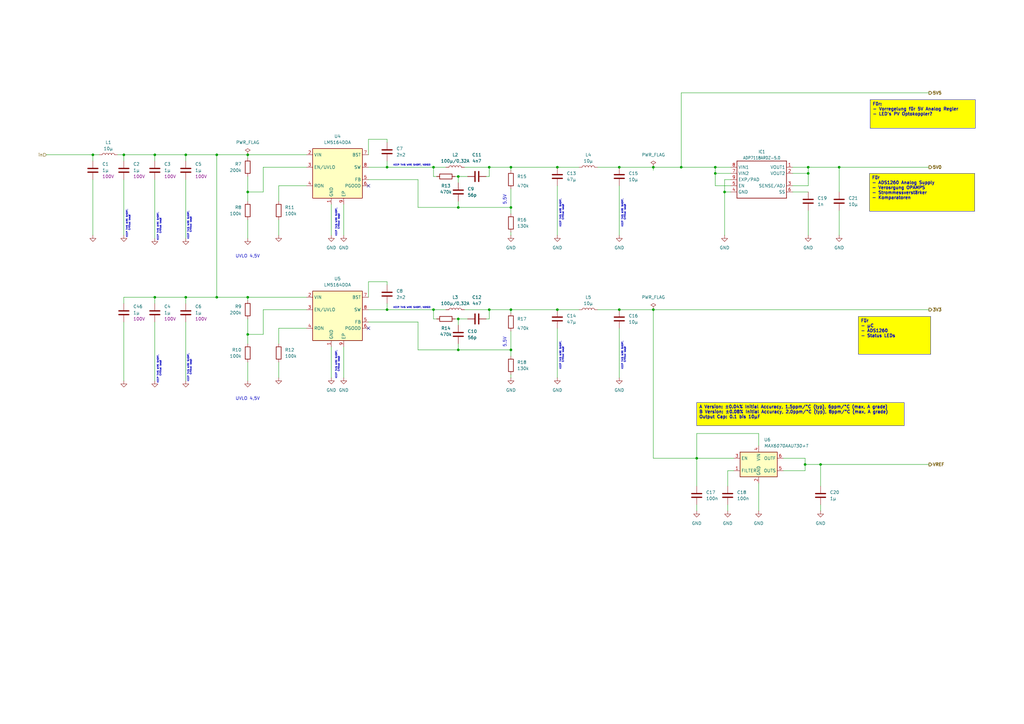
<source format=kicad_sch>
(kicad_sch
	(version 20231120)
	(generator "eeschema")
	(generator_version "8.0")
	(uuid "0a71412d-9bfe-4591-ab18-4fda89efb97a")
	(paper "A3")
	(lib_symbols
		(symbol "Device:C"
			(pin_numbers hide)
			(pin_names
				(offset 0.254)
			)
			(exclude_from_sim no)
			(in_bom yes)
			(on_board yes)
			(property "Reference" "C"
				(at 0.635 2.54 0)
				(effects
					(font
						(size 1.27 1.27)
					)
					(justify left)
				)
			)
			(property "Value" "C"
				(at 0.635 -2.54 0)
				(effects
					(font
						(size 1.27 1.27)
					)
					(justify left)
				)
			)
			(property "Footprint" ""
				(at 0.9652 -3.81 0)
				(effects
					(font
						(size 1.27 1.27)
					)
					(hide yes)
				)
			)
			(property "Datasheet" "~"
				(at 0 0 0)
				(effects
					(font
						(size 1.27 1.27)
					)
					(hide yes)
				)
			)
			(property "Description" "Unpolarized capacitor"
				(at 0 0 0)
				(effects
					(font
						(size 1.27 1.27)
					)
					(hide yes)
				)
			)
			(property "ki_keywords" "cap capacitor"
				(at 0 0 0)
				(effects
					(font
						(size 1.27 1.27)
					)
					(hide yes)
				)
			)
			(property "ki_fp_filters" "C_*"
				(at 0 0 0)
				(effects
					(font
						(size 1.27 1.27)
					)
					(hide yes)
				)
			)
			(symbol "C_0_1"
				(polyline
					(pts
						(xy -2.032 -0.762) (xy 2.032 -0.762)
					)
					(stroke
						(width 0.508)
						(type default)
					)
					(fill
						(type none)
					)
				)
				(polyline
					(pts
						(xy -2.032 0.762) (xy 2.032 0.762)
					)
					(stroke
						(width 0.508)
						(type default)
					)
					(fill
						(type none)
					)
				)
			)
			(symbol "C_1_1"
				(pin passive line
					(at 0 3.81 270)
					(length 2.794)
					(name "~"
						(effects
							(font
								(size 1.27 1.27)
							)
						)
					)
					(number "1"
						(effects
							(font
								(size 1.27 1.27)
							)
						)
					)
				)
				(pin passive line
					(at 0 -3.81 90)
					(length 2.794)
					(name "~"
						(effects
							(font
								(size 1.27 1.27)
							)
						)
					)
					(number "2"
						(effects
							(font
								(size 1.27 1.27)
							)
						)
					)
				)
			)
		)
		(symbol "Device:L"
			(pin_numbers hide)
			(pin_names
				(offset 1.016) hide)
			(exclude_from_sim no)
			(in_bom yes)
			(on_board yes)
			(property "Reference" "L"
				(at -1.27 0 90)
				(effects
					(font
						(size 1.27 1.27)
					)
				)
			)
			(property "Value" "L"
				(at 1.905 0 90)
				(effects
					(font
						(size 1.27 1.27)
					)
				)
			)
			(property "Footprint" ""
				(at 0 0 0)
				(effects
					(font
						(size 1.27 1.27)
					)
					(hide yes)
				)
			)
			(property "Datasheet" "~"
				(at 0 0 0)
				(effects
					(font
						(size 1.27 1.27)
					)
					(hide yes)
				)
			)
			(property "Description" "Inductor"
				(at 0 0 0)
				(effects
					(font
						(size 1.27 1.27)
					)
					(hide yes)
				)
			)
			(property "ki_keywords" "inductor choke coil reactor magnetic"
				(at 0 0 0)
				(effects
					(font
						(size 1.27 1.27)
					)
					(hide yes)
				)
			)
			(property "ki_fp_filters" "Choke_* *Coil* Inductor_* L_*"
				(at 0 0 0)
				(effects
					(font
						(size 1.27 1.27)
					)
					(hide yes)
				)
			)
			(symbol "L_0_1"
				(arc
					(start 0 -2.54)
					(mid 0.6323 -1.905)
					(end 0 -1.27)
					(stroke
						(width 0)
						(type default)
					)
					(fill
						(type none)
					)
				)
				(arc
					(start 0 -1.27)
					(mid 0.6323 -0.635)
					(end 0 0)
					(stroke
						(width 0)
						(type default)
					)
					(fill
						(type none)
					)
				)
				(arc
					(start 0 0)
					(mid 0.6323 0.635)
					(end 0 1.27)
					(stroke
						(width 0)
						(type default)
					)
					(fill
						(type none)
					)
				)
				(arc
					(start 0 1.27)
					(mid 0.6323 1.905)
					(end 0 2.54)
					(stroke
						(width 0)
						(type default)
					)
					(fill
						(type none)
					)
				)
			)
			(symbol "L_1_1"
				(pin passive line
					(at 0 3.81 270)
					(length 1.27)
					(name "1"
						(effects
							(font
								(size 1.27 1.27)
							)
						)
					)
					(number "1"
						(effects
							(font
								(size 1.27 1.27)
							)
						)
					)
				)
				(pin passive line
					(at 0 -3.81 90)
					(length 1.27)
					(name "2"
						(effects
							(font
								(size 1.27 1.27)
							)
						)
					)
					(number "2"
						(effects
							(font
								(size 1.27 1.27)
							)
						)
					)
				)
			)
		)
		(symbol "Device:R"
			(pin_numbers hide)
			(pin_names
				(offset 0)
			)
			(exclude_from_sim no)
			(in_bom yes)
			(on_board yes)
			(property "Reference" "R"
				(at 2.032 0 90)
				(effects
					(font
						(size 1.27 1.27)
					)
				)
			)
			(property "Value" "R"
				(at 0 0 90)
				(effects
					(font
						(size 1.27 1.27)
					)
				)
			)
			(property "Footprint" ""
				(at -1.778 0 90)
				(effects
					(font
						(size 1.27 1.27)
					)
					(hide yes)
				)
			)
			(property "Datasheet" "~"
				(at 0 0 0)
				(effects
					(font
						(size 1.27 1.27)
					)
					(hide yes)
				)
			)
			(property "Description" "Resistor"
				(at 0 0 0)
				(effects
					(font
						(size 1.27 1.27)
					)
					(hide yes)
				)
			)
			(property "ki_keywords" "R res resistor"
				(at 0 0 0)
				(effects
					(font
						(size 1.27 1.27)
					)
					(hide yes)
				)
			)
			(property "ki_fp_filters" "R_*"
				(at 0 0 0)
				(effects
					(font
						(size 1.27 1.27)
					)
					(hide yes)
				)
			)
			(symbol "R_0_1"
				(rectangle
					(start -1.016 -2.54)
					(end 1.016 2.54)
					(stroke
						(width 0.254)
						(type default)
					)
					(fill
						(type none)
					)
				)
			)
			(symbol "R_1_1"
				(pin passive line
					(at 0 3.81 270)
					(length 1.27)
					(name "~"
						(effects
							(font
								(size 1.27 1.27)
							)
						)
					)
					(number "1"
						(effects
							(font
								(size 1.27 1.27)
							)
						)
					)
				)
				(pin passive line
					(at 0 -3.81 90)
					(length 1.27)
					(name "~"
						(effects
							(font
								(size 1.27 1.27)
							)
						)
					)
					(number "2"
						(effects
							(font
								(size 1.27 1.27)
							)
						)
					)
				)
			)
		)
		(symbol "Reference_Voltage:MAX6070BAUT30+T"
			(exclude_from_sim no)
			(in_bom yes)
			(on_board yes)
			(property "Reference" "U"
				(at 1.27 8.89 0)
				(effects
					(font
						(size 1.27 1.27)
					)
					(justify left)
				)
			)
			(property "Value" "MAX6070BAUT30+T"
				(at 1.27 6.35 0)
				(effects
					(font
						(size 1.27 1.27)
						(italic yes)
					)
					(justify left)
				)
			)
			(property "Footprint" "Package_TO_SOT_SMD:SOT-23-6"
				(at 1.27 -7.62 0)
				(effects
					(font
						(size 1.27 1.27)
						(italic yes)
					)
					(justify left)
					(hide yes)
				)
			)
			(property "Datasheet" "https://www.analog.com/media/en/technical-documentation/data-sheets/MAX6070-MAX6071.pdf"
				(at 0 0 0)
				(effects
					(font
						(size 1.27 1.27)
						(italic yes)
					)
					(hide yes)
				)
			)
			(property "Description" "Low-Noise, High-Precision Series Voltage Reference, 3V, ±0.08% initial accuracy, SOT-23-6"
				(at 0 0 0)
				(effects
					(font
						(size 1.27 1.27)
					)
					(hide yes)
				)
			)
			(property "ki_keywords" "Low Noise Precision Voltage Reference"
				(at 0 0 0)
				(effects
					(font
						(size 1.27 1.27)
					)
					(hide yes)
				)
			)
			(property "ki_fp_filters" "SOT?23*"
				(at 0 0 0)
				(effects
					(font
						(size 1.27 1.27)
					)
					(hide yes)
				)
			)
			(symbol "MAX6070BAUT30+T_0_1"
				(rectangle
					(start -7.62 5.08)
					(end 7.62 -5.08)
					(stroke
						(width 0.254)
						(type solid)
					)
					(fill
						(type background)
					)
				)
			)
			(symbol "MAX6070BAUT30+T_1_1"
				(pin passive line
					(at -10.16 -2.54 0)
					(length 2.54)
					(name "FILTER"
						(effects
							(font
								(size 1.27 1.27)
							)
						)
					)
					(number "1"
						(effects
							(font
								(size 1.27 1.27)
							)
						)
					)
				)
				(pin power_in line
					(at 0 -7.62 90)
					(length 2.54)
					(name "GND"
						(effects
							(font
								(size 1.27 1.27)
							)
						)
					)
					(number "2"
						(effects
							(font
								(size 1.27 1.27)
							)
						)
					)
				)
				(pin input line
					(at -10.16 2.54 0)
					(length 2.54)
					(name "EN"
						(effects
							(font
								(size 1.27 1.27)
							)
						)
					)
					(number "3"
						(effects
							(font
								(size 1.27 1.27)
							)
						)
					)
				)
				(pin power_in line
					(at 0 7.62 270)
					(length 2.54)
					(name "VIN"
						(effects
							(font
								(size 1.27 1.27)
							)
						)
					)
					(number "4"
						(effects
							(font
								(size 1.27 1.27)
							)
						)
					)
				)
				(pin input line
					(at 10.16 -2.54 180)
					(length 2.54)
					(name "OUTS"
						(effects
							(font
								(size 1.27 1.27)
							)
						)
					)
					(number "5"
						(effects
							(font
								(size 1.27 1.27)
							)
						)
					)
				)
				(pin output line
					(at 10.16 2.54 180)
					(length 2.54)
					(name "OUTF"
						(effects
							(font
								(size 1.27 1.27)
							)
						)
					)
					(number "6"
						(effects
							(font
								(size 1.27 1.27)
							)
						)
					)
				)
			)
		)
		(symbol "Regulator_Switching:LM5164DDA"
			(exclude_from_sim no)
			(in_bom yes)
			(on_board yes)
			(property "Reference" "U"
				(at -8.89 11.43 0)
				(effects
					(font
						(size 1.27 1.27)
					)
				)
			)
			(property "Value" "LM5164DDA"
				(at 5.08 11.43 0)
				(effects
					(font
						(size 1.27 1.27)
					)
				)
			)
			(property "Footprint" "Package_SO:HSOP-8-1EP_3.9x4.9mm_P1.27mm_EP2.41x3.1mm_ThermalVias"
				(at 1.27 -11.43 0)
				(effects
					(font
						(size 1.27 1.27)
					)
					(hide yes)
				)
			)
			(property "Datasheet" "https://www.ti.com/lit/ds/symlink/lm5164.pdf?ts=1598311864250&ref_url=https%253A%252F%252Fwww.ti.com%252Fproduct%252FLM5164%253FHQS%253DTI-null-null-octopart-df-pf-null-wwe"
				(at -7.62 8.89 0)
				(effects
					(font
						(size 1.27 1.27)
					)
					(hide yes)
				)
			)
			(property "Description" "1A synchronous buck converter with ultra-low IQ, 6V - 100V input, adjustable output voltage, HSOP-8"
				(at 0 0 0)
				(effects
					(font
						(size 1.27 1.27)
					)
					(hide yes)
				)
			)
			(property "ki_keywords" "step-down dc-dc buck regulator adjustable"
				(at 0 0 0)
				(effects
					(font
						(size 1.27 1.27)
					)
					(hide yes)
				)
			)
			(property "ki_fp_filters" "HSOP*1EP*3.9x4.9*P1.27mm*"
				(at 0 0 0)
				(effects
					(font
						(size 1.27 1.27)
					)
					(hide yes)
				)
			)
			(symbol "LM5164DDA_1_1"
				(rectangle
					(start -10.16 10.16)
					(end 10.16 -10.16)
					(stroke
						(width 0.254)
						(type default)
					)
					(fill
						(type background)
					)
				)
				(pin power_in line
					(at -2.54 -12.7 90)
					(length 2.54)
					(name "GND"
						(effects
							(font
								(size 1.27 1.27)
							)
						)
					)
					(number "1"
						(effects
							(font
								(size 1.27 1.27)
							)
						)
					)
				)
				(pin power_in line
					(at -12.7 7.62 0)
					(length 2.54)
					(name "VIN"
						(effects
							(font
								(size 1.27 1.27)
							)
						)
					)
					(number "2"
						(effects
							(font
								(size 1.27 1.27)
							)
						)
					)
				)
				(pin input line
					(at -12.7 2.54 0)
					(length 2.54)
					(name "EN/UVLO"
						(effects
							(font
								(size 1.27 1.27)
							)
						)
					)
					(number "3"
						(effects
							(font
								(size 1.27 1.27)
							)
						)
					)
				)
				(pin passive line
					(at -12.7 -5.08 0)
					(length 2.54)
					(name "RON"
						(effects
							(font
								(size 1.27 1.27)
							)
						)
					)
					(number "4"
						(effects
							(font
								(size 1.27 1.27)
							)
						)
					)
				)
				(pin input line
					(at 12.7 -2.54 180)
					(length 2.54)
					(name "FB"
						(effects
							(font
								(size 1.27 1.27)
							)
						)
					)
					(number "5"
						(effects
							(font
								(size 1.27 1.27)
							)
						)
					)
				)
				(pin open_collector line
					(at 12.7 -5.08 180)
					(length 2.54)
					(name "PGOOD"
						(effects
							(font
								(size 1.27 1.27)
							)
						)
					)
					(number "6"
						(effects
							(font
								(size 1.27 1.27)
							)
						)
					)
				)
				(pin passive line
					(at 12.7 7.62 180)
					(length 2.54)
					(name "BST"
						(effects
							(font
								(size 1.27 1.27)
							)
						)
					)
					(number "7"
						(effects
							(font
								(size 1.27 1.27)
							)
						)
					)
				)
				(pin power_out line
					(at 12.7 2.54 180)
					(length 2.54)
					(name "SW"
						(effects
							(font
								(size 1.27 1.27)
							)
						)
					)
					(number "8"
						(effects
							(font
								(size 1.27 1.27)
							)
						)
					)
				)
				(pin passive line
					(at 2.54 -12.7 90)
					(length 2.54)
					(name "EP"
						(effects
							(font
								(size 1.27 1.27)
							)
						)
					)
					(number "9"
						(effects
							(font
								(size 1.27 1.27)
							)
						)
					)
				)
			)
		)
		(symbol "myGreenMeterLibInport:ADP7118_ADP7118"
			(exclude_from_sim no)
			(in_bom yes)
			(on_board yes)
			(property "Reference" "IC"
				(at 2.54 10.16 0)
				(effects
					(font
						(size 1.27 1.0795)
					)
					(justify left bottom)
				)
			)
			(property "Value" ""
				(at 2.54 -10.16 0)
				(effects
					(font
						(size 1.27 1.0795)
					)
					(justify left bottom)
				)
			)
			(property "Footprint" "greenMeter_v3:ADP7118_SOIC8"
				(at 0 0 0)
				(effects
					(font
						(size 1.27 1.27)
					)
					(hide yes)
				)
			)
			(property "Datasheet" ""
				(at 0 0 0)
				(effects
					(font
						(size 1.27 1.27)
					)
					(hide yes)
				)
			)
			(property "Description" ""
				(at 0 0 0)
				(effects
					(font
						(size 1.27 1.27)
					)
					(hide yes)
				)
			)
			(property "ki_locked" ""
				(at 0 0 0)
				(effects
					(font
						(size 1.27 1.27)
					)
				)
			)
			(symbol "ADP7118_ADP7118_1_0"
				(polyline
					(pts
						(xy -10.16 -7.62) (xy -10.16 7.62)
					)
					(stroke
						(width 0.254)
						(type solid)
					)
					(fill
						(type none)
					)
				)
				(polyline
					(pts
						(xy -10.16 7.62) (xy 10.16 7.62)
					)
					(stroke
						(width 0.254)
						(type solid)
					)
					(fill
						(type none)
					)
				)
				(polyline
					(pts
						(xy 10.16 -7.62) (xy -10.16 -7.62)
					)
					(stroke
						(width 0.254)
						(type solid)
					)
					(fill
						(type none)
					)
				)
				(polyline
					(pts
						(xy 10.16 7.62) (xy 10.16 -7.62)
					)
					(stroke
						(width 0.254)
						(type solid)
					)
					(fill
						(type none)
					)
				)
				(pin power_out line
					(at 12.7 5.08 180)
					(length 2.54)
					(name "VOUT1"
						(effects
							(font
								(size 1.27 1.27)
							)
						)
					)
					(number "1"
						(effects
							(font
								(size 1.27 1.27)
							)
						)
					)
				)
				(pin power_out line
					(at 12.7 2.54 180)
					(length 2.54)
					(name "VOUT2"
						(effects
							(font
								(size 1.27 1.27)
							)
						)
					)
					(number "2"
						(effects
							(font
								(size 1.27 1.27)
							)
						)
					)
				)
				(pin passive line
					(at 12.7 -2.54 180)
					(length 2.54)
					(name "SENSE/ADJ"
						(effects
							(font
								(size 1.27 1.27)
							)
						)
					)
					(number "3"
						(effects
							(font
								(size 1.27 1.27)
							)
						)
					)
				)
				(pin power_in line
					(at -12.7 -5.08 0)
					(length 2.54)
					(name "GND"
						(effects
							(font
								(size 1.27 1.27)
							)
						)
					)
					(number "4"
						(effects
							(font
								(size 1.27 1.27)
							)
						)
					)
				)
				(pin input line
					(at -12.7 -2.54 0)
					(length 2.54)
					(name "EN"
						(effects
							(font
								(size 1.27 1.27)
							)
						)
					)
					(number "5"
						(effects
							(font
								(size 1.27 1.27)
							)
						)
					)
				)
				(pin passive line
					(at 12.7 -5.08 180)
					(length 2.54)
					(name "SS"
						(effects
							(font
								(size 1.27 1.27)
							)
						)
					)
					(number "6"
						(effects
							(font
								(size 1.27 1.27)
							)
						)
					)
				)
				(pin power_in line
					(at -12.7 2.54 0)
					(length 2.54)
					(name "VIN2"
						(effects
							(font
								(size 1.27 1.27)
							)
						)
					)
					(number "7"
						(effects
							(font
								(size 1.27 1.27)
							)
						)
					)
				)
				(pin power_in line
					(at -12.7 5.08 0)
					(length 2.54)
					(name "VIN1"
						(effects
							(font
								(size 1.27 1.27)
							)
						)
					)
					(number "8"
						(effects
							(font
								(size 1.27 1.27)
							)
						)
					)
				)
				(pin power_in line
					(at -12.7 0 0)
					(length 2.54)
					(name "EXP/PAD"
						(effects
							(font
								(size 1.27 1.27)
							)
						)
					)
					(number "9"
						(effects
							(font
								(size 1.27 1.27)
							)
						)
					)
				)
			)
		)
		(symbol "power:GND"
			(power)
			(pin_numbers hide)
			(pin_names
				(offset 0) hide)
			(exclude_from_sim no)
			(in_bom yes)
			(on_board yes)
			(property "Reference" "#PWR"
				(at 0 -6.35 0)
				(effects
					(font
						(size 1.27 1.27)
					)
					(hide yes)
				)
			)
			(property "Value" "GND"
				(at 0 -3.81 0)
				(effects
					(font
						(size 1.27 1.27)
					)
				)
			)
			(property "Footprint" ""
				(at 0 0 0)
				(effects
					(font
						(size 1.27 1.27)
					)
					(hide yes)
				)
			)
			(property "Datasheet" ""
				(at 0 0 0)
				(effects
					(font
						(size 1.27 1.27)
					)
					(hide yes)
				)
			)
			(property "Description" "Power symbol creates a global label with name \"GND\" , ground"
				(at 0 0 0)
				(effects
					(font
						(size 1.27 1.27)
					)
					(hide yes)
				)
			)
			(property "ki_keywords" "global power"
				(at 0 0 0)
				(effects
					(font
						(size 1.27 1.27)
					)
					(hide yes)
				)
			)
			(symbol "GND_0_1"
				(polyline
					(pts
						(xy 0 0) (xy 0 -1.27) (xy 1.27 -1.27) (xy 0 -2.54) (xy -1.27 -1.27) (xy 0 -1.27)
					)
					(stroke
						(width 0)
						(type default)
					)
					(fill
						(type none)
					)
				)
			)
			(symbol "GND_1_1"
				(pin power_in line
					(at 0 0 270)
					(length 0)
					(name "~"
						(effects
							(font
								(size 1.27 1.27)
							)
						)
					)
					(number "1"
						(effects
							(font
								(size 1.27 1.27)
							)
						)
					)
				)
			)
		)
		(symbol "power:PWR_FLAG"
			(power)
			(pin_numbers hide)
			(pin_names
				(offset 0) hide)
			(exclude_from_sim no)
			(in_bom yes)
			(on_board yes)
			(property "Reference" "#FLG"
				(at 0 1.905 0)
				(effects
					(font
						(size 1.27 1.27)
					)
					(hide yes)
				)
			)
			(property "Value" "PWR_FLAG"
				(at 0 3.81 0)
				(effects
					(font
						(size 1.27 1.27)
					)
				)
			)
			(property "Footprint" ""
				(at 0 0 0)
				(effects
					(font
						(size 1.27 1.27)
					)
					(hide yes)
				)
			)
			(property "Datasheet" "~"
				(at 0 0 0)
				(effects
					(font
						(size 1.27 1.27)
					)
					(hide yes)
				)
			)
			(property "Description" "Special symbol for telling ERC where power comes from"
				(at 0 0 0)
				(effects
					(font
						(size 1.27 1.27)
					)
					(hide yes)
				)
			)
			(property "ki_keywords" "flag power"
				(at 0 0 0)
				(effects
					(font
						(size 1.27 1.27)
					)
					(hide yes)
				)
			)
			(symbol "PWR_FLAG_0_0"
				(pin power_out line
					(at 0 0 90)
					(length 0)
					(name "~"
						(effects
							(font
								(size 1.27 1.27)
							)
						)
					)
					(number "1"
						(effects
							(font
								(size 1.27 1.27)
							)
						)
					)
				)
			)
			(symbol "PWR_FLAG_0_1"
				(polyline
					(pts
						(xy 0 0) (xy 0 1.27) (xy -1.016 1.905) (xy 0 2.54) (xy 1.016 1.905) (xy 0 1.27)
					)
					(stroke
						(width 0)
						(type default)
					)
					(fill
						(type none)
					)
				)
			)
		)
	)
	(junction
		(at 267.97 68.58)
		(diameter 0)
		(color 0 0 0 0)
		(uuid "017310b7-a31c-4894-8ef6-546f6b96f711")
	)
	(junction
		(at 254 127)
		(diameter 0)
		(color 0 0 0 0)
		(uuid "01f43722-8fb0-4310-9391-6ea9a320ecc4")
	)
	(junction
		(at 88.9 121.92)
		(diameter 0)
		(color 0 0 0 0)
		(uuid "0a8750d6-9767-4e83-8d9e-2e7080fdeac8")
	)
	(junction
		(at 63.5 63.5)
		(diameter 0)
		(color 0 0 0 0)
		(uuid "13436fe3-550b-49a4-8108-cc5173267ae0")
	)
	(junction
		(at 200.66 127)
		(diameter 0)
		(color 0 0 0 0)
		(uuid "19da22f2-45e0-4e14-b3ba-6aad8612bcc1")
	)
	(junction
		(at 101.6 63.5)
		(diameter 0)
		(color 0 0 0 0)
		(uuid "1a75a511-0a62-4e55-a243-4397e35507a8")
	)
	(junction
		(at 330.2 190.5)
		(diameter 0)
		(color 0 0 0 0)
		(uuid "1b0780b5-3b76-4e2c-93d1-207491aefbae")
	)
	(junction
		(at 187.96 143.51)
		(diameter 0)
		(color 0 0 0 0)
		(uuid "1c72f919-3fe2-4ff8-aa42-41145651e968")
	)
	(junction
		(at 63.5 121.92)
		(diameter 0)
		(color 0 0 0 0)
		(uuid "29e8d28d-da57-47d9-9411-86f539da8f4c")
	)
	(junction
		(at 38.1 63.5)
		(diameter 0)
		(color 0 0 0 0)
		(uuid "2e9b781b-5741-4632-b2c9-3d67e10261e2")
	)
	(junction
		(at 209.55 127)
		(diameter 0)
		(color 0 0 0 0)
		(uuid "38ab6831-374a-403f-9802-4c31caafd4c8")
	)
	(junction
		(at 293.37 71.12)
		(diameter 0)
		(color 0 0 0 0)
		(uuid "40df898a-4676-4cf0-afd3-0d63df4e347f")
	)
	(junction
		(at 209.55 85.09)
		(diameter 0)
		(color 0 0 0 0)
		(uuid "40f65a3e-f21d-49c4-b17e-266f7aab54ec")
	)
	(junction
		(at 177.8 68.58)
		(diameter 0)
		(color 0 0 0 0)
		(uuid "4476a6cc-36d1-4d9f-9172-1cf9a0b4eaf1")
	)
	(junction
		(at 101.6 121.92)
		(diameter 0)
		(color 0 0 0 0)
		(uuid "4ce10989-c312-4481-a8a2-5cacace08491")
	)
	(junction
		(at 158.75 127)
		(diameter 0)
		(color 0 0 0 0)
		(uuid "4eb250b9-cb0b-4619-8d19-658356e94a2e")
	)
	(junction
		(at 279.4 68.58)
		(diameter 0)
		(color 0 0 0 0)
		(uuid "5c059de0-1503-4438-bbdb-663d869cc96f")
	)
	(junction
		(at 76.2 121.92)
		(diameter 0)
		(color 0 0 0 0)
		(uuid "5f99332a-f012-4c79-8952-af95471987b0")
	)
	(junction
		(at 158.75 68.58)
		(diameter 0)
		(color 0 0 0 0)
		(uuid "62d560d2-1370-4c39-8ee7-82a33bc59572")
	)
	(junction
		(at 209.55 143.51)
		(diameter 0)
		(color 0 0 0 0)
		(uuid "6caa046d-bf22-49dd-b57a-800e4c800822")
	)
	(junction
		(at 336.55 190.5)
		(diameter 0)
		(color 0 0 0 0)
		(uuid "6e23ea4b-8e91-455b-a12c-c6ac5e3720d3")
	)
	(junction
		(at 187.96 85.09)
		(diameter 0)
		(color 0 0 0 0)
		(uuid "6ec7647c-27e4-4345-9829-d39ccfc10967")
	)
	(junction
		(at 297.18 78.74)
		(diameter 0)
		(color 0 0 0 0)
		(uuid "75dcabb4-aea8-4c2c-9e07-5f6f5fe14194")
	)
	(junction
		(at 187.96 72.39)
		(diameter 0)
		(color 0 0 0 0)
		(uuid "7852bf91-e3ba-40ee-ab94-9ea1dbfc1f49")
	)
	(junction
		(at 331.47 68.58)
		(diameter 0)
		(color 0 0 0 0)
		(uuid "7bae1c6c-297e-4799-a12d-2551e354a414")
	)
	(junction
		(at 88.9 63.5)
		(diameter 0)
		(color 0 0 0 0)
		(uuid "82e2a1f6-a5c8-4ee6-8571-7e632e890bed")
	)
	(junction
		(at 228.6 68.58)
		(diameter 0)
		(color 0 0 0 0)
		(uuid "867bebcc-6181-4c1f-8f2d-bfe76ff0971e")
	)
	(junction
		(at 344.17 68.58)
		(diameter 0)
		(color 0 0 0 0)
		(uuid "867d503a-fc04-4b5f-a3af-ea064dfa8024")
	)
	(junction
		(at 209.55 68.58)
		(diameter 0)
		(color 0 0 0 0)
		(uuid "8b65674b-534c-4790-bd65-3b6eb8b2d3f2")
	)
	(junction
		(at 331.47 71.12)
		(diameter 0)
		(color 0 0 0 0)
		(uuid "9354e4e1-abc5-4d02-9116-50982e1f23f3")
	)
	(junction
		(at 254 68.58)
		(diameter 0)
		(color 0 0 0 0)
		(uuid "941875c4-8c61-435e-b697-e23657faa806")
	)
	(junction
		(at 101.6 137.16)
		(diameter 0)
		(color 0 0 0 0)
		(uuid "9493a80e-738e-406a-b29a-994f54bd4642")
	)
	(junction
		(at 285.75 187.96)
		(diameter 0)
		(color 0 0 0 0)
		(uuid "b00fa211-b538-4512-82d9-8eb06fbdb66e")
	)
	(junction
		(at 267.97 127)
		(diameter 0)
		(color 0 0 0 0)
		(uuid "b6053727-fa8a-47aa-8abf-999714c80774")
	)
	(junction
		(at 293.37 68.58)
		(diameter 0)
		(color 0 0 0 0)
		(uuid "c0fdcc03-79bd-4706-ad65-d9e5f2dc4bde")
	)
	(junction
		(at 200.66 68.58)
		(diameter 0)
		(color 0 0 0 0)
		(uuid "c4eb1559-0185-44ee-b1e5-e862a74dfc30")
	)
	(junction
		(at 101.6 78.74)
		(diameter 0)
		(color 0 0 0 0)
		(uuid "c5e39b3d-7318-4ad3-8d41-6be422012d87")
	)
	(junction
		(at 187.96 130.81)
		(diameter 0)
		(color 0 0 0 0)
		(uuid "d1f1df3d-8472-4357-b971-315b6b3fe3da")
	)
	(junction
		(at 177.8 127)
		(diameter 0)
		(color 0 0 0 0)
		(uuid "e8087ebd-fd67-4e8d-a9c5-cd59cac22eb7")
	)
	(junction
		(at 50.8 63.5)
		(diameter 0)
		(color 0 0 0 0)
		(uuid "f070e1c2-29da-4a22-8e06-2e563d41fc0f")
	)
	(junction
		(at 76.2 63.5)
		(diameter 0)
		(color 0 0 0 0)
		(uuid "fa8098ca-e1dd-4648-b572-42b83004226a")
	)
	(junction
		(at 228.6 127)
		(diameter 0)
		(color 0 0 0 0)
		(uuid "fcc7690c-8fdc-4f10-92c7-e21877b4d74c")
	)
	(no_connect
		(at 151.13 134.62)
		(uuid "2bf214e5-1846-47a9-8221-a93adfc18e03")
	)
	(no_connect
		(at 151.13 76.2)
		(uuid "ebe1d9c1-63c1-4118-be86-d4f96c55c321")
	)
	(wire
		(pts
			(xy 63.5 73.66) (xy 63.5 97.79)
		)
		(stroke
			(width 0)
			(type default)
		)
		(uuid "0013036f-53ae-4a93-a82d-2ba9ce9bb8b4")
	)
	(wire
		(pts
			(xy 101.6 78.74) (xy 107.95 78.74)
		)
		(stroke
			(width 0)
			(type default)
		)
		(uuid "0157fa22-29dd-416c-872f-89b60b7000ef")
	)
	(wire
		(pts
			(xy 114.3 140.97) (xy 114.3 134.62)
		)
		(stroke
			(width 0)
			(type default)
		)
		(uuid "05a63dcd-5245-4bc6-8e95-f002c5fc186e")
	)
	(wire
		(pts
			(xy 228.6 76.2) (xy 228.6 96.52)
		)
		(stroke
			(width 0)
			(type default)
		)
		(uuid "10885635-e653-4692-b98a-ca5dd4e6d9b5")
	)
	(wire
		(pts
			(xy 293.37 71.12) (xy 299.72 71.12)
		)
		(stroke
			(width 0)
			(type default)
		)
		(uuid "10f39506-4fa3-41c7-8431-6580ffec400a")
	)
	(wire
		(pts
			(xy 19.05 63.5) (xy 38.1 63.5)
		)
		(stroke
			(width 0)
			(type default)
		)
		(uuid "115e23db-fb79-49c6-aafe-fb0a10f3d891")
	)
	(wire
		(pts
			(xy 254 68.58) (xy 267.97 68.58)
		)
		(stroke
			(width 0)
			(type default)
		)
		(uuid "1c5e2149-2e2f-4dc9-b50e-8549935d0263")
	)
	(wire
		(pts
			(xy 158.75 127) (xy 177.8 127)
		)
		(stroke
			(width 0)
			(type default)
		)
		(uuid "1ca2de98-f272-42c8-8bd0-e747cac9c9a1")
	)
	(wire
		(pts
			(xy 285.75 207.01) (xy 285.75 209.55)
		)
		(stroke
			(width 0)
			(type default)
		)
		(uuid "1cbfd99c-f143-4ab6-b5fe-51cb215db219")
	)
	(wire
		(pts
			(xy 63.5 132.08) (xy 63.5 156.21)
		)
		(stroke
			(width 0)
			(type default)
		)
		(uuid "1ed91df9-2b3c-44fb-a07b-89df7ace5972")
	)
	(wire
		(pts
			(xy 228.6 134.62) (xy 228.6 154.94)
		)
		(stroke
			(width 0)
			(type default)
		)
		(uuid "1ef42a40-c7c0-4375-869b-017780f94c61")
	)
	(wire
		(pts
			(xy 331.47 76.2) (xy 331.47 71.12)
		)
		(stroke
			(width 0)
			(type default)
		)
		(uuid "1f66e761-e789-4102-ae5e-a0bf0b28bcec")
	)
	(wire
		(pts
			(xy 187.96 130.81) (xy 187.96 133.35)
		)
		(stroke
			(width 0)
			(type default)
		)
		(uuid "2154caed-f685-46a0-a250-c4c21a6bdbe1")
	)
	(wire
		(pts
			(xy 151.13 68.58) (xy 158.75 68.58)
		)
		(stroke
			(width 0)
			(type default)
		)
		(uuid "215d5143-5d7a-45d9-8705-1c5f806bf29d")
	)
	(wire
		(pts
			(xy 285.75 177.8) (xy 311.15 177.8)
		)
		(stroke
			(width 0)
			(type default)
		)
		(uuid "259c6a90-6bf7-4b22-bdc7-bd31cc699ef1")
	)
	(wire
		(pts
			(xy 38.1 73.66) (xy 38.1 96.52)
		)
		(stroke
			(width 0)
			(type default)
		)
		(uuid "26cfabe4-01ef-4f44-b358-2b30a29f9327")
	)
	(wire
		(pts
			(xy 101.6 148.59) (xy 101.6 156.21)
		)
		(stroke
			(width 0)
			(type default)
		)
		(uuid "27806db4-39cb-49f7-bcc8-42f1aa3a3275")
	)
	(wire
		(pts
			(xy 209.55 143.51) (xy 209.55 146.05)
		)
		(stroke
			(width 0)
			(type default)
		)
		(uuid "2a896553-a28e-4216-88ae-5a025a10df0b")
	)
	(wire
		(pts
			(xy 209.55 77.47) (xy 209.55 85.09)
		)
		(stroke
			(width 0)
			(type default)
		)
		(uuid "2b687f15-429d-4c85-8ca3-38276c0acfa0")
	)
	(wire
		(pts
			(xy 76.2 63.5) (xy 76.2 66.04)
		)
		(stroke
			(width 0)
			(type default)
		)
		(uuid "2c5dbf87-fd7f-4920-8b46-0d14d219e8b3")
	)
	(wire
		(pts
			(xy 267.97 127) (xy 267.97 187.96)
		)
		(stroke
			(width 0)
			(type default)
		)
		(uuid "2d76dcf1-7874-4f7c-b381-c636f3911e1b")
	)
	(wire
		(pts
			(xy 321.31 187.96) (xy 330.2 187.96)
		)
		(stroke
			(width 0)
			(type default)
		)
		(uuid "30843ef4-37ab-4bc2-b0a9-1468f7ee4590")
	)
	(wire
		(pts
			(xy 135.89 142.24) (xy 135.89 154.94)
		)
		(stroke
			(width 0)
			(type default)
		)
		(uuid "3095d4ba-632d-4632-b97f-5be4eea175d6")
	)
	(wire
		(pts
			(xy 311.15 182.88) (xy 311.15 177.8)
		)
		(stroke
			(width 0)
			(type default)
		)
		(uuid "331e8f59-6a59-4ba8-bd5e-baff0190a03d")
	)
	(wire
		(pts
			(xy 209.55 69.85) (xy 209.55 68.58)
		)
		(stroke
			(width 0)
			(type default)
		)
		(uuid "34712ed2-1b02-4c1e-ab23-ef78b0b80721")
	)
	(wire
		(pts
			(xy 107.95 127) (xy 107.95 137.16)
		)
		(stroke
			(width 0)
			(type default)
		)
		(uuid "35c5fd3c-5f83-40e1-b046-3bb7dbce7e0d")
	)
	(wire
		(pts
			(xy 200.66 68.58) (xy 190.5 68.58)
		)
		(stroke
			(width 0)
			(type default)
		)
		(uuid "368a36c6-d685-42c3-bd41-4d07d9b5e3da")
	)
	(wire
		(pts
			(xy 101.6 121.92) (xy 101.6 123.19)
		)
		(stroke
			(width 0)
			(type default)
		)
		(uuid "39da4e50-7cd4-4266-aab2-91d613057f0d")
	)
	(wire
		(pts
			(xy 209.55 85.09) (xy 209.55 87.63)
		)
		(stroke
			(width 0)
			(type default)
		)
		(uuid "3b780d5f-5bb3-43ea-92e4-84cc2e4a9020")
	)
	(wire
		(pts
			(xy 151.13 57.15) (xy 151.13 63.5)
		)
		(stroke
			(width 0)
			(type default)
		)
		(uuid "3bf18eec-ff5a-498e-b7b4-8e824e4cd7a8")
	)
	(wire
		(pts
			(xy 297.18 78.74) (xy 297.18 96.52)
		)
		(stroke
			(width 0)
			(type default)
		)
		(uuid "3dc2fba2-a5c0-487d-8364-b05228eb1178")
	)
	(wire
		(pts
			(xy 187.96 72.39) (xy 191.77 72.39)
		)
		(stroke
			(width 0)
			(type default)
		)
		(uuid "41406e39-0837-4ca9-a2d6-c15340dc42da")
	)
	(wire
		(pts
			(xy 187.96 140.97) (xy 187.96 143.51)
		)
		(stroke
			(width 0)
			(type default)
		)
		(uuid "45d9b3b7-7446-455c-95d5-875c6991e768")
	)
	(wire
		(pts
			(xy 209.55 153.67) (xy 209.55 154.94)
		)
		(stroke
			(width 0)
			(type default)
		)
		(uuid "4804e6d2-791d-4661-9b1b-d0ca1724c30a")
	)
	(wire
		(pts
			(xy 50.8 132.08) (xy 50.8 156.21)
		)
		(stroke
			(width 0)
			(type default)
		)
		(uuid "48ea960e-b4ec-46ac-a0e8-7118d9733735")
	)
	(wire
		(pts
			(xy 209.55 127) (xy 228.6 127)
		)
		(stroke
			(width 0)
			(type default)
		)
		(uuid "4b5924fc-c686-4f57-a97d-f1fe2f3be3d5")
	)
	(wire
		(pts
			(xy 228.6 127) (xy 237.49 127)
		)
		(stroke
			(width 0)
			(type default)
		)
		(uuid "4b59d096-b1b2-4f86-a6c0-92734aad6de1")
	)
	(wire
		(pts
			(xy 107.95 127) (xy 125.73 127)
		)
		(stroke
			(width 0)
			(type default)
		)
		(uuid "4b79f342-3be1-447b-8dba-e5b7f78bc32e")
	)
	(wire
		(pts
			(xy 171.45 143.51) (xy 171.45 132.08)
		)
		(stroke
			(width 0)
			(type default)
		)
		(uuid "4dcec276-68a0-4aec-9b5c-85b7ae6c9537")
	)
	(wire
		(pts
			(xy 321.31 193.04) (xy 330.2 193.04)
		)
		(stroke
			(width 0)
			(type default)
		)
		(uuid "4fe473c9-de17-42b5-b08d-1319d5b91c5a")
	)
	(wire
		(pts
			(xy 285.75 187.96) (xy 300.99 187.96)
		)
		(stroke
			(width 0)
			(type default)
		)
		(uuid "54b425c7-b2ea-4c3e-bffe-f37c4f61c0b1")
	)
	(wire
		(pts
			(xy 279.4 68.58) (xy 293.37 68.58)
		)
		(stroke
			(width 0)
			(type default)
		)
		(uuid "55a7e390-3071-4218-a845-696cacddd339")
	)
	(wire
		(pts
			(xy 177.8 127) (xy 177.8 130.81)
		)
		(stroke
			(width 0)
			(type default)
		)
		(uuid "55d74de2-23ef-41f1-9c1f-abd818e752e4")
	)
	(wire
		(pts
			(xy 186.69 130.81) (xy 187.96 130.81)
		)
		(stroke
			(width 0)
			(type default)
		)
		(uuid "58470ce7-d82c-46d6-90a7-5b236baaab3a")
	)
	(wire
		(pts
			(xy 200.66 68.58) (xy 209.55 68.58)
		)
		(stroke
			(width 0)
			(type default)
		)
		(uuid "5a3d4049-104b-4254-a6ad-5979a3ddc52d")
	)
	(wire
		(pts
			(xy 177.8 68.58) (xy 182.88 68.58)
		)
		(stroke
			(width 0)
			(type default)
		)
		(uuid "5a9c1502-c39a-4bec-9222-dbabff71b461")
	)
	(wire
		(pts
			(xy 187.96 130.81) (xy 191.77 130.81)
		)
		(stroke
			(width 0)
			(type default)
		)
		(uuid "5e01ad40-47fe-49ec-b675-0573928222e4")
	)
	(wire
		(pts
			(xy 325.12 78.74) (xy 331.47 78.74)
		)
		(stroke
			(width 0)
			(type default)
		)
		(uuid "5ec18e3f-3dbd-4178-8cc4-e061d2752f24")
	)
	(wire
		(pts
			(xy 299.72 73.66) (xy 297.18 73.66)
		)
		(stroke
			(width 0)
			(type default)
		)
		(uuid "60c505d6-a221-4904-90f6-1d9191df5f32")
	)
	(wire
		(pts
			(xy 38.1 63.5) (xy 38.1 66.04)
		)
		(stroke
			(width 0)
			(type default)
		)
		(uuid "617c1e45-5400-4daa-b880-05b442314318")
	)
	(wire
		(pts
			(xy 101.6 121.92) (xy 125.73 121.92)
		)
		(stroke
			(width 0)
			(type default)
		)
		(uuid "628b93c8-504d-4e71-8cd6-c802452aecc5")
	)
	(wire
		(pts
			(xy 200.66 127) (xy 190.5 127)
		)
		(stroke
			(width 0)
			(type default)
		)
		(uuid "642c6103-d24a-4341-8316-c85b5c45b5bc")
	)
	(wire
		(pts
			(xy 151.13 115.57) (xy 151.13 121.92)
		)
		(stroke
			(width 0)
			(type default)
		)
		(uuid "66571095-28c4-4161-a9ab-11bce144945e")
	)
	(wire
		(pts
			(xy 114.3 148.59) (xy 114.3 154.94)
		)
		(stroke
			(width 0)
			(type default)
		)
		(uuid "6674d948-2bdc-4291-b177-54f3f0cffe05")
	)
	(wire
		(pts
			(xy 331.47 68.58) (xy 344.17 68.58)
		)
		(stroke
			(width 0)
			(type default)
		)
		(uuid "69add8a7-5eba-421c-8d34-1d252bb1212e")
	)
	(wire
		(pts
			(xy 199.39 130.81) (xy 200.66 130.81)
		)
		(stroke
			(width 0)
			(type default)
		)
		(uuid "6aaada62-1e6f-40cd-9405-bc1c56df378e")
	)
	(wire
		(pts
			(xy 101.6 63.5) (xy 125.73 63.5)
		)
		(stroke
			(width 0)
			(type default)
		)
		(uuid "6b909a07-d3be-4bad-8867-e17f15f2e1ea")
	)
	(wire
		(pts
			(xy 331.47 71.12) (xy 331.47 68.58)
		)
		(stroke
			(width 0)
			(type default)
		)
		(uuid "6d8e12f1-7c50-41ae-8610-c3bff6109ab6")
	)
	(wire
		(pts
			(xy 187.96 143.51) (xy 171.45 143.51)
		)
		(stroke
			(width 0)
			(type default)
		)
		(uuid "6f18c50a-9c2b-448f-b5ad-94a258c371b7")
	)
	(wire
		(pts
			(xy 293.37 76.2) (xy 299.72 76.2)
		)
		(stroke
			(width 0)
			(type default)
		)
		(uuid "7201b557-e219-4cfc-ac27-5e73734bfe44")
	)
	(wire
		(pts
			(xy 50.8 63.5) (xy 50.8 66.04)
		)
		(stroke
			(width 0)
			(type default)
		)
		(uuid "74544583-f888-4137-b1eb-02bc71c3a71b")
	)
	(wire
		(pts
			(xy 101.6 90.17) (xy 101.6 97.79)
		)
		(stroke
			(width 0)
			(type default)
		)
		(uuid "74b54549-d97c-47be-a526-227670bb7799")
	)
	(wire
		(pts
			(xy 63.5 121.92) (xy 63.5 124.46)
		)
		(stroke
			(width 0)
			(type default)
		)
		(uuid "785efb97-eb1f-41c0-b5e2-1fb051de538b")
	)
	(wire
		(pts
			(xy 114.3 82.55) (xy 114.3 76.2)
		)
		(stroke
			(width 0)
			(type default)
		)
		(uuid "7880a945-108e-4ca3-abb1-e0ce1789b810")
	)
	(wire
		(pts
			(xy 101.6 72.39) (xy 101.6 78.74)
		)
		(stroke
			(width 0)
			(type default)
		)
		(uuid "79f7a482-7033-48fc-9e52-b0d13bd76292")
	)
	(wire
		(pts
			(xy 114.3 134.62) (xy 125.73 134.62)
		)
		(stroke
			(width 0)
			(type default)
		)
		(uuid "7c18327a-b97c-4ffa-935f-bf33ae04c25a")
	)
	(wire
		(pts
			(xy 151.13 127) (xy 158.75 127)
		)
		(stroke
			(width 0)
			(type default)
		)
		(uuid "7cc03cc4-be07-460d-802d-1ba198f218df")
	)
	(wire
		(pts
			(xy 107.95 68.58) (xy 125.73 68.58)
		)
		(stroke
			(width 0)
			(type default)
		)
		(uuid "801add18-a6a8-4c4b-8717-1989374493ed")
	)
	(wire
		(pts
			(xy 293.37 68.58) (xy 293.37 71.12)
		)
		(stroke
			(width 0)
			(type default)
		)
		(uuid "80c49178-358c-4bac-9b4e-be2672d3babe")
	)
	(wire
		(pts
			(xy 107.95 68.58) (xy 107.95 78.74)
		)
		(stroke
			(width 0)
			(type default)
		)
		(uuid "82ba527d-9383-489d-b71c-8ad0f82684e6")
	)
	(wire
		(pts
			(xy 209.55 68.58) (xy 228.6 68.58)
		)
		(stroke
			(width 0)
			(type default)
		)
		(uuid "854e9713-b775-45a3-b37f-6e0c74de9911")
	)
	(wire
		(pts
			(xy 76.2 121.92) (xy 76.2 124.46)
		)
		(stroke
			(width 0)
			(type default)
		)
		(uuid "86f2f5d6-1459-4164-87e0-e497c0b389de")
	)
	(wire
		(pts
			(xy 63.5 63.5) (xy 63.5 66.04)
		)
		(stroke
			(width 0)
			(type default)
		)
		(uuid "87269780-cbdd-40d9-9543-197958aa80b8")
	)
	(wire
		(pts
			(xy 177.8 68.58) (xy 177.8 72.39)
		)
		(stroke
			(width 0)
			(type default)
		)
		(uuid "876cea29-423c-41be-b750-5414785d8792")
	)
	(wire
		(pts
			(xy 279.4 38.1) (xy 381 38.1)
		)
		(stroke
			(width 0)
			(type default)
		)
		(uuid "87831d2f-e7cd-4cb0-9624-b1c8b8cd0de0")
	)
	(wire
		(pts
			(xy 171.45 85.09) (xy 171.45 73.66)
		)
		(stroke
			(width 0)
			(type default)
		)
		(uuid "89acf664-6a4e-42f6-84ce-c4ed0f8c7798")
	)
	(wire
		(pts
			(xy 267.97 187.96) (xy 285.75 187.96)
		)
		(stroke
			(width 0)
			(type default)
		)
		(uuid "89ceec8b-da12-4d04-af5d-2000a53fc226")
	)
	(wire
		(pts
			(xy 179.07 130.81) (xy 177.8 130.81)
		)
		(stroke
			(width 0)
			(type default)
		)
		(uuid "8a47933f-e86c-4a81-97dc-bbab10dca847")
	)
	(wire
		(pts
			(xy 179.07 72.39) (xy 177.8 72.39)
		)
		(stroke
			(width 0)
			(type default)
		)
		(uuid "8a5aa5c5-fd2d-487a-9f66-6962ae36cbec")
	)
	(wire
		(pts
			(xy 171.45 73.66) (xy 151.13 73.66)
		)
		(stroke
			(width 0)
			(type default)
		)
		(uuid "8ac9f4d0-38ce-43d4-936c-814dd58bf1ce")
	)
	(wire
		(pts
			(xy 50.8 63.5) (xy 63.5 63.5)
		)
		(stroke
			(width 0)
			(type default)
		)
		(uuid "8e37f6e3-e753-4a47-80cd-c4ff718d3387")
	)
	(wire
		(pts
			(xy 330.2 193.04) (xy 330.2 190.5)
		)
		(stroke
			(width 0)
			(type default)
		)
		(uuid "8f69fd53-b2ca-4e5c-8871-c0b379be1629")
	)
	(wire
		(pts
			(xy 336.55 190.5) (xy 381 190.5)
		)
		(stroke
			(width 0)
			(type default)
		)
		(uuid "90279cff-d347-4e7e-8266-8f5742b59f6c")
	)
	(wire
		(pts
			(xy 101.6 137.16) (xy 107.95 137.16)
		)
		(stroke
			(width 0)
			(type default)
		)
		(uuid "9034792b-da33-4618-a7aa-a1544f1184aa")
	)
	(wire
		(pts
			(xy 209.55 128.27) (xy 209.55 127)
		)
		(stroke
			(width 0)
			(type default)
		)
		(uuid "90bdae56-d931-4cfe-8073-dfbb44287263")
	)
	(wire
		(pts
			(xy 101.6 137.16) (xy 101.6 140.97)
		)
		(stroke
			(width 0)
			(type default)
		)
		(uuid "92ee1612-e9ba-45d3-9885-def44598f7bd")
	)
	(wire
		(pts
			(xy 76.2 121.92) (xy 88.9 121.92)
		)
		(stroke
			(width 0)
			(type default)
		)
		(uuid "943624b4-b844-4594-98d9-44d8a65edd57")
	)
	(wire
		(pts
			(xy 344.17 86.36) (xy 344.17 96.52)
		)
		(stroke
			(width 0)
			(type default)
		)
		(uuid "9636376a-d452-4b5a-bc2b-40e3bab4e6a9")
	)
	(wire
		(pts
			(xy 209.55 95.25) (xy 209.55 96.52)
		)
		(stroke
			(width 0)
			(type default)
		)
		(uuid "96cbb043-9c7a-460e-bac8-17a54edfb5ed")
	)
	(wire
		(pts
			(xy 140.97 83.82) (xy 140.97 96.52)
		)
		(stroke
			(width 0)
			(type default)
		)
		(uuid "9726c3b6-9805-4976-bd21-26f42e584c66")
	)
	(wire
		(pts
			(xy 76.2 132.08) (xy 76.2 156.21)
		)
		(stroke
			(width 0)
			(type default)
		)
		(uuid "973c2641-7076-4d54-8d29-818b9cb008be")
	)
	(wire
		(pts
			(xy 336.55 190.5) (xy 336.55 199.39)
		)
		(stroke
			(width 0)
			(type default)
		)
		(uuid "97c6b2a5-263c-466e-8cda-6f7d71892f04")
	)
	(wire
		(pts
			(xy 245.11 127) (xy 254 127)
		)
		(stroke
			(width 0)
			(type default)
		)
		(uuid "97ccd819-3772-42a8-a48f-f19592d66ad3")
	)
	(wire
		(pts
			(xy 311.15 198.12) (xy 311.15 209.55)
		)
		(stroke
			(width 0)
			(type default)
		)
		(uuid "988d9b5b-1aca-4ab0-8d25-6e8f23b1cd1a")
	)
	(wire
		(pts
			(xy 331.47 68.58) (xy 325.12 68.58)
		)
		(stroke
			(width 0)
			(type default)
		)
		(uuid "98d40bee-b240-4b97-926f-0035ce743660")
	)
	(wire
		(pts
			(xy 50.8 73.66) (xy 50.8 96.52)
		)
		(stroke
			(width 0)
			(type default)
		)
		(uuid "994b7fc8-da37-43fc-9aad-69525c1c8000")
	)
	(wire
		(pts
			(xy 285.75 187.96) (xy 285.75 199.39)
		)
		(stroke
			(width 0)
			(type default)
		)
		(uuid "9a678301-9a1a-482a-b71f-815591e702a9")
	)
	(wire
		(pts
			(xy 158.75 68.58) (xy 177.8 68.58)
		)
		(stroke
			(width 0)
			(type default)
		)
		(uuid "9ca764eb-ef74-4dee-a3a3-b8f80d020a02")
	)
	(wire
		(pts
			(xy 50.8 121.92) (xy 50.8 124.46)
		)
		(stroke
			(width 0)
			(type default)
		)
		(uuid "9d864a88-19cf-46a0-85e7-cab7a2ba95e6")
	)
	(wire
		(pts
			(xy 325.12 76.2) (xy 331.47 76.2)
		)
		(stroke
			(width 0)
			(type default)
		)
		(uuid "9e113d0f-511e-4c9f-994f-7ee67645e25a")
	)
	(wire
		(pts
			(xy 114.3 76.2) (xy 125.73 76.2)
		)
		(stroke
			(width 0)
			(type default)
		)
		(uuid "9fd417de-7f4a-42b4-9d47-65ef7b1e9a0e")
	)
	(wire
		(pts
			(xy 186.69 72.39) (xy 187.96 72.39)
		)
		(stroke
			(width 0)
			(type default)
		)
		(uuid "a069b332-c1b4-4ae4-97fd-3ec9327a2c94")
	)
	(wire
		(pts
			(xy 38.1 63.5) (xy 40.64 63.5)
		)
		(stroke
			(width 0)
			(type default)
		)
		(uuid "a1bef32b-4879-4be7-8194-01159041ba4c")
	)
	(wire
		(pts
			(xy 298.45 207.01) (xy 298.45 209.55)
		)
		(stroke
			(width 0)
			(type default)
		)
		(uuid "a2d3c0ac-d609-4089-a03f-1b53f1ce9d65")
	)
	(wire
		(pts
			(xy 254 127) (xy 267.97 127)
		)
		(stroke
			(width 0)
			(type default)
		)
		(uuid "a4f2afa6-dfbb-49c5-a61e-4f830d4f767c")
	)
	(wire
		(pts
			(xy 381 68.58) (xy 344.17 68.58)
		)
		(stroke
			(width 0)
			(type default)
		)
		(uuid "a7400b2e-4a87-41a1-a5aa-e3654bd81f34")
	)
	(wire
		(pts
			(xy 158.75 57.15) (xy 151.13 57.15)
		)
		(stroke
			(width 0)
			(type default)
		)
		(uuid "a8aaca56-f8a5-4d2a-a3af-6c80f12b31d7")
	)
	(wire
		(pts
			(xy 199.39 72.39) (xy 200.66 72.39)
		)
		(stroke
			(width 0)
			(type default)
		)
		(uuid "aa6322eb-7577-414b-ab25-981d181edb7e")
	)
	(wire
		(pts
			(xy 200.66 127) (xy 200.66 130.81)
		)
		(stroke
			(width 0)
			(type default)
		)
		(uuid "aa846a39-764a-4204-be0d-d8977d3f3f5f")
	)
	(wire
		(pts
			(xy 50.8 121.92) (xy 63.5 121.92)
		)
		(stroke
			(width 0)
			(type default)
		)
		(uuid "ac874fde-364c-4826-ab3c-c5f24743540c")
	)
	(wire
		(pts
			(xy 88.9 63.5) (xy 88.9 121.92)
		)
		(stroke
			(width 0)
			(type default)
		)
		(uuid "ad8a3779-c342-4d58-b95f-d6f07d7a1bc9")
	)
	(wire
		(pts
			(xy 88.9 121.92) (xy 101.6 121.92)
		)
		(stroke
			(width 0)
			(type default)
		)
		(uuid "b1d5aae4-09c0-4883-be54-08e2c3d2e180")
	)
	(wire
		(pts
			(xy 254 76.2) (xy 254 96.52)
		)
		(stroke
			(width 0)
			(type default)
		)
		(uuid "b3c7f036-17a5-4e55-8df5-5032027da3a9")
	)
	(wire
		(pts
			(xy 293.37 71.12) (xy 293.37 76.2)
		)
		(stroke
			(width 0)
			(type default)
		)
		(uuid "b48b3d27-f522-439b-84d9-47a3cbd3f1da")
	)
	(wire
		(pts
			(xy 298.45 193.04) (xy 300.99 193.04)
		)
		(stroke
			(width 0)
			(type default)
		)
		(uuid "b74967e2-eb1f-41cc-946c-767d51e70c73")
	)
	(wire
		(pts
			(xy 285.75 187.96) (xy 285.75 177.8)
		)
		(stroke
			(width 0)
			(type default)
		)
		(uuid "b7ec4d49-2d92-4c25-b39b-e8c843c6e3d6")
	)
	(wire
		(pts
			(xy 187.96 85.09) (xy 209.55 85.09)
		)
		(stroke
			(width 0)
			(type default)
		)
		(uuid "b8cd2ffd-aff4-4e69-8f04-314473c771a7")
	)
	(wire
		(pts
			(xy 63.5 63.5) (xy 76.2 63.5)
		)
		(stroke
			(width 0)
			(type default)
		)
		(uuid "bbe507a6-6b8b-442e-a543-bc408abc18e1")
	)
	(wire
		(pts
			(xy 297.18 78.74) (xy 299.72 78.74)
		)
		(stroke
			(width 0)
			(type default)
		)
		(uuid "bf1bb25c-8efa-49db-8298-5df776351a69")
	)
	(wire
		(pts
			(xy 101.6 130.81) (xy 101.6 137.16)
		)
		(stroke
			(width 0)
			(type default)
		)
		(uuid "bfa1e73e-3588-4ae5-85f4-8aaa9170b645")
	)
	(wire
		(pts
			(xy 297.18 73.66) (xy 297.18 78.74)
		)
		(stroke
			(width 0)
			(type default)
		)
		(uuid "c0e1cf4f-d436-413a-8fc5-afb3be55cafd")
	)
	(wire
		(pts
			(xy 158.75 115.57) (xy 151.13 115.57)
		)
		(stroke
			(width 0)
			(type default)
		)
		(uuid "c2cdb787-5b46-4466-b6f3-0c43f9ea5675")
	)
	(wire
		(pts
			(xy 76.2 63.5) (xy 88.9 63.5)
		)
		(stroke
			(width 0)
			(type default)
		)
		(uuid "c6c9b1b8-bb38-4355-ac75-d8042cf66d6b")
	)
	(wire
		(pts
			(xy 336.55 207.01) (xy 336.55 209.55)
		)
		(stroke
			(width 0)
			(type default)
		)
		(uuid "c8793092-ae4d-4999-b695-cae0077fd4bf")
	)
	(wire
		(pts
			(xy 48.26 63.5) (xy 50.8 63.5)
		)
		(stroke
			(width 0)
			(type default)
		)
		(uuid "c8e5313b-4363-42ee-b1ef-231d5a11d46c")
	)
	(wire
		(pts
			(xy 187.96 143.51) (xy 209.55 143.51)
		)
		(stroke
			(width 0)
			(type default)
		)
		(uuid "c9877d1b-fd9c-4243-82fc-fa5d9f372800")
	)
	(wire
		(pts
			(xy 200.66 68.58) (xy 200.66 72.39)
		)
		(stroke
			(width 0)
			(type default)
		)
		(uuid "cb3e0d55-0837-4680-8f03-e580cbc2c6f6")
	)
	(wire
		(pts
			(xy 101.6 78.74) (xy 101.6 82.55)
		)
		(stroke
			(width 0)
			(type default)
		)
		(uuid "ce210171-b75f-460c-8ac2-18f4ea36c738")
	)
	(wire
		(pts
			(xy 331.47 86.36) (xy 331.47 96.52)
		)
		(stroke
			(width 0)
			(type default)
		)
		(uuid "ce75a3f2-4cc4-4d32-a7db-376b1f5189fd")
	)
	(wire
		(pts
			(xy 158.75 115.57) (xy 158.75 116.84)
		)
		(stroke
			(width 0)
			(type default)
		)
		(uuid "cfb36e71-a85e-4b3e-b306-08f3b8fae6c2")
	)
	(wire
		(pts
			(xy 88.9 63.5) (xy 101.6 63.5)
		)
		(stroke
			(width 0)
			(type default)
		)
		(uuid "d2f708dc-b2c3-430f-8a0f-9d05645251a8")
	)
	(wire
		(pts
			(xy 267.97 68.58) (xy 279.4 68.58)
		)
		(stroke
			(width 0)
			(type default)
		)
		(uuid "d3c6656c-f231-47cd-9a35-0af8acb59c24")
	)
	(wire
		(pts
			(xy 245.11 68.58) (xy 254 68.58)
		)
		(stroke
			(width 0)
			(type default)
		)
		(uuid "d52f932f-a182-49ca-8b43-5bf353b0a715")
	)
	(wire
		(pts
			(xy 330.2 190.5) (xy 336.55 190.5)
		)
		(stroke
			(width 0)
			(type default)
		)
		(uuid "d58e3ad6-aa23-486d-ba81-b6ac023493f3")
	)
	(wire
		(pts
			(xy 101.6 63.5) (xy 101.6 64.77)
		)
		(stroke
			(width 0)
			(type default)
		)
		(uuid "d6ca2e48-0587-4468-81b8-68870161a32b")
	)
	(wire
		(pts
			(xy 158.75 66.04) (xy 158.75 68.58)
		)
		(stroke
			(width 0)
			(type default)
		)
		(uuid "d802bbd7-d232-4708-bd2d-fe9ec1db78ca")
	)
	(wire
		(pts
			(xy 279.4 68.58) (xy 279.4 38.1)
		)
		(stroke
			(width 0)
			(type default)
		)
		(uuid "d89e7a31-70fc-43b3-94cc-2662a2f3bc12")
	)
	(wire
		(pts
			(xy 298.45 199.39) (xy 298.45 193.04)
		)
		(stroke
			(width 0)
			(type default)
		)
		(uuid "dc9b604b-3c30-44a5-85f2-9334d1e429c1")
	)
	(wire
		(pts
			(xy 158.75 57.15) (xy 158.75 58.42)
		)
		(stroke
			(width 0)
			(type default)
		)
		(uuid "df254698-d8b1-4eae-9eb9-06122671a9df")
	)
	(wire
		(pts
			(xy 177.8 127) (xy 182.88 127)
		)
		(stroke
			(width 0)
			(type default)
		)
		(uuid "e01e450b-83ad-4346-8c2f-7aa5d83f9031")
	)
	(wire
		(pts
			(xy 267.97 127) (xy 381 127)
		)
		(stroke
			(width 0)
			(type default)
		)
		(uuid "e185aae8-0ae6-4677-850f-e81f3d85cb4d")
	)
	(wire
		(pts
			(xy 63.5 121.92) (xy 76.2 121.92)
		)
		(stroke
			(width 0)
			(type default)
		)
		(uuid "e2bb7aef-ad5f-4774-9ea4-c83bfed04763")
	)
	(wire
		(pts
			(xy 344.17 68.58) (xy 344.17 78.74)
		)
		(stroke
			(width 0)
			(type default)
		)
		(uuid "e36f9459-27d5-4ea7-8bca-ed78a90017c5")
	)
	(wire
		(pts
			(xy 187.96 82.55) (xy 187.96 85.09)
		)
		(stroke
			(width 0)
			(type default)
		)
		(uuid "e62c42d3-aea3-42d2-a070-6380aeabed8c")
	)
	(wire
		(pts
			(xy 325.12 71.12) (xy 331.47 71.12)
		)
		(stroke
			(width 0)
			(type default)
		)
		(uuid "e769e930-4bd1-4dd2-9dc9-9d90e087fbfc")
	)
	(wire
		(pts
			(xy 158.75 124.46) (xy 158.75 127)
		)
		(stroke
			(width 0)
			(type default)
		)
		(uuid "e8896596-90bc-4041-a7d6-d980189dac65")
	)
	(wire
		(pts
			(xy 140.97 142.24) (xy 140.97 154.94)
		)
		(stroke
			(width 0)
			(type default)
		)
		(uuid "e9c96588-e1c3-47eb-9a23-9634e5eb7501")
	)
	(wire
		(pts
			(xy 293.37 68.58) (xy 299.72 68.58)
		)
		(stroke
			(width 0)
			(type default)
		)
		(uuid "ea77d700-c510-4188-aaf3-4e10f04c2736")
	)
	(wire
		(pts
			(xy 228.6 68.58) (xy 237.49 68.58)
		)
		(stroke
			(width 0)
			(type default)
		)
		(uuid "eab90a2c-bedb-4237-bc89-f762a4927afc")
	)
	(wire
		(pts
			(xy 187.96 72.39) (xy 187.96 74.93)
		)
		(stroke
			(width 0)
			(type default)
		)
		(uuid "ee8da583-f3b7-4214-8cfb-ea3e9f3c3c32")
	)
	(wire
		(pts
			(xy 200.66 127) (xy 209.55 127)
		)
		(stroke
			(width 0)
			(type default)
		)
		(uuid "f115a202-eacf-4e8c-ab93-b25ceb6a8669")
	)
	(wire
		(pts
			(xy 254 134.62) (xy 254 154.94)
		)
		(stroke
			(width 0)
			(type default)
		)
		(uuid "f146f67a-95df-4c96-93c0-45e6bb978e46")
	)
	(wire
		(pts
			(xy 114.3 90.17) (xy 114.3 96.52)
		)
		(stroke
			(width 0)
			(type default)
		)
		(uuid "f3660fe6-c98f-4422-b7ca-9a81e0819982")
	)
	(wire
		(pts
			(xy 135.89 83.82) (xy 135.89 96.52)
		)
		(stroke
			(width 0)
			(type default)
		)
		(uuid "f5bada8d-22e8-42de-acab-f8506e883169")
	)
	(wire
		(pts
			(xy 171.45 132.08) (xy 151.13 132.08)
		)
		(stroke
			(width 0)
			(type default)
		)
		(uuid "f5c63fa8-1c1a-4768-9a2f-48f612a80a73")
	)
	(wire
		(pts
			(xy 330.2 190.5) (xy 330.2 187.96)
		)
		(stroke
			(width 0)
			(type default)
		)
		(uuid "f6069448-6c3b-434d-b10b-4869c5216ac0")
	)
	(wire
		(pts
			(xy 76.2 73.66) (xy 76.2 97.79)
		)
		(stroke
			(width 0)
			(type default)
		)
		(uuid "f7829b46-1395-4140-a483-a446a0eaeb60")
	)
	(wire
		(pts
			(xy 267.97 69.85) (xy 267.97 68.58)
		)
		(stroke
			(width 0)
			(type default)
		)
		(uuid "f82b4bbf-8c4d-469b-b5c4-6b6f99e80897")
	)
	(wire
		(pts
			(xy 209.55 135.89) (xy 209.55 143.51)
		)
		(stroke
			(width 0)
			(type default)
		)
		(uuid "f968bb64-94b6-4def-8057-d3bef83330af")
	)
	(wire
		(pts
			(xy 187.96 85.09) (xy 171.45 85.09)
		)
		(stroke
			(width 0)
			(type default)
		)
		(uuid "fa7dcdd6-8a19-4133-8a60-726fbc58ae75")
	)
	(text_box "Für:\n- Vorregelung für 5V Analog Regler\n- LED's PV Optokoppler?"
		(exclude_from_sim no)
		(at 356.87 40.894 0)
		(size 43.18 11.684)
		(stroke
			(width 0)
			(type default)
		)
		(fill
			(type color)
			(color 255 255 0 1)
		)
		(effects
			(font
				(size 1.27 1.27)
				(thickness 0.254)
				(bold yes)
			)
			(justify left top)
		)
		(uuid "280d6aca-637e-4d48-931a-4d766d59fa1a")
	)
	(text_box "A Version: ±0.04% Initial Accuracy, 1.5ppm/°C (typ), 6ppm/°C (max, A grade)\nB Version: ±0.08% Initial Accuracy, 2.0ppm/°C (typ), 8ppm/°C (max, A grade)\nOutput Cap: 0.1 bis 10µF"
		(exclude_from_sim no)
		(at 285.75 165.1 0)
		(size 85.09 9.525)
		(stroke
			(width 0)
			(type default)
		)
		(fill
			(type color)
			(color 255 255 0 1)
		)
		(effects
			(font
				(size 1.27 1.27)
				(thickness 0.254)
				(bold yes)
			)
			(justify left top)
		)
		(uuid "2c90f373-62ce-47a2-a9ec-4e6f68ffa810")
	)
	(text_box "Für\n- µC\n- ADS1260\n- Status LEDs\n"
		(exclude_from_sim no)
		(at 352.044 129.794 0)
		(size 29.718 15.494)
		(stroke
			(width 0)
			(type default)
		)
		(fill
			(type color)
			(color 255 255 0 1)
		)
		(effects
			(font
				(size 1.27 1.27)
				(thickness 0.254)
				(bold yes)
			)
			(justify left top)
		)
		(uuid "51e268eb-7441-4376-8a48-afcbc4538593")
	)
	(text_box "Für\n- ADS1260 Analog Supply\n- Verosrgung OPAMPS\n- Strommessverstärker\n- Komparatoren\n"
		(exclude_from_sim no)
		(at 356.616 71.12 0)
		(size 43.18 15.494)
		(stroke
			(width 0)
			(type default)
		)
		(fill
			(type color)
			(color 255 255 0 1)
		)
		(effects
			(font
				(size 1.27 1.27)
				(thickness 0.254)
				(bold yes)
			)
			(justify left top)
		)
		(uuid "e7a8b682-1cca-4bef-9b16-a9ac8e27c75e")
	)
	(text "KEEP THIS WIRE SHORT, \nCritical loop!"
		(exclude_from_sim no)
		(at 65.278 151.13 90)
		(effects
			(font
				(size 0.635 0.635)
			)
		)
		(uuid "2fb1a431-5b69-4f83-8a6a-15a25785e3e5")
	)
	(text "KEEP THIS WIRE SHORT, \nCritical loop!"
		(exclude_from_sim no)
		(at 230.378 87.122 90)
		(effects
			(font
				(size 0.635 0.635)
			)
		)
		(uuid "32e3f2b0-d623-4520-8e32-98626fa14a62")
	)
	(text "UVLO 4,5V\n"
		(exclude_from_sim no)
		(at 101.6 163.576 0)
		(effects
			(font
				(size 1.27 1.27)
			)
		)
		(uuid "372d1083-c7ed-439d-b4b0-4090f2763f08")
	)
	(text "KEEP THIS WIRE SHORT, \nCritical loop!"
		(exclude_from_sim no)
		(at 255.778 145.542 90)
		(effects
			(font
				(size 0.635 0.635)
			)
		)
		(uuid "5f840927-6f77-4614-8660-39761cd87a62")
	)
	(text "UVLO 4,5V\n"
		(exclude_from_sim no)
		(at 101.6 105.156 0)
		(effects
			(font
				(size 1.27 1.27)
			)
		)
		(uuid "6f144863-5478-46df-9f69-3722819095f0")
	)
	(text "5,5V"
		(exclude_from_sim no)
		(at 207.772 84.074 90)
		(effects
			(font
				(size 1.27 1.27)
			)
			(justify left bottom)
		)
		(uuid "7590cfd5-fa8b-437e-8b55-21ac74a4dccf")
	)
	(text "KEEP THIS WIRE SHORT, NOISE!"
		(exclude_from_sim no)
		(at 168.91 67.818 0)
		(effects
			(font
				(size 0.635 0.635)
			)
		)
		(uuid "93239db0-3a95-4c82-894f-9817caab4582")
	)
	(text "KEEP THIS WIRE SHORT, \nCritical loop!"
		(exclude_from_sim no)
		(at 138.43 149.352 90)
		(effects
			(font
				(size 0.635 0.635)
			)
		)
		(uuid "946f197e-1c81-4c86-b0c7-35d6d585bb01")
	)
	(text "KEEP THIS WIRE SHORT, \nCritical loop!"
		(exclude_from_sim no)
		(at 255.778 87.122 90)
		(effects
			(font
				(size 0.635 0.635)
			)
		)
		(uuid "963e98e2-3ee6-4e42-9638-f4f344d0445f")
	)
	(text "5,5V"
		(exclude_from_sim no)
		(at 207.772 142.494 90)
		(effects
			(font
				(size 1.27 1.27)
			)
			(justify left bottom)
		)
		(uuid "b265a4f5-1e54-4237-98ff-89222b59bfbe")
	)
	(text "KEEP THIS WIRE SHORT, \nCritical loop!"
		(exclude_from_sim no)
		(at 65.278 92.71 90)
		(effects
			(font
				(size 0.635 0.635)
			)
		)
		(uuid "d4e42818-60af-49e3-8a9c-d938eac00a01")
	)
	(text "KEEP THIS WIRE SHORT, \nCritical loop!"
		(exclude_from_sim no)
		(at 77.724 92.202 90)
		(effects
			(font
				(size 0.635 0.635)
			)
		)
		(uuid "de9b3a84-0c56-4d76-b463-54ef735824b7")
	)
	(text "KEEP THIS WIRE SHORT, \nCritical loop!"
		(exclude_from_sim no)
		(at 138.43 90.932 90)
		(effects
			(font
				(size 0.635 0.635)
			)
		)
		(uuid "e0c61d15-f500-48b1-a324-6cd7109c67af")
	)
	(text "KEEP THIS WIRE SHORT, NOISE!"
		(exclude_from_sim no)
		(at 168.91 126.238 0)
		(effects
			(font
				(size 0.635 0.635)
			)
		)
		(uuid "e53b2c61-f652-4bac-940f-08d03a2dbfcc")
	)
	(text "KEEP THIS WIRE SHORT, \nCritical loop!"
		(exclude_from_sim no)
		(at 52.578 91.44 90)
		(effects
			(font
				(size 0.635 0.635)
			)
		)
		(uuid "e94f7508-4827-4d59-9895-5bcf068b9e63")
	)
	(text "KEEP THIS WIRE SHORT, \nCritical loop!"
		(exclude_from_sim no)
		(at 77.724 150.622 90)
		(effects
			(font
				(size 0.635 0.635)
			)
		)
		(uuid "f27144d1-12b1-4f44-896f-fcfee967b780")
	)
	(text "KEEP THIS WIRE SHORT, \nCritical loop!"
		(exclude_from_sim no)
		(at 230.378 145.542 90)
		(effects
			(font
				(size 0.635 0.635)
			)
		)
		(uuid "f93878df-79f5-4890-b2e4-44134295579e")
	)
	(hierarchical_label "5V0"
		(shape output)
		(at 381 68.58 0)
		(fields_autoplaced yes)
		(effects
			(font
				(size 1.27 1.27)
				(thickness 0.254)
				(bold yes)
			)
			(justify left)
		)
		(uuid "2383dee1-62d3-4064-b913-30d6e8635a86")
	)
	(hierarchical_label "3V3"
		(shape output)
		(at 381 127 0)
		(fields_autoplaced yes)
		(effects
			(font
				(size 1.27 1.27)
				(thickness 0.254)
				(bold yes)
			)
			(justify left)
		)
		(uuid "951446c1-743d-4cd4-97cf-9d8ea9c5c59f")
	)
	(hierarchical_label "VREF"
		(shape output)
		(at 381 190.5 0)
		(fields_autoplaced yes)
		(effects
			(font
				(size 1.27 1.27)
				(thickness 0.254)
				(bold yes)
			)
			(justify left)
		)
		(uuid "9a333839-dbb9-4e98-b206-ec700a2b862e")
	)
	(hierarchical_label "5V5"
		(shape output)
		(at 381 38.1 0)
		(fields_autoplaced yes)
		(effects
			(font
				(size 1.27 1.27)
				(thickness 0.254)
				(bold yes)
			)
			(justify left)
		)
		(uuid "ae65d61c-3955-4a01-96a3-8723c20c06c3")
	)
	(hierarchical_label "in"
		(shape input)
		(at 19.05 63.5 180)
		(fields_autoplaced yes)
		(effects
			(font
				(size 1.27 1.27)
			)
			(justify right)
		)
		(uuid "b36d1a76-dd48-4ae0-852b-9d1932dff371")
	)
	(symbol
		(lib_id "power:GND")
		(at 228.6 96.52 0)
		(unit 1)
		(exclude_from_sim no)
		(in_bom yes)
		(on_board yes)
		(dnp no)
		(fields_autoplaced yes)
		(uuid "02ec5199-238f-47bf-b4e9-2e69d7eae25c")
		(property "Reference" "#PWR027"
			(at 228.6 102.87 0)
			(effects
				(font
					(size 1.27 1.27)
				)
				(hide yes)
			)
		)
		(property "Value" "GND"
			(at 228.6 101.6 0)
			(effects
				(font
					(size 1.27 1.27)
				)
			)
		)
		(property "Footprint" ""
			(at 228.6 96.52 0)
			(effects
				(font
					(size 1.27 1.27)
				)
				(hide yes)
			)
		)
		(property "Datasheet" ""
			(at 228.6 96.52 0)
			(effects
				(font
					(size 1.27 1.27)
				)
				(hide yes)
			)
		)
		(property "Description" "Power symbol creates a global label with name \"GND\" , ground"
			(at 228.6 96.52 0)
			(effects
				(font
					(size 1.27 1.27)
				)
				(hide yes)
			)
		)
		(pin "1"
			(uuid "8b8b5ecb-91ac-4bfe-9204-1a5d38a6bbe6")
		)
		(instances
			(project "greenSmartSwitch"
				(path "/bf1f8167-8e29-49cc-a467-dd9cc2c77246/495a9cc7-0a8f-4e5c-b2f2-b552a73e5326"
					(reference "#PWR027")
					(unit 1)
				)
			)
		)
	)
	(symbol
		(lib_id "power:PWR_FLAG")
		(at 101.6 63.5 0)
		(unit 1)
		(exclude_from_sim no)
		(in_bom yes)
		(on_board yes)
		(dnp no)
		(fields_autoplaced yes)
		(uuid "040350e9-1a77-40b3-8bb1-84c25fbf93b5")
		(property "Reference" "#FLG01"
			(at 101.6 61.595 0)
			(effects
				(font
					(size 1.27 1.27)
				)
				(hide yes)
			)
		)
		(property "Value" "PWR_FLAG"
			(at 101.6 58.42 0)
			(effects
				(font
					(size 1.27 1.27)
				)
			)
		)
		(property "Footprint" ""
			(at 101.6 63.5 0)
			(effects
				(font
					(size 1.27 1.27)
				)
				(hide yes)
			)
		)
		(property "Datasheet" "~"
			(at 101.6 63.5 0)
			(effects
				(font
					(size 1.27 1.27)
				)
				(hide yes)
			)
		)
		(property "Description" "Special symbol for telling ERC where power comes from"
			(at 101.6 63.5 0)
			(effects
				(font
					(size 1.27 1.27)
				)
				(hide yes)
			)
		)
		(pin "1"
			(uuid "7ed799b9-b46f-47ad-9a15-3dc6dc16c444")
		)
		(instances
			(project "greenSmartSwitch"
				(path "/bf1f8167-8e29-49cc-a467-dd9cc2c77246/495a9cc7-0a8f-4e5c-b2f2-b552a73e5326"
					(reference "#FLG01")
					(unit 1)
				)
			)
		)
	)
	(symbol
		(lib_id "Device:C")
		(at 63.5 128.27 0)
		(unit 1)
		(exclude_from_sim no)
		(in_bom yes)
		(on_board yes)
		(dnp no)
		(fields_autoplaced yes)
		(uuid "06acc992-1f38-4271-9ed9-7b8788c7b5fe")
		(property "Reference" "C4"
			(at 67.31 125.73 0)
			(effects
				(font
					(size 1.27 1.27)
				)
				(justify left)
			)
		)
		(property "Value" "1µ"
			(at 67.31 128.27 0)
			(effects
				(font
					(size 1.27 1.27)
				)
				(justify left)
			)
		)
		(property "Footprint" "Capacitor_SMD:C_1210_3225Metric"
			(at 64.4652 132.08 0)
			(effects
				(font
					(size 1.27 1.27)
				)
				(hide yes)
			)
		)
		(property "Datasheet" "~"
			(at 63.5 128.27 0)
			(effects
				(font
					(size 1.27 1.27)
				)
				(hide yes)
			)
		)
		(property "Description" "1µ0 100V 10% X7R 1210 SMD"
			(at 63.5 128.27 0)
			(effects
				(font
					(size 1.27 1.27)
				)
				(hide yes)
			)
		)
		(property "Voltage" "100V"
			(at 67.31 130.81 0)
			(effects
				(font
					(size 1.27 1.27)
				)
				(justify left)
			)
		)
		(property "ECS Art#" "C216"
			(at 63.5 128.27 0)
			(effects
				(font
					(size 1.27 1.27)
				)
				(hide yes)
			)
		)
		(property "HAN" "CL32B105KCJSNNE"
			(at 63.5 128.27 0)
			(effects
				(font
					(size 1.27 1.27)
				)
				(hide yes)
			)
		)
		(property "Toleranz" ""
			(at 63.5 128.27 0)
			(effects
				(font
					(size 1.27 1.27)
				)
			)
		)
		(property "Hersteller" "SAMSUNG"
			(at 63.5 128.27 0)
			(effects
				(font
					(size 1.27 1.27)
				)
				(hide yes)
			)
		)
		(property "Field-1" ""
			(at 63.5 128.27 0)
			(effects
				(font
					(size 1.27 1.27)
				)
				(hide yes)
			)
		)
		(property "Sim.Device" ""
			(at 63.5 128.27 0)
			(effects
				(font
					(size 1.27 1.27)
				)
				(hide yes)
			)
		)
		(property "Sim.Pins" ""
			(at 63.5 128.27 0)
			(effects
				(font
					(size 1.27 1.27)
				)
				(hide yes)
			)
		)
		(pin "1"
			(uuid "3d386531-cd96-4919-9de3-223c6558d623")
		)
		(pin "2"
			(uuid "81e5c7f4-843d-40c0-a00a-1546887e5ced")
		)
		(instances
			(project "greenSmartSwitch"
				(path "/bf1f8167-8e29-49cc-a467-dd9cc2c77246/495a9cc7-0a8f-4e5c-b2f2-b552a73e5326"
					(reference "C4")
					(unit 1)
				)
			)
		)
	)
	(symbol
		(lib_id "power:GND")
		(at 209.55 154.94 0)
		(unit 1)
		(exclude_from_sim no)
		(in_bom yes)
		(on_board yes)
		(dnp no)
		(fields_autoplaced yes)
		(uuid "0b819110-152f-4bf1-99cf-2b0a7ab37498")
		(property "Reference" "#PWR026"
			(at 209.55 161.29 0)
			(effects
				(font
					(size 1.27 1.27)
				)
				(hide yes)
			)
		)
		(property "Value" "GND"
			(at 209.55 160.02 0)
			(effects
				(font
					(size 1.27 1.27)
				)
			)
		)
		(property "Footprint" ""
			(at 209.55 154.94 0)
			(effects
				(font
					(size 1.27 1.27)
				)
				(hide yes)
			)
		)
		(property "Datasheet" ""
			(at 209.55 154.94 0)
			(effects
				(font
					(size 1.27 1.27)
				)
				(hide yes)
			)
		)
		(property "Description" "Power symbol creates a global label with name \"GND\" , ground"
			(at 209.55 154.94 0)
			(effects
				(font
					(size 1.27 1.27)
				)
				(hide yes)
			)
		)
		(pin "1"
			(uuid "9e4db6ac-7e8f-40e2-b166-a7ea2ef69ba4")
		)
		(instances
			(project "greenSmartSwitch"
				(path "/bf1f8167-8e29-49cc-a467-dd9cc2c77246/495a9cc7-0a8f-4e5c-b2f2-b552a73e5326"
					(reference "#PWR026")
					(unit 1)
				)
			)
		)
	)
	(symbol
		(lib_id "Device:R")
		(at 101.6 86.36 0)
		(unit 1)
		(exclude_from_sim no)
		(in_bom yes)
		(on_board yes)
		(dnp no)
		(uuid "0f572086-c3bd-440c-a9d8-3a13f3ceadec")
		(property "Reference" "R8"
			(at 99.06 85.0899 0)
			(effects
				(font
					(size 1.27 1.27)
				)
				(justify right)
			)
		)
		(property "Value" "100k"
			(at 99.06 87.6299 0)
			(effects
				(font
					(size 1.27 1.27)
				)
				(justify right)
			)
		)
		(property "Footprint" "Resistor_SMD:R_0603_1608Metric"
			(at 99.822 86.36 90)
			(effects
				(font
					(size 1.27 1.27)
				)
				(hide yes)
			)
		)
		(property "Datasheet" "~"
			(at 101.6 86.36 0)
			(effects
				(font
					(size 1.27 1.27)
				)
				(hide yes)
			)
		)
		(property "Description" "100k0 0,1W 1% 0603 SMD"
			(at 101.6 86.36 0)
			(effects
				(font
					(size 1.27 1.27)
				)
				(hide yes)
			)
		)
		(property "ECS Art#" "R245"
			(at 101.6 86.36 0)
			(effects
				(font
					(size 1.27 1.27)
				)
				(hide yes)
			)
		)
		(property "HAN" "RC0603FR-07100KL"
			(at 101.6 86.36 0)
			(effects
				(font
					(size 1.27 1.27)
				)
				(hide yes)
			)
		)
		(property "Hersteller" "YAGEO"
			(at 101.6 86.36 0)
			(effects
				(font
					(size 1.27 1.27)
				)
				(hide yes)
			)
		)
		(property "Field-1" ""
			(at 101.6 86.36 0)
			(effects
				(font
					(size 1.27 1.27)
				)
				(hide yes)
			)
		)
		(property "Sim.Device" ""
			(at 101.6 86.36 0)
			(effects
				(font
					(size 1.27 1.27)
				)
				(hide yes)
			)
		)
		(property "Sim.Pins" ""
			(at 101.6 86.36 0)
			(effects
				(font
					(size 1.27 1.27)
				)
				(hide yes)
			)
		)
		(pin "1"
			(uuid "28944564-db6e-4804-88bd-a7394ff1a54d")
		)
		(pin "2"
			(uuid "c6330c52-3295-4d7f-bf11-713a052be607")
		)
		(instances
			(project "greenSmartSwitch"
				(path "/bf1f8167-8e29-49cc-a467-dd9cc2c77246/495a9cc7-0a8f-4e5c-b2f2-b552a73e5326"
					(reference "R8")
					(unit 1)
				)
			)
		)
	)
	(symbol
		(lib_id "Device:C")
		(at 63.5 69.85 0)
		(unit 1)
		(exclude_from_sim no)
		(in_bom yes)
		(on_board yes)
		(dnp no)
		(fields_autoplaced yes)
		(uuid "0f681589-1470-422f-aa3d-e98f44f2b726")
		(property "Reference" "C3"
			(at 67.31 67.31 0)
			(effects
				(font
					(size 1.27 1.27)
				)
				(justify left)
			)
		)
		(property "Value" "1µ"
			(at 67.31 69.85 0)
			(effects
				(font
					(size 1.27 1.27)
				)
				(justify left)
			)
		)
		(property "Footprint" "Capacitor_SMD:C_1210_3225Metric"
			(at 64.4652 73.66 0)
			(effects
				(font
					(size 1.27 1.27)
				)
				(hide yes)
			)
		)
		(property "Datasheet" "~"
			(at 63.5 69.85 0)
			(effects
				(font
					(size 1.27 1.27)
				)
				(hide yes)
			)
		)
		(property "Description" "1µ0 100V 10% X7R 1210 SMD"
			(at 63.5 69.85 0)
			(effects
				(font
					(size 1.27 1.27)
				)
				(hide yes)
			)
		)
		(property "Voltage" "100V"
			(at 67.31 72.39 0)
			(effects
				(font
					(size 1.27 1.27)
				)
				(justify left)
			)
		)
		(property "ECS Art#" "C216"
			(at 63.5 69.85 0)
			(effects
				(font
					(size 1.27 1.27)
				)
				(hide yes)
			)
		)
		(property "HAN" "CL32B105KCJSNNE"
			(at 63.5 69.85 0)
			(effects
				(font
					(size 1.27 1.27)
				)
				(hide yes)
			)
		)
		(property "Toleranz" ""
			(at 63.5 69.85 0)
			(effects
				(font
					(size 1.27 1.27)
				)
			)
		)
		(property "Hersteller" "SAMSUNG"
			(at 63.5 69.85 0)
			(effects
				(font
					(size 1.27 1.27)
				)
				(hide yes)
			)
		)
		(property "Field-1" ""
			(at 63.5 69.85 0)
			(effects
				(font
					(size 1.27 1.27)
				)
				(hide yes)
			)
		)
		(property "Sim.Device" ""
			(at 63.5 69.85 0)
			(effects
				(font
					(size 1.27 1.27)
				)
				(hide yes)
			)
		)
		(property "Sim.Pins" ""
			(at 63.5 69.85 0)
			(effects
				(font
					(size 1.27 1.27)
				)
				(hide yes)
			)
		)
		(pin "1"
			(uuid "f0b12399-7102-46dc-b0d6-c632132bb7f9")
		)
		(pin "2"
			(uuid "b274a93a-9ebb-4d27-8f9a-a35363d6c4e5")
		)
		(instances
			(project "greenSmartSwitch"
				(path "/bf1f8167-8e29-49cc-a467-dd9cc2c77246/495a9cc7-0a8f-4e5c-b2f2-b552a73e5326"
					(reference "C3")
					(unit 1)
				)
			)
		)
	)
	(symbol
		(lib_id "power:GND")
		(at 297.18 96.52 0)
		(unit 1)
		(exclude_from_sim no)
		(in_bom yes)
		(on_board yes)
		(dnp no)
		(fields_autoplaced yes)
		(uuid "104edc67-ebed-4592-b867-f8eef976c13f")
		(property "Reference" "#PWR032"
			(at 297.18 102.87 0)
			(effects
				(font
					(size 1.27 1.27)
				)
				(hide yes)
			)
		)
		(property "Value" "GND"
			(at 297.18 101.6 0)
			(effects
				(font
					(size 1.27 1.27)
				)
			)
		)
		(property "Footprint" ""
			(at 297.18 96.52 0)
			(effects
				(font
					(size 1.27 1.27)
				)
				(hide yes)
			)
		)
		(property "Datasheet" ""
			(at 297.18 96.52 0)
			(effects
				(font
					(size 1.27 1.27)
				)
				(hide yes)
			)
		)
		(property "Description" "Power symbol creates a global label with name \"GND\" , ground"
			(at 297.18 96.52 0)
			(effects
				(font
					(size 1.27 1.27)
				)
				(hide yes)
			)
		)
		(pin "1"
			(uuid "b82ff16e-8f90-45fa-ac69-462e0bdb25da")
		)
		(instances
			(project "greenSmartSwitch"
				(path "/bf1f8167-8e29-49cc-a467-dd9cc2c77246/495a9cc7-0a8f-4e5c-b2f2-b552a73e5326"
					(reference "#PWR032")
					(unit 1)
				)
			)
		)
	)
	(symbol
		(lib_id "power:GND")
		(at 209.55 96.52 0)
		(unit 1)
		(exclude_from_sim no)
		(in_bom yes)
		(on_board yes)
		(dnp no)
		(fields_autoplaced yes)
		(uuid "169a9f7e-8bdc-4818-b454-e336f8005245")
		(property "Reference" "#PWR025"
			(at 209.55 102.87 0)
			(effects
				(font
					(size 1.27 1.27)
				)
				(hide yes)
			)
		)
		(property "Value" "GND"
			(at 209.55 101.6 0)
			(effects
				(font
					(size 1.27 1.27)
				)
			)
		)
		(property "Footprint" ""
			(at 209.55 96.52 0)
			(effects
				(font
					(size 1.27 1.27)
				)
				(hide yes)
			)
		)
		(property "Datasheet" ""
			(at 209.55 96.52 0)
			(effects
				(font
					(size 1.27 1.27)
				)
				(hide yes)
			)
		)
		(property "Description" "Power symbol creates a global label with name \"GND\" , ground"
			(at 209.55 96.52 0)
			(effects
				(font
					(size 1.27 1.27)
				)
				(hide yes)
			)
		)
		(pin "1"
			(uuid "7e8a8512-6317-4e12-be1e-fa6cfa4ca6bd")
		)
		(instances
			(project "greenSmartSwitch"
				(path "/bf1f8167-8e29-49cc-a467-dd9cc2c77246/495a9cc7-0a8f-4e5c-b2f2-b552a73e5326"
					(reference "#PWR025")
					(unit 1)
				)
			)
		)
	)
	(symbol
		(lib_id "Device:C")
		(at 50.8 128.27 0)
		(unit 1)
		(exclude_from_sim no)
		(in_bom yes)
		(on_board yes)
		(dnp no)
		(fields_autoplaced yes)
		(uuid "1af846c8-99b5-4f8d-b38a-c9776e6d0832")
		(property "Reference" "C46"
			(at 54.61 125.73 0)
			(effects
				(font
					(size 1.27 1.27)
				)
				(justify left)
			)
		)
		(property "Value" "1µ"
			(at 54.61 128.27 0)
			(effects
				(font
					(size 1.27 1.27)
				)
				(justify left)
			)
		)
		(property "Footprint" "Capacitor_SMD:C_1210_3225Metric"
			(at 51.7652 132.08 0)
			(effects
				(font
					(size 1.27 1.27)
				)
				(hide yes)
			)
		)
		(property "Datasheet" "~"
			(at 50.8 128.27 0)
			(effects
				(font
					(size 1.27 1.27)
				)
				(hide yes)
			)
		)
		(property "Description" "1µ0 100V 10% X7R 1210 SMD"
			(at 50.8 128.27 0)
			(effects
				(font
					(size 1.27 1.27)
				)
				(hide yes)
			)
		)
		(property "Voltage" "100V"
			(at 54.61 130.81 0)
			(effects
				(font
					(size 1.27 1.27)
				)
				(justify left)
			)
		)
		(property "ECS Art#" "C216"
			(at 50.8 128.27 0)
			(effects
				(font
					(size 1.27 1.27)
				)
				(hide yes)
			)
		)
		(property "HAN" "CL32B105KCJSNNE"
			(at 50.8 128.27 0)
			(effects
				(font
					(size 1.27 1.27)
				)
				(hide yes)
			)
		)
		(property "Toleranz" ""
			(at 50.8 128.27 0)
			(effects
				(font
					(size 1.27 1.27)
				)
			)
		)
		(property "Hersteller" "SAMSUNG"
			(at 50.8 128.27 0)
			(effects
				(font
					(size 1.27 1.27)
				)
				(hide yes)
			)
		)
		(property "Field-1" ""
			(at 50.8 128.27 0)
			(effects
				(font
					(size 1.27 1.27)
				)
				(hide yes)
			)
		)
		(property "Sim.Device" ""
			(at 50.8 128.27 0)
			(effects
				(font
					(size 1.27 1.27)
				)
				(hide yes)
			)
		)
		(property "Sim.Pins" ""
			(at 50.8 128.27 0)
			(effects
				(font
					(size 1.27 1.27)
				)
				(hide yes)
			)
		)
		(pin "1"
			(uuid "a5f0a952-a074-4c0f-a14c-8057ce8d701a")
		)
		(pin "2"
			(uuid "7ab2501b-dee4-46d3-b1b7-90ea8e3544df")
		)
		(instances
			(project "greenSmartSwitch"
				(path "/bf1f8167-8e29-49cc-a467-dd9cc2c77246/495a9cc7-0a8f-4e5c-b2f2-b552a73e5326"
					(reference "C46")
					(unit 1)
				)
			)
		)
	)
	(symbol
		(lib_id "power:GND")
		(at 114.3 154.94 0)
		(unit 1)
		(exclude_from_sim no)
		(in_bom yes)
		(on_board yes)
		(dnp no)
		(fields_autoplaced yes)
		(uuid "1cbb2079-df49-40d0-8a30-55bc668dbcb5")
		(property "Reference" "#PWR020"
			(at 114.3 161.29 0)
			(effects
				(font
					(size 1.27 1.27)
				)
				(hide yes)
			)
		)
		(property "Value" "GND"
			(at 114.3 160.02 0)
			(effects
				(font
					(size 1.27 1.27)
				)
				(hide yes)
			)
		)
		(property "Footprint" ""
			(at 114.3 154.94 0)
			(effects
				(font
					(size 1.27 1.27)
				)
				(hide yes)
			)
		)
		(property "Datasheet" ""
			(at 114.3 154.94 0)
			(effects
				(font
					(size 1.27 1.27)
				)
				(hide yes)
			)
		)
		(property "Description" "Power symbol creates a global label with name \"GND\" , ground"
			(at 114.3 154.94 0)
			(effects
				(font
					(size 1.27 1.27)
				)
				(hide yes)
			)
		)
		(pin "1"
			(uuid "566038e0-8e48-4c5c-8b33-14650a8cb4c4")
		)
		(instances
			(project "greenSmartSwitch"
				(path "/bf1f8167-8e29-49cc-a467-dd9cc2c77246/495a9cc7-0a8f-4e5c-b2f2-b552a73e5326"
					(reference "#PWR020")
					(unit 1)
				)
			)
		)
	)
	(symbol
		(lib_id "myGreenMeterLibInport:ADP7118_ADP7118")
		(at 312.42 73.66 0)
		(unit 1)
		(exclude_from_sim no)
		(in_bom yes)
		(on_board yes)
		(dnp no)
		(fields_autoplaced yes)
		(uuid "21b2e1be-c178-444e-bf89-faaf3d243284")
		(property "Reference" "IC1"
			(at 312.42 62.23 0)
			(effects
				(font
					(size 1.27 1.0795)
				)
			)
		)
		(property "Value" "ADP7118ARDZ-5.0"
			(at 312.42 64.77 0)
			(effects
				(font
					(size 1.27 1.0795)
				)
			)
		)
		(property "Footprint" "greenMeter_v3:ADP7118_SOIC8"
			(at 312.42 73.66 0)
			(effects
				(font
					(size 1.27 1.27)
				)
				(hide yes)
			)
		)
		(property "Datasheet" "https://www.analog.com/media/en/technical-documentation/data-sheets/adp7118.pdf"
			(at 312.42 73.66 0)
			(effects
				(font
					(size 1.27 1.27)
				)
				(hide yes)
			)
		)
		(property "Description" "ADP7118ARDZ-5.0 LDO SPANNUNGSREGLER 20V 200mA SOIC-8 SMD"
			(at 312.42 73.66 0)
			(effects
				(font
					(size 1.27 1.27)
				)
				(hide yes)
			)
		)
		(property "ECS Art#" "IC279"
			(at 312.42 73.66 0)
			(effects
				(font
					(size 1.27 1.27)
				)
				(hide yes)
			)
		)
		(property "HAN" "ADP7118ARDZ-5.0"
			(at 312.42 73.66 0)
			(effects
				(font
					(size 1.27 1.27)
				)
				(hide yes)
			)
		)
		(property "Voltage" ""
			(at 312.42 73.66 0)
			(effects
				(font
					(size 1.27 1.27)
				)
				(hide yes)
			)
		)
		(property "Toleranz" ""
			(at 312.42 73.66 0)
			(effects
				(font
					(size 1.27 1.27)
				)
				(hide yes)
			)
		)
		(property "Hersteller" "Analog Devices"
			(at 312.42 73.66 0)
			(effects
				(font
					(size 1.27 1.27)
				)
				(hide yes)
			)
		)
		(property "Field-1" ""
			(at 312.42 73.66 0)
			(effects
				(font
					(size 1.27 1.27)
				)
				(hide yes)
			)
		)
		(property "Sim.Device" ""
			(at 312.42 73.66 0)
			(effects
				(font
					(size 1.27 1.27)
				)
				(hide yes)
			)
		)
		(property "Sim.Pins" ""
			(at 312.42 73.66 0)
			(effects
				(font
					(size 1.27 1.27)
				)
				(hide yes)
			)
		)
		(pin "1"
			(uuid "303e122c-bd71-46b1-ba9e-d566b7b74552")
		)
		(pin "8"
			(uuid "d0d44c57-a34e-461b-8ab0-912911cf037e")
		)
		(pin "4"
			(uuid "e60411e1-18c8-47c1-9d8d-a3aa45f8b007")
		)
		(pin "9"
			(uuid "c30793ad-c775-4df0-9dbb-94689d392b36")
		)
		(pin "3"
			(uuid "91d11366-b190-49a4-8df5-a753f1bef5b3")
		)
		(pin "5"
			(uuid "46a61754-b8d3-4176-b0c9-a78449dfb4b4")
		)
		(pin "2"
			(uuid "0010c4ec-9ca4-401f-b31c-9d9d1f7ea765")
		)
		(pin "7"
			(uuid "5040c2c2-a02c-480c-9d38-ff462e4736eb")
		)
		(pin "6"
			(uuid "009b9a87-1761-4be7-b8ff-2ad1f3294449")
		)
		(instances
			(project ""
				(path "/bf1f8167-8e29-49cc-a467-dd9cc2c77246/495a9cc7-0a8f-4e5c-b2f2-b552a73e5326"
					(reference "IC1")
					(unit 1)
				)
			)
		)
	)
	(symbol
		(lib_id "power:GND")
		(at 228.6 154.94 0)
		(unit 1)
		(exclude_from_sim no)
		(in_bom yes)
		(on_board yes)
		(dnp no)
		(fields_autoplaced yes)
		(uuid "25fcf040-e6e5-433d-b169-0757f1e860e7")
		(property "Reference" "#PWR028"
			(at 228.6 161.29 0)
			(effects
				(font
					(size 1.27 1.27)
				)
				(hide yes)
			)
		)
		(property "Value" "GND"
			(at 228.6 160.02 0)
			(effects
				(font
					(size 1.27 1.27)
				)
			)
		)
		(property "Footprint" ""
			(at 228.6 154.94 0)
			(effects
				(font
					(size 1.27 1.27)
				)
				(hide yes)
			)
		)
		(property "Datasheet" ""
			(at 228.6 154.94 0)
			(effects
				(font
					(size 1.27 1.27)
				)
				(hide yes)
			)
		)
		(property "Description" "Power symbol creates a global label with name \"GND\" , ground"
			(at 228.6 154.94 0)
			(effects
				(font
					(size 1.27 1.27)
				)
				(hide yes)
			)
		)
		(pin "1"
			(uuid "b74b9e0e-bac7-4356-a4b3-60fd0f22000b")
		)
		(instances
			(project "greenSmartSwitch"
				(path "/bf1f8167-8e29-49cc-a467-dd9cc2c77246/495a9cc7-0a8f-4e5c-b2f2-b552a73e5326"
					(reference "#PWR028")
					(unit 1)
				)
			)
		)
	)
	(symbol
		(lib_id "power:GND")
		(at 63.5 156.21 0)
		(unit 1)
		(exclude_from_sim no)
		(in_bom yes)
		(on_board yes)
		(dnp no)
		(fields_autoplaced yes)
		(uuid "26cb4066-1894-4c86-a187-4df0d2e6412e")
		(property "Reference" "#PWR014"
			(at 63.5 162.56 0)
			(effects
				(font
					(size 1.27 1.27)
				)
				(hide yes)
			)
		)
		(property "Value" "GND"
			(at 63.5 161.29 0)
			(effects
				(font
					(size 1.27 1.27)
				)
				(hide yes)
			)
		)
		(property "Footprint" ""
			(at 63.5 156.21 0)
			(effects
				(font
					(size 1.27 1.27)
				)
				(hide yes)
			)
		)
		(property "Datasheet" ""
			(at 63.5 156.21 0)
			(effects
				(font
					(size 1.27 1.27)
				)
				(hide yes)
			)
		)
		(property "Description" "Power symbol creates a global label with name \"GND\" , ground"
			(at 63.5 156.21 0)
			(effects
				(font
					(size 1.27 1.27)
				)
				(hide yes)
			)
		)
		(pin "1"
			(uuid "d8cab849-1b2e-44de-bffd-0d27fec92a07")
		)
		(instances
			(project "greenSmartSwitch"
				(path "/bf1f8167-8e29-49cc-a467-dd9cc2c77246/495a9cc7-0a8f-4e5c-b2f2-b552a73e5326"
					(reference "#PWR014")
					(unit 1)
				)
			)
		)
	)
	(symbol
		(lib_id "Device:L")
		(at 241.3 68.58 90)
		(unit 1)
		(exclude_from_sim no)
		(in_bom yes)
		(on_board yes)
		(dnp no)
		(fields_autoplaced yes)
		(uuid "26f95ca7-0742-4dcc-a570-04b0dbc21af3")
		(property "Reference" "L4"
			(at 241.3 63.5 90)
			(effects
				(font
					(size 1.27 1.27)
				)
			)
		)
		(property "Value" "10µ"
			(at 241.3 66.04 90)
			(effects
				(font
					(size 1.27 1.27)
				)
			)
		)
		(property "Footprint" "Inductor_SMD:L_Wuerth_WE-GF-1210"
			(at 241.3 68.58 0)
			(effects
				(font
					(size 1.27 1.27)
				)
				(hide yes)
			)
		)
		(property "Datasheet" "https://www.murata.com/en-eu/products/productdetail?partno=LQH32CN100K23%23"
			(at 241.3 68.58 0)
			(effects
				(font
					(size 1.27 1.27)
				)
				(hide yes)
			)
		)
		(property "Description" "LQH32CN100K23L FESTINDUKTIVITÄT 10µH 0,3A 440mOhm 1210 SMD"
			(at 241.3 68.58 0)
			(effects
				(font
					(size 1.27 1.27)
				)
				(hide yes)
			)
		)
		(property "ECS Art#" "L114"
			(at 241.3 68.58 0)
			(effects
				(font
					(size 1.27 1.27)
				)
				(hide yes)
			)
		)
		(property "Voltage" ""
			(at 241.3 68.58 0)
			(effects
				(font
					(size 1.27 1.27)
				)
			)
		)
		(property "HAN" "LQH32CN100K23L"
			(at 241.3 68.58 0)
			(effects
				(font
					(size 1.27 1.27)
				)
				(hide yes)
			)
		)
		(property "Hersteller" "muRata"
			(at 241.3 68.58 0)
			(effects
				(font
					(size 1.27 1.27)
				)
				(hide yes)
			)
		)
		(property "Field-1" ""
			(at 241.3 68.58 0)
			(effects
				(font
					(size 1.27 1.27)
				)
				(hide yes)
			)
		)
		(property "Sim.Device" ""
			(at 241.3 68.58 0)
			(effects
				(font
					(size 1.27 1.27)
				)
				(hide yes)
			)
		)
		(property "Sim.Pins" ""
			(at 241.3 68.58 0)
			(effects
				(font
					(size 1.27 1.27)
				)
				(hide yes)
			)
		)
		(pin "1"
			(uuid "3ede7000-2297-4514-8e59-a2113da2756b")
		)
		(pin "2"
			(uuid "437caa10-9277-489e-9306-ab879a8e6519")
		)
		(instances
			(project "greenSmartSwitch"
				(path "/bf1f8167-8e29-49cc-a467-dd9cc2c77246/495a9cc7-0a8f-4e5c-b2f2-b552a73e5326"
					(reference "L4")
					(unit 1)
				)
			)
		)
	)
	(symbol
		(lib_id "power:GND")
		(at 76.2 156.21 0)
		(unit 1)
		(exclude_from_sim no)
		(in_bom yes)
		(on_board yes)
		(dnp no)
		(fields_autoplaced yes)
		(uuid "27f72e1e-e083-4a34-b371-493d7d00f780")
		(property "Reference" "#PWR016"
			(at 76.2 162.56 0)
			(effects
				(font
					(size 1.27 1.27)
				)
				(hide yes)
			)
		)
		(property "Value" "GND"
			(at 76.2 161.29 0)
			(effects
				(font
					(size 1.27 1.27)
				)
				(hide yes)
			)
		)
		(property "Footprint" ""
			(at 76.2 156.21 0)
			(effects
				(font
					(size 1.27 1.27)
				)
				(hide yes)
			)
		)
		(property "Datasheet" ""
			(at 76.2 156.21 0)
			(effects
				(font
					(size 1.27 1.27)
				)
				(hide yes)
			)
		)
		(property "Description" "Power symbol creates a global label with name \"GND\" , ground"
			(at 76.2 156.21 0)
			(effects
				(font
					(size 1.27 1.27)
				)
				(hide yes)
			)
		)
		(pin "1"
			(uuid "bdd41097-aca2-4293-9184-688c5ea8e50e")
		)
		(instances
			(project "greenSmartSwitch"
				(path "/bf1f8167-8e29-49cc-a467-dd9cc2c77246/495a9cc7-0a8f-4e5c-b2f2-b552a73e5326"
					(reference "#PWR016")
					(unit 1)
				)
			)
		)
	)
	(symbol
		(lib_id "Device:R")
		(at 182.88 130.81 90)
		(unit 1)
		(exclude_from_sim no)
		(in_bom yes)
		(on_board yes)
		(dnp no)
		(uuid "28498b54-9ba3-4b84-8ede-6c88b05e2edd")
		(property "Reference" "R14"
			(at 182.88 134.62 90)
			(effects
				(font
					(size 1.27 1.27)
				)
			)
		)
		(property "Value" "470k"
			(at 182.88 137.16 90)
			(effects
				(font
					(size 1.27 1.27)
				)
			)
		)
		(property "Footprint" "Resistor_SMD:R_0603_1608Metric"
			(at 182.88 132.588 90)
			(effects
				(font
					(size 1.27 1.27)
				)
				(hide yes)
			)
		)
		(property "Datasheet" "~"
			(at 182.88 130.81 0)
			(effects
				(font
					(size 1.27 1.27)
				)
				(hide yes)
			)
		)
		(property "Description" "470k0 0,1W 1% 0603 SMD"
			(at 182.88 130.81 0)
			(effects
				(font
					(size 1.27 1.27)
				)
				(hide yes)
			)
		)
		(property "ECS Art#" "R261"
			(at 182.88 130.81 0)
			(effects
				(font
					(size 1.27 1.27)
				)
				(hide yes)
			)
		)
		(property "HAN" "RC0603FR-07470KL"
			(at 182.88 130.81 0)
			(effects
				(font
					(size 1.27 1.27)
				)
				(hide yes)
			)
		)
		(property "Hersteller" "YAGEO"
			(at 182.88 130.81 0)
			(effects
				(font
					(size 1.27 1.27)
				)
				(hide yes)
			)
		)
		(property "Field-1" ""
			(at 182.88 130.81 0)
			(effects
				(font
					(size 1.27 1.27)
				)
				(hide yes)
			)
		)
		(property "Sim.Device" ""
			(at 182.88 130.81 0)
			(effects
				(font
					(size 1.27 1.27)
				)
				(hide yes)
			)
		)
		(property "Sim.Pins" ""
			(at 182.88 130.81 0)
			(effects
				(font
					(size 1.27 1.27)
				)
				(hide yes)
			)
		)
		(pin "1"
			(uuid "b6483db2-3848-4617-819e-4ce84903bec2")
		)
		(pin "2"
			(uuid "65f6184d-9493-43c3-8c69-331277a8d279")
		)
		(instances
			(project "greenSmartSwitch"
				(path "/bf1f8167-8e29-49cc-a467-dd9cc2c77246/495a9cc7-0a8f-4e5c-b2f2-b552a73e5326"
					(reference "R14")
					(unit 1)
				)
			)
		)
	)
	(symbol
		(lib_id "power:GND")
		(at 135.89 154.94 0)
		(unit 1)
		(exclude_from_sim no)
		(in_bom yes)
		(on_board yes)
		(dnp no)
		(fields_autoplaced yes)
		(uuid "29c565a1-3e48-480c-867a-e1e1282543ab")
		(property "Reference" "#PWR022"
			(at 135.89 161.29 0)
			(effects
				(font
					(size 1.27 1.27)
				)
				(hide yes)
			)
		)
		(property "Value" "GND"
			(at 135.89 160.02 0)
			(effects
				(font
					(size 1.27 1.27)
				)
			)
		)
		(property "Footprint" ""
			(at 135.89 154.94 0)
			(effects
				(font
					(size 1.27 1.27)
				)
				(hide yes)
			)
		)
		(property "Datasheet" ""
			(at 135.89 154.94 0)
			(effects
				(font
					(size 1.27 1.27)
				)
				(hide yes)
			)
		)
		(property "Description" "Power symbol creates a global label with name \"GND\" , ground"
			(at 135.89 154.94 0)
			(effects
				(font
					(size 1.27 1.27)
				)
				(hide yes)
			)
		)
		(pin "1"
			(uuid "2dcdf721-c913-4370-b079-c71f275db15d")
		)
		(instances
			(project "greenSmartSwitch"
				(path "/bf1f8167-8e29-49cc-a467-dd9cc2c77246/495a9cc7-0a8f-4e5c-b2f2-b552a73e5326"
					(reference "#PWR022")
					(unit 1)
				)
			)
		)
	)
	(symbol
		(lib_id "Device:C")
		(at 254 130.81 0)
		(unit 1)
		(exclude_from_sim no)
		(in_bom yes)
		(on_board yes)
		(dnp no)
		(fields_autoplaced yes)
		(uuid "2a64e890-813b-4243-8db8-68363158fe8e")
		(property "Reference" "C16"
			(at 257.81 129.5399 0)
			(effects
				(font
					(size 1.27 1.27)
				)
				(justify left)
			)
		)
		(property "Value" "10µ"
			(at 257.81 132.0799 0)
			(effects
				(font
					(size 1.27 1.27)
				)
				(justify left)
			)
		)
		(property "Footprint" "Capacitor_SMD:C_1206_3216Metric"
			(at 254.9652 134.62 0)
			(effects
				(font
					(size 1.27 1.27)
				)
				(hide yes)
			)
		)
		(property "Datasheet" "~"
			(at 254 130.81 0)
			(effects
				(font
					(size 1.27 1.27)
				)
				(hide yes)
			)
		)
		(property "Description" "10µ0 10% 16V X7R 1206 SMD"
			(at 254 130.81 0)
			(effects
				(font
					(size 1.27 1.27)
				)
				(hide yes)
			)
		)
		(property "ECS Art#" "C242"
			(at 254 130.81 0)
			(effects
				(font
					(size 1.27 1.27)
				)
				(hide yes)
			)
		)
		(property "HAN" "CL31B106KOHNNNE"
			(at 254 130.81 0)
			(effects
				(font
					(size 1.27 1.27)
				)
				(hide yes)
			)
		)
		(property "Hersteller" "SAMSUNG"
			(at 254 130.81 0)
			(effects
				(font
					(size 1.27 1.27)
				)
				(hide yes)
			)
		)
		(property "Voltage" "16V"
			(at 254 130.81 0)
			(effects
				(font
					(size 1.27 1.27)
				)
				(hide yes)
			)
		)
		(property "Toleranz" ""
			(at 254 130.81 0)
			(effects
				(font
					(size 1.27 1.27)
				)
				(hide yes)
			)
		)
		(property "Field-1" ""
			(at 254 130.81 0)
			(effects
				(font
					(size 1.27 1.27)
				)
				(hide yes)
			)
		)
		(property "Sim.Device" ""
			(at 254 130.81 0)
			(effects
				(font
					(size 1.27 1.27)
				)
				(hide yes)
			)
		)
		(property "Sim.Pins" ""
			(at 254 130.81 0)
			(effects
				(font
					(size 1.27 1.27)
				)
				(hide yes)
			)
		)
		(pin "1"
			(uuid "796f612d-a31e-4a30-ac3c-92dab4dfd255")
		)
		(pin "2"
			(uuid "886cdd6d-c8d7-4e2c-b211-c24528860573")
		)
		(instances
			(project "greenSmartSwitch"
				(path "/bf1f8167-8e29-49cc-a467-dd9cc2c77246/495a9cc7-0a8f-4e5c-b2f2-b552a73e5326"
					(reference "C16")
					(unit 1)
				)
			)
		)
	)
	(symbol
		(lib_id "Device:R")
		(at 101.6 68.58 180)
		(unit 1)
		(exclude_from_sim no)
		(in_bom yes)
		(on_board yes)
		(dnp no)
		(fields_autoplaced yes)
		(uuid "31229e4b-4dd5-42ef-9988-b1d53115d1cf")
		(property "Reference" "R7"
			(at 99.06 67.3099 0)
			(effects
				(font
					(size 1.27 1.27)
				)
				(justify left)
			)
		)
		(property "Value" "200k"
			(at 99.06 69.8499 0)
			(effects
				(font
					(size 1.27 1.27)
				)
				(justify left)
			)
		)
		(property "Footprint" "Resistor_SMD:R_0603_1608Metric"
			(at 103.378 68.58 90)
			(effects
				(font
					(size 1.27 1.27)
				)
				(hide yes)
			)
		)
		(property "Datasheet" "~"
			(at 101.6 68.58 0)
			(effects
				(font
					(size 1.27 1.27)
				)
				(hide yes)
			)
		)
		(property "Description" "200k0 0,1W 1% 0603 SMD"
			(at 101.6 68.58 0)
			(effects
				(font
					(size 1.27 1.27)
				)
				(hide yes)
			)
		)
		(property "ECS Art#" "R252"
			(at 101.6 68.58 0)
			(effects
				(font
					(size 1.27 1.27)
				)
				(hide yes)
			)
		)
		(property "HAN" "RC0603FR-07200KL"
			(at 101.6 68.58 0)
			(effects
				(font
					(size 1.27 1.27)
				)
				(hide yes)
			)
		)
		(property "Hersteller" "YAGEO"
			(at 101.6 68.58 0)
			(effects
				(font
					(size 1.27 1.27)
				)
				(hide yes)
			)
		)
		(property "Field-1" ""
			(at 101.6 68.58 0)
			(effects
				(font
					(size 1.27 1.27)
				)
				(hide yes)
			)
		)
		(property "Sim.Device" ""
			(at 101.6 68.58 0)
			(effects
				(font
					(size 1.27 1.27)
				)
				(hide yes)
			)
		)
		(property "Sim.Pins" ""
			(at 101.6 68.58 0)
			(effects
				(font
					(size 1.27 1.27)
				)
				(hide yes)
			)
		)
		(pin "1"
			(uuid "5dc63ef3-4064-4919-bed6-245957b72239")
		)
		(pin "2"
			(uuid "8bcb206c-6484-4533-9959-7ae798da9b2d")
		)
		(instances
			(project "greenSmartSwitch"
				(path "/bf1f8167-8e29-49cc-a467-dd9cc2c77246/495a9cc7-0a8f-4e5c-b2f2-b552a73e5326"
					(reference "R7")
					(unit 1)
				)
			)
		)
	)
	(symbol
		(lib_id "Device:C")
		(at 285.75 203.2 180)
		(unit 1)
		(exclude_from_sim no)
		(in_bom yes)
		(on_board yes)
		(dnp no)
		(fields_autoplaced yes)
		(uuid "32247a7e-e199-4087-ba2b-eba6316722fc")
		(property "Reference" "C17"
			(at 289.56 201.9299 0)
			(effects
				(font
					(size 1.27 1.27)
				)
				(justify right)
			)
		)
		(property "Value" "100n"
			(at 289.56 204.4699 0)
			(effects
				(font
					(size 1.27 1.27)
				)
				(justify right)
			)
		)
		(property "Footprint" "Capacitor_SMD:C_0603_1608Metric"
			(at 284.7848 199.39 0)
			(effects
				(font
					(size 1.27 1.27)
				)
				(hide yes)
			)
		)
		(property "Datasheet" "~"
			(at 285.75 203.2 0)
			(effects
				(font
					(size 1.27 1.27)
				)
				(hide yes)
			)
		)
		(property "Description" "100n 10% 50V X7R 0603 SMD"
			(at 285.75 203.2 0)
			(effects
				(font
					(size 1.27 1.27)
				)
				(hide yes)
			)
		)
		(property "ECS Art#" "C067"
			(at 285.75 203.2 0)
			(effects
				(font
					(size 1.27 1.27)
				)
				(hide yes)
			)
		)
		(property "Field-1" ""
			(at 285.75 203.2 0)
			(effects
				(font
					(size 1.27 1.27)
				)
				(hide yes)
			)
		)
		(property "HAN" "CL10B104KB8NNNC"
			(at 285.75 203.2 0)
			(effects
				(font
					(size 1.27 1.27)
				)
				(hide yes)
			)
		)
		(property "Hersteller" "SAMSUNG"
			(at 285.75 203.2 0)
			(effects
				(font
					(size 1.27 1.27)
				)
				(hide yes)
			)
		)
		(property "Voltage" "50V"
			(at 285.75 203.2 0)
			(effects
				(font
					(size 1.27 1.27)
				)
				(hide yes)
			)
		)
		(property "Sim.Device" ""
			(at 285.75 203.2 0)
			(effects
				(font
					(size 1.27 1.27)
				)
				(hide yes)
			)
		)
		(property "Sim.Pins" ""
			(at 285.75 203.2 0)
			(effects
				(font
					(size 1.27 1.27)
				)
				(hide yes)
			)
		)
		(pin "2"
			(uuid "c4ccbef1-8e91-4d48-b304-33a38ccc7413")
		)
		(pin "1"
			(uuid "788d245d-ff16-46ae-856f-7d0e19b81e51")
		)
		(instances
			(project "greenSmartSwitch"
				(path "/bf1f8167-8e29-49cc-a467-dd9cc2c77246/495a9cc7-0a8f-4e5c-b2f2-b552a73e5326"
					(reference "C17")
					(unit 1)
				)
			)
		)
	)
	(symbol
		(lib_id "Device:C")
		(at 158.75 62.23 0)
		(unit 1)
		(exclude_from_sim no)
		(in_bom yes)
		(on_board yes)
		(dnp no)
		(uuid "3d50c879-ce60-4e0c-b595-669e0745e461")
		(property "Reference" "C7"
			(at 162.56 60.96 0)
			(effects
				(font
					(size 1.27 1.27)
				)
				(justify left)
			)
		)
		(property "Value" "2n2"
			(at 162.56 63.5 0)
			(effects
				(font
					(size 1.27 1.27)
				)
				(justify left)
			)
		)
		(property "Footprint" "Capacitor_SMD:C_0603_1608Metric"
			(at 159.7152 66.04 0)
			(effects
				(font
					(size 1.27 1.27)
				)
				(hide yes)
			)
		)
		(property "Datasheet" "~"
			(at 158.75 62.23 0)
			(effects
				(font
					(size 1.27 1.27)
				)
				(hide yes)
			)
		)
		(property "Description" "2n20 10% 50V X7R 0603 SMD"
			(at 158.75 62.23 0)
			(effects
				(font
					(size 1.27 1.27)
				)
				(hide yes)
			)
		)
		(property "Voltage" "50V"
			(at 158.75 62.23 0)
			(effects
				(font
					(size 1.27 1.27)
				)
				(hide yes)
			)
		)
		(property "ECS Art#" "C047"
			(at 158.75 62.23 0)
			(effects
				(font
					(size 1.27 1.27)
				)
				(hide yes)
			)
		)
		(property "HAN" "CL10B222KB8NNNC"
			(at 158.75 62.23 0)
			(effects
				(font
					(size 1.27 1.27)
				)
				(hide yes)
			)
		)
		(property "Hersteller" "SAMSUNG"
			(at 158.75 62.23 0)
			(effects
				(font
					(size 1.27 1.27)
				)
				(hide yes)
			)
		)
		(property "Field-1" ""
			(at 158.75 62.23 0)
			(effects
				(font
					(size 1.27 1.27)
				)
				(hide yes)
			)
		)
		(property "Sim.Device" ""
			(at 158.75 62.23 0)
			(effects
				(font
					(size 1.27 1.27)
				)
				(hide yes)
			)
		)
		(property "Sim.Pins" ""
			(at 158.75 62.23 0)
			(effects
				(font
					(size 1.27 1.27)
				)
				(hide yes)
			)
		)
		(pin "1"
			(uuid "ae6edd06-e14f-4422-8052-075f53a8f2c5")
		)
		(pin "2"
			(uuid "bd5efaea-4330-4d46-962a-5890c91dd861")
		)
		(instances
			(project "greenSmartSwitch"
				(path "/bf1f8167-8e29-49cc-a467-dd9cc2c77246/495a9cc7-0a8f-4e5c-b2f2-b552a73e5326"
					(reference "C7")
					(unit 1)
				)
			)
		)
	)
	(symbol
		(lib_id "Device:C")
		(at 195.58 72.39 90)
		(unit 1)
		(exclude_from_sim no)
		(in_bom yes)
		(on_board yes)
		(dnp no)
		(uuid "3ffcb87c-c46a-435c-aa33-0e9f108b2233")
		(property "Reference" "C11"
			(at 195.58 63.5 90)
			(effects
				(font
					(size 1.27 1.27)
				)
			)
		)
		(property "Value" "4n7"
			(at 195.58 66.04 90)
			(effects
				(font
					(size 1.27 1.27)
				)
			)
		)
		(property "Footprint" "Capacitor_SMD:C_0603_1608Metric"
			(at 199.39 71.4248 0)
			(effects
				(font
					(size 1.27 1.27)
				)
				(hide yes)
			)
		)
		(property "Datasheet" "~"
			(at 195.58 72.39 0)
			(effects
				(font
					(size 1.27 1.27)
				)
				(hide yes)
			)
		)
		(property "Description" "4n70 10% 50V X7R 0603 SMD"
			(at 195.58 72.39 0)
			(effects
				(font
					(size 1.27 1.27)
				)
				(hide yes)
			)
		)
		(property "Voltage" "50V"
			(at 195.58 72.39 0)
			(effects
				(font
					(size 1.27 1.27)
				)
				(hide yes)
			)
		)
		(property "ECS Art#" "C051"
			(at 195.58 72.39 0)
			(effects
				(font
					(size 1.27 1.27)
				)
				(hide yes)
			)
		)
		(property "HAN" "CL10B472KB8NNNC"
			(at 195.58 72.39 0)
			(effects
				(font
					(size 1.27 1.27)
				)
				(hide yes)
			)
		)
		(property "Hersteller" "SAMSUNG"
			(at 195.58 72.39 0)
			(effects
				(font
					(size 1.27 1.27)
				)
				(hide yes)
			)
		)
		(property "Field-1" ""
			(at 195.58 72.39 0)
			(effects
				(font
					(size 1.27 1.27)
				)
				(hide yes)
			)
		)
		(property "Sim.Device" ""
			(at 195.58 72.39 0)
			(effects
				(font
					(size 1.27 1.27)
				)
				(hide yes)
			)
		)
		(property "Sim.Pins" ""
			(at 195.58 72.39 0)
			(effects
				(font
					(size 1.27 1.27)
				)
				(hide yes)
			)
		)
		(pin "1"
			(uuid "b86e1fc3-0932-4a33-bf16-d22d2dc6bae4")
		)
		(pin "2"
			(uuid "e18a2e07-cd18-4004-a0f4-eeae86115ba9")
		)
		(instances
			(project "greenSmartSwitch"
				(path "/bf1f8167-8e29-49cc-a467-dd9cc2c77246/495a9cc7-0a8f-4e5c-b2f2-b552a73e5326"
					(reference "C11")
					(unit 1)
				)
			)
		)
	)
	(symbol
		(lib_id "Regulator_Switching:LM5164DDA")
		(at 138.43 129.54 0)
		(unit 1)
		(exclude_from_sim no)
		(in_bom yes)
		(on_board yes)
		(dnp no)
		(fields_autoplaced yes)
		(uuid "4042fce6-9164-430e-9c1e-0b7b456f341e")
		(property "Reference" "U5"
			(at 138.43 114.3 0)
			(effects
				(font
					(size 1.27 1.27)
				)
			)
		)
		(property "Value" "LM5164DDA"
			(at 138.43 116.84 0)
			(effects
				(font
					(size 1.27 1.27)
				)
			)
		)
		(property "Footprint" "myPackage_SO:HSOP-8-1EP_3.9x4.9mm_P1.27mm_EP2.41x3.1mm_ThermalVias_0.3mm"
			(at 139.7 140.97 0)
			(effects
				(font
					(size 1.27 1.27)
				)
				(hide yes)
			)
		)
		(property "Datasheet" "https://www.ti.com/lit/ds/symlink/lm5164.pdf?ts=1598311864250&ref_url=https%253A%252F%252Fwww.ti.com%252Fproduct%252FLM5164%253FHQS%253DTI-null-null-octopart-df-pf-null-wwe"
			(at 130.81 120.65 0)
			(effects
				(font
					(size 1.27 1.27)
				)
				(hide yes)
			)
		)
		(property "Description" "1A synchronous buck converter with ultra-low IQ, 6V - 100V input, adjustable output voltage, HSOP-8"
			(at 138.43 129.54 0)
			(effects
				(font
					(size 1.27 1.27)
				)
				(hide yes)
			)
		)
		(property "Voltage" ""
			(at 138.43 129.54 0)
			(effects
				(font
					(size 1.27 1.27)
				)
			)
		)
		(property "ECS Art#" "IC377"
			(at 138.43 129.54 0)
			(effects
				(font
					(size 1.27 1.27)
				)
				(hide yes)
			)
		)
		(property "Toleranz" ""
			(at 138.43 129.54 0)
			(effects
				(font
					(size 1.27 1.27)
				)
			)
		)
		(property "HAN" "LM5164DDAR"
			(at 138.43 129.54 0)
			(effects
				(font
					(size 1.27 1.27)
				)
				(hide yes)
			)
		)
		(property "Hersteller" "TI"
			(at 138.43 129.54 0)
			(effects
				(font
					(size 1.27 1.27)
				)
				(hide yes)
			)
		)
		(property "Field-1" ""
			(at 138.43 129.54 0)
			(effects
				(font
					(size 1.27 1.27)
				)
				(hide yes)
			)
		)
		(property "Sim.Device" ""
			(at 138.43 129.54 0)
			(effects
				(font
					(size 1.27 1.27)
				)
				(hide yes)
			)
		)
		(property "Sim.Pins" ""
			(at 138.43 129.54 0)
			(effects
				(font
					(size 1.27 1.27)
				)
				(hide yes)
			)
		)
		(pin "1"
			(uuid "69772af1-c4ec-4880-8a42-4eea8307fbee")
		)
		(pin "2"
			(uuid "9d01050a-3259-47d7-8796-19214462fb67")
		)
		(pin "3"
			(uuid "7f1d6e94-3302-4995-b589-ba97638c4e23")
		)
		(pin "4"
			(uuid "6efb9e73-46d2-4d39-ba6c-24de17f4388c")
		)
		(pin "5"
			(uuid "2c8bf1c2-e72d-4c63-bbbe-6436b56dc410")
		)
		(pin "6"
			(uuid "4fad8d3b-d069-4029-a1c4-9042c3e30dcc")
		)
		(pin "7"
			(uuid "3ebe3a5f-eee2-4fe1-ad29-3c1b7cd123c0")
		)
		(pin "8"
			(uuid "8bd444b1-34e4-4103-a00f-431763d893b2")
		)
		(pin "9"
			(uuid "b099783d-71c6-4c43-bbff-a03c983e89f7")
		)
		(instances
			(project "greenSmartSwitch"
				(path "/bf1f8167-8e29-49cc-a467-dd9cc2c77246/495a9cc7-0a8f-4e5c-b2f2-b552a73e5326"
					(reference "U5")
					(unit 1)
				)
			)
		)
	)
	(symbol
		(lib_id "Regulator_Switching:LM5164DDA")
		(at 138.43 71.12 0)
		(unit 1)
		(exclude_from_sim no)
		(in_bom yes)
		(on_board yes)
		(dnp no)
		(fields_autoplaced yes)
		(uuid "41f85828-ef96-4c7e-92bc-b5fe71f5bd0d")
		(property "Reference" "U4"
			(at 138.43 55.88 0)
			(effects
				(font
					(size 1.27 1.27)
				)
			)
		)
		(property "Value" "LM5164DDA"
			(at 138.43 58.42 0)
			(effects
				(font
					(size 1.27 1.27)
				)
			)
		)
		(property "Footprint" "myPackage_SO:HSOP-8-1EP_3.9x4.9mm_P1.27mm_EP2.41x3.1mm_ThermalVias_0.3mm"
			(at 139.7 82.55 0)
			(effects
				(font
					(size 1.27 1.27)
				)
				(hide yes)
			)
		)
		(property "Datasheet" "https://www.ti.com/lit/ds/symlink/lm5164.pdf?ts=1598311864250&ref_url=https%253A%252F%252Fwww.ti.com%252Fproduct%252FLM5164%253FHQS%253DTI-null-null-octopart-df-pf-null-wwe"
			(at 130.81 62.23 0)
			(effects
				(font
					(size 1.27 1.27)
				)
				(hide yes)
			)
		)
		(property "Description" "1A synchronous buck converter with ultra-low IQ, 6V - 100V input, adjustable output voltage, HSOP-8"
			(at 138.43 71.12 0)
			(effects
				(font
					(size 1.27 1.27)
				)
				(hide yes)
			)
		)
		(property "Voltage" ""
			(at 138.43 71.12 0)
			(effects
				(font
					(size 1.27 1.27)
				)
			)
		)
		(property "ECS Art#" "IC377"
			(at 138.43 71.12 0)
			(effects
				(font
					(size 1.27 1.27)
				)
				(hide yes)
			)
		)
		(property "Toleranz" ""
			(at 138.43 71.12 0)
			(effects
				(font
					(size 1.27 1.27)
				)
			)
		)
		(property "HAN" "LM5164DDAR"
			(at 138.43 71.12 0)
			(effects
				(font
					(size 1.27 1.27)
				)
				(hide yes)
			)
		)
		(property "Hersteller" "TI"
			(at 138.43 71.12 0)
			(effects
				(font
					(size 1.27 1.27)
				)
				(hide yes)
			)
		)
		(property "Field-1" ""
			(at 138.43 71.12 0)
			(effects
				(font
					(size 1.27 1.27)
				)
				(hide yes)
			)
		)
		(property "Sim.Device" ""
			(at 138.43 71.12 0)
			(effects
				(font
					(size 1.27 1.27)
				)
				(hide yes)
			)
		)
		(property "Sim.Pins" ""
			(at 138.43 71.12 0)
			(effects
				(font
					(size 1.27 1.27)
				)
				(hide yes)
			)
		)
		(pin "1"
			(uuid "5f561e4b-afee-44be-bce1-381e92c48deb")
		)
		(pin "2"
			(uuid "68970956-01f4-4322-b313-78404920c536")
		)
		(pin "3"
			(uuid "95f98d05-3ebf-4bfe-92dd-2e91de2c7b96")
		)
		(pin "4"
			(uuid "c2984676-a490-4e2e-8c02-778b36789497")
		)
		(pin "5"
			(uuid "74d506cc-5ae8-4474-8ea5-86b2966f9235")
		)
		(pin "6"
			(uuid "42a4bb4b-4679-4af7-86da-a25bbcf9ee37")
		)
		(pin "7"
			(uuid "4c56e9ea-2fdc-4021-8b3d-16760bbfbdf5")
		)
		(pin "8"
			(uuid "9dd53c45-bfb8-4f7e-8b19-2b4aceb8d2c6")
		)
		(pin "9"
			(uuid "596929cf-baca-4aba-8709-0ed4eda78731")
		)
		(instances
			(project "greenSmartSwitch"
				(path "/bf1f8167-8e29-49cc-a467-dd9cc2c77246/495a9cc7-0a8f-4e5c-b2f2-b552a73e5326"
					(reference "U4")
					(unit 1)
				)
			)
		)
	)
	(symbol
		(lib_id "power:GND")
		(at 311.15 209.55 0)
		(unit 1)
		(exclude_from_sim no)
		(in_bom yes)
		(on_board yes)
		(dnp no)
		(fields_autoplaced yes)
		(uuid "45817ad6-eb6f-4e6f-a1d3-fb0c7db748c1")
		(property "Reference" "#PWR034"
			(at 311.15 215.9 0)
			(effects
				(font
					(size 1.27 1.27)
				)
				(hide yes)
			)
		)
		(property "Value" "GND"
			(at 311.15 214.63 0)
			(effects
				(font
					(size 1.27 1.27)
				)
			)
		)
		(property "Footprint" ""
			(at 311.15 209.55 0)
			(effects
				(font
					(size 1.27 1.27)
				)
				(hide yes)
			)
		)
		(property "Datasheet" ""
			(at 311.15 209.55 0)
			(effects
				(font
					(size 1.27 1.27)
				)
				(hide yes)
			)
		)
		(property "Description" "Power symbol creates a global label with name \"GND\" , ground"
			(at 311.15 209.55 0)
			(effects
				(font
					(size 1.27 1.27)
				)
				(hide yes)
			)
		)
		(pin "1"
			(uuid "b9f210b7-3d11-49f1-8336-98bfa7e42115")
		)
		(instances
			(project "greenSmartSwitch"
				(path "/bf1f8167-8e29-49cc-a467-dd9cc2c77246/495a9cc7-0a8f-4e5c-b2f2-b552a73e5326"
					(reference "#PWR034")
					(unit 1)
				)
			)
		)
	)
	(symbol
		(lib_id "Device:R")
		(at 114.3 144.78 0)
		(unit 1)
		(exclude_from_sim no)
		(in_bom yes)
		(on_board yes)
		(dnp no)
		(fields_autoplaced yes)
		(uuid "460bb7f8-a5d9-43f6-99ab-1ecec81135f9")
		(property "Reference" "R12"
			(at 116.84 143.51 0)
			(effects
				(font
					(size 1.27 1.27)
				)
				(justify left)
			)
		)
		(property "Value" "100k"
			(at 116.84 146.05 0)
			(effects
				(font
					(size 1.27 1.27)
				)
				(justify left)
			)
		)
		(property "Footprint" "Resistor_SMD:R_0603_1608Metric"
			(at 112.522 144.78 90)
			(effects
				(font
					(size 1.27 1.27)
				)
				(hide yes)
			)
		)
		(property "Datasheet" "~"
			(at 114.3 144.78 0)
			(effects
				(font
					(size 1.27 1.27)
				)
				(hide yes)
			)
		)
		(property "Description" "100k0 0,1W 1% 0603 SMD"
			(at 114.3 144.78 0)
			(effects
				(font
					(size 1.27 1.27)
				)
				(hide yes)
			)
		)
		(property "ECS Art#" "R245"
			(at 114.3 144.78 0)
			(effects
				(font
					(size 1.27 1.27)
				)
				(hide yes)
			)
		)
		(property "Voltage" ""
			(at 114.3 144.78 0)
			(effects
				(font
					(size 1.27 1.27)
				)
			)
		)
		(property "HAN" "RC0603FR-07100KL"
			(at 114.3 144.78 0)
			(effects
				(font
					(size 1.27 1.27)
				)
				(hide yes)
			)
		)
		(property "Hersteller" "YAGEO"
			(at 114.3 144.78 0)
			(effects
				(font
					(size 1.27 1.27)
				)
				(hide yes)
			)
		)
		(property "Field-1" ""
			(at 114.3 144.78 0)
			(effects
				(font
					(size 1.27 1.27)
				)
				(hide yes)
			)
		)
		(property "Sim.Device" ""
			(at 114.3 144.78 0)
			(effects
				(font
					(size 1.27 1.27)
				)
				(hide yes)
			)
		)
		(property "Sim.Pins" ""
			(at 114.3 144.78 0)
			(effects
				(font
					(size 1.27 1.27)
				)
				(hide yes)
			)
		)
		(pin "1"
			(uuid "f3cd97b0-e0c6-4612-b616-5fa883e2949a")
		)
		(pin "2"
			(uuid "5f1185fc-6919-4b6b-a4ad-09519b39ec2f")
		)
		(instances
			(project "greenSmartSwitch"
				(path "/bf1f8167-8e29-49cc-a467-dd9cc2c77246/495a9cc7-0a8f-4e5c-b2f2-b552a73e5326"
					(reference "R12")
					(unit 1)
				)
			)
		)
	)
	(symbol
		(lib_id "Device:C")
		(at 38.1 69.85 0)
		(unit 1)
		(exclude_from_sim no)
		(in_bom yes)
		(on_board yes)
		(dnp no)
		(fields_autoplaced yes)
		(uuid "4ceaaeca-6ae6-49cc-b72b-c95b50f1faa6")
		(property "Reference" "C1"
			(at 41.91 67.31 0)
			(effects
				(font
					(size 1.27 1.27)
				)
				(justify left)
			)
		)
		(property "Value" "1µ"
			(at 41.91 69.85 0)
			(effects
				(font
					(size 1.27 1.27)
				)
				(justify left)
			)
		)
		(property "Footprint" "Capacitor_SMD:C_1210_3225Metric"
			(at 39.0652 73.66 0)
			(effects
				(font
					(size 1.27 1.27)
				)
				(hide yes)
			)
		)
		(property "Datasheet" "~"
			(at 38.1 69.85 0)
			(effects
				(font
					(size 1.27 1.27)
				)
				(hide yes)
			)
		)
		(property "Description" "1µ0 100V 10% X7R 1210 SMD"
			(at 38.1 69.85 0)
			(effects
				(font
					(size 1.27 1.27)
				)
				(hide yes)
			)
		)
		(property "Voltage" "100V"
			(at 41.91 72.39 0)
			(effects
				(font
					(size 1.27 1.27)
				)
				(justify left)
			)
		)
		(property "ECS Art#" "C216"
			(at 38.1 69.85 0)
			(effects
				(font
					(size 1.27 1.27)
				)
				(hide yes)
			)
		)
		(property "HAN" "CL32B105KCJSNNE"
			(at 38.1 69.85 0)
			(effects
				(font
					(size 1.27 1.27)
				)
				(hide yes)
			)
		)
		(property "Toleranz" ""
			(at 38.1 69.85 0)
			(effects
				(font
					(size 1.27 1.27)
				)
			)
		)
		(property "Hersteller" "SAMSUNG"
			(at 38.1 69.85 0)
			(effects
				(font
					(size 1.27 1.27)
				)
				(hide yes)
			)
		)
		(property "Field-1" ""
			(at 38.1 69.85 0)
			(effects
				(font
					(size 1.27 1.27)
				)
				(hide yes)
			)
		)
		(property "Sim.Device" ""
			(at 38.1 69.85 0)
			(effects
				(font
					(size 1.27 1.27)
				)
				(hide yes)
			)
		)
		(property "Sim.Pins" ""
			(at 38.1 69.85 0)
			(effects
				(font
					(size 1.27 1.27)
				)
				(hide yes)
			)
		)
		(pin "1"
			(uuid "4c27d70a-c028-4659-87a4-44e8acbbbb14")
		)
		(pin "2"
			(uuid "f4b660d6-5234-4ae1-b6fe-426dfa75c072")
		)
		(instances
			(project "greenSmartSwitch"
				(path "/bf1f8167-8e29-49cc-a467-dd9cc2c77246/495a9cc7-0a8f-4e5c-b2f2-b552a73e5326"
					(reference "C1")
					(unit 1)
				)
			)
		)
	)
	(symbol
		(lib_id "Device:C")
		(at 76.2 128.27 0)
		(unit 1)
		(exclude_from_sim no)
		(in_bom yes)
		(on_board yes)
		(dnp no)
		(fields_autoplaced yes)
		(uuid "4ec1f082-0f14-4c8d-886c-4536b0adeace")
		(property "Reference" "C6"
			(at 80.01 125.73 0)
			(effects
				(font
					(size 1.27 1.27)
				)
				(justify left)
			)
		)
		(property "Value" "1µ"
			(at 80.01 128.27 0)
			(effects
				(font
					(size 1.27 1.27)
				)
				(justify left)
			)
		)
		(property "Footprint" "Capacitor_SMD:C_1210_3225Metric"
			(at 77.1652 132.08 0)
			(effects
				(font
					(size 1.27 1.27)
				)
				(hide yes)
			)
		)
		(property "Datasheet" "~"
			(at 76.2 128.27 0)
			(effects
				(font
					(size 1.27 1.27)
				)
				(hide yes)
			)
		)
		(property "Description" "1µ0 100V 10% X7R 1210 SMD"
			(at 76.2 128.27 0)
			(effects
				(font
					(size 1.27 1.27)
				)
				(hide yes)
			)
		)
		(property "Voltage" "100V"
			(at 80.01 130.81 0)
			(effects
				(font
					(size 1.27 1.27)
				)
				(justify left)
			)
		)
		(property "ECS Art#" "C216"
			(at 76.2 128.27 0)
			(effects
				(font
					(size 1.27 1.27)
				)
				(hide yes)
			)
		)
		(property "HAN" "CL32B105KCJSNNE"
			(at 76.2 128.27 0)
			(effects
				(font
					(size 1.27 1.27)
				)
				(hide yes)
			)
		)
		(property "Toleranz" ""
			(at 76.2 128.27 0)
			(effects
				(font
					(size 1.27 1.27)
				)
			)
		)
		(property "Hersteller" "SAMSUNG"
			(at 76.2 128.27 0)
			(effects
				(font
					(size 1.27 1.27)
				)
				(hide yes)
			)
		)
		(property "Field-1" ""
			(at 76.2 128.27 0)
			(effects
				(font
					(size 1.27 1.27)
				)
				(hide yes)
			)
		)
		(property "Sim.Device" ""
			(at 76.2 128.27 0)
			(effects
				(font
					(size 1.27 1.27)
				)
				(hide yes)
			)
		)
		(property "Sim.Pins" ""
			(at 76.2 128.27 0)
			(effects
				(font
					(size 1.27 1.27)
				)
				(hide yes)
			)
		)
		(pin "1"
			(uuid "e8823e8c-617a-4fa0-87b4-877da500b7e2")
		)
		(pin "2"
			(uuid "f3fa8566-f7f1-46ed-9a04-480056b0e8ca")
		)
		(instances
			(project "greenSmartSwitch"
				(path "/bf1f8167-8e29-49cc-a467-dd9cc2c77246/495a9cc7-0a8f-4e5c-b2f2-b552a73e5326"
					(reference "C6")
					(unit 1)
				)
			)
		)
	)
	(symbol
		(lib_id "power:GND")
		(at 101.6 156.21 0)
		(unit 1)
		(exclude_from_sim no)
		(in_bom yes)
		(on_board yes)
		(dnp no)
		(fields_autoplaced yes)
		(uuid "53bb2095-573b-4d25-b880-80fb23b46522")
		(property "Reference" "#PWR018"
			(at 101.6 162.56 0)
			(effects
				(font
					(size 1.27 1.27)
				)
				(hide yes)
			)
		)
		(property "Value" "GND"
			(at 101.6 161.29 0)
			(effects
				(font
					(size 1.27 1.27)
				)
				(hide yes)
			)
		)
		(property "Footprint" ""
			(at 101.6 156.21 0)
			(effects
				(font
					(size 1.27 1.27)
				)
				(hide yes)
			)
		)
		(property "Datasheet" ""
			(at 101.6 156.21 0)
			(effects
				(font
					(size 1.27 1.27)
				)
				(hide yes)
			)
		)
		(property "Description" "Power symbol creates a global label with name \"GND\" , ground"
			(at 101.6 156.21 0)
			(effects
				(font
					(size 1.27 1.27)
				)
				(hide yes)
			)
		)
		(pin "1"
			(uuid "2f35c2b7-14b7-4f65-b29a-e46bb8aa7228")
		)
		(instances
			(project "greenSmartSwitch"
				(path "/bf1f8167-8e29-49cc-a467-dd9cc2c77246/495a9cc7-0a8f-4e5c-b2f2-b552a73e5326"
					(reference "#PWR018")
					(unit 1)
				)
			)
		)
	)
	(symbol
		(lib_id "Device:C")
		(at 336.55 203.2 180)
		(unit 1)
		(exclude_from_sim no)
		(in_bom yes)
		(on_board yes)
		(dnp no)
		(fields_autoplaced yes)
		(uuid "5c477250-ee69-4970-9749-2a653a77bc81")
		(property "Reference" "C20"
			(at 340.36 201.9299 0)
			(effects
				(font
					(size 1.27 1.27)
				)
				(justify right)
			)
		)
		(property "Value" "1µ"
			(at 340.36 204.4699 0)
			(effects
				(font
					(size 1.27 1.27)
				)
				(justify right)
			)
		)
		(property "Footprint" "Capacitor_SMD:C_0603_1608Metric"
			(at 335.5848 199.39 0)
			(effects
				(font
					(size 1.27 1.27)
				)
				(hide yes)
			)
		)
		(property "Datasheet" "~"
			(at 336.55 203.2 0)
			(effects
				(font
					(size 1.27 1.27)
				)
				(hide yes)
			)
		)
		(property "Description" "1µ00 10% 16V X5R 0603 SMD"
			(at 336.55 203.2 0)
			(effects
				(font
					(size 1.27 1.27)
				)
				(hide yes)
			)
		)
		(property "ECS Art#" "C079"
			(at 336.55 203.2 0)
			(effects
				(font
					(size 1.27 1.27)
				)
				(hide yes)
			)
		)
		(property "Field-1" ""
			(at 336.55 203.2 0)
			(effects
				(font
					(size 1.27 1.27)
				)
				(hide yes)
			)
		)
		(property "HAN" "CL10A105KO8NNNC"
			(at 336.55 203.2 0)
			(effects
				(font
					(size 1.27 1.27)
				)
				(hide yes)
			)
		)
		(property "Hersteller" "SAMSUNG"
			(at 336.55 203.2 0)
			(effects
				(font
					(size 1.27 1.27)
				)
				(hide yes)
			)
		)
		(property "Voltage" "16V"
			(at 336.55 203.2 0)
			(effects
				(font
					(size 1.27 1.27)
				)
				(hide yes)
			)
		)
		(property "Sim.Device" ""
			(at 336.55 203.2 0)
			(effects
				(font
					(size 1.27 1.27)
				)
				(hide yes)
			)
		)
		(property "Sim.Pins" ""
			(at 336.55 203.2 0)
			(effects
				(font
					(size 1.27 1.27)
				)
				(hide yes)
			)
		)
		(pin "2"
			(uuid "b769d9d7-3759-4081-9dc2-9de399c27e8c")
		)
		(pin "1"
			(uuid "7a33a464-f282-4b9b-88bb-5952e47774aa")
		)
		(instances
			(project "greenSmartSwitch"
				(path "/bf1f8167-8e29-49cc-a467-dd9cc2c77246/495a9cc7-0a8f-4e5c-b2f2-b552a73e5326"
					(reference "C20")
					(unit 1)
				)
			)
		)
	)
	(symbol
		(lib_id "Device:R")
		(at 209.55 91.44 0)
		(unit 1)
		(exclude_from_sim no)
		(in_bom yes)
		(on_board yes)
		(dnp no)
		(uuid "5d1beb75-150c-4f78-9234-9fc6d0fbfa99")
		(property "Reference" "R16"
			(at 212.09 90.17 0)
			(effects
				(font
					(size 1.27 1.27)
				)
				(justify left)
			)
		)
		(property "Value" "130k"
			(at 212.09 92.71 0)
			(effects
				(font
					(size 1.27 1.27)
				)
				(justify left)
			)
		)
		(property "Footprint" "Resistor_SMD:R_0603_1608Metric"
			(at 207.772 91.44 90)
			(effects
				(font
					(size 1.27 1.27)
				)
				(hide yes)
			)
		)
		(property "Datasheet" "~"
			(at 209.55 91.44 0)
			(effects
				(font
					(size 1.27 1.27)
				)
				(hide yes)
			)
		)
		(property "Description" "130k0 0,1W 1% 0603 SMD"
			(at 209.55 91.44 0)
			(effects
				(font
					(size 1.27 1.27)
				)
				(hide yes)
			)
		)
		(property "ECS Art#" "R248"
			(at 209.55 91.44 0)
			(effects
				(font
					(size 1.27 1.27)
				)
				(hide yes)
			)
		)
		(property "Voltage" ""
			(at 209.55 91.44 0)
			(effects
				(font
					(size 1.27 1.27)
				)
			)
		)
		(property "HAN" "RC0603FR-07130KL"
			(at 209.55 91.44 0)
			(effects
				(font
					(size 1.27 1.27)
				)
				(hide yes)
			)
		)
		(property "Hersteller" "YAGEO"
			(at 209.55 91.44 0)
			(effects
				(font
					(size 1.27 1.27)
				)
				(hide yes)
			)
		)
		(property "Toleranz" ""
			(at 209.55 91.44 0)
			(effects
				(font
					(size 1.27 1.27)
				)
				(hide yes)
			)
		)
		(property "Field-1" ""
			(at 209.55 91.44 0)
			(effects
				(font
					(size 1.27 1.27)
				)
				(hide yes)
			)
		)
		(property "Sim.Device" ""
			(at 209.55 91.44 0)
			(effects
				(font
					(size 1.27 1.27)
				)
				(hide yes)
			)
		)
		(property "Sim.Pins" ""
			(at 209.55 91.44 0)
			(effects
				(font
					(size 1.27 1.27)
				)
				(hide yes)
			)
		)
		(pin "1"
			(uuid "a49e438b-2d77-49a2-86a6-e393ec1a9606")
		)
		(pin "2"
			(uuid "8e751444-6978-4b94-8685-5fb9f404209e")
		)
		(instances
			(project "greenSmartSwitch"
				(path "/bf1f8167-8e29-49cc-a467-dd9cc2c77246/495a9cc7-0a8f-4e5c-b2f2-b552a73e5326"
					(reference "R16")
					(unit 1)
				)
			)
		)
	)
	(symbol
		(lib_id "power:PWR_FLAG")
		(at 267.97 127 0)
		(unit 1)
		(exclude_from_sim no)
		(in_bom yes)
		(on_board yes)
		(dnp no)
		(fields_autoplaced yes)
		(uuid "5dee7666-d8a6-4ddb-8eaa-5718267b8269")
		(property "Reference" "#FLG04"
			(at 267.97 125.095 0)
			(effects
				(font
					(size 1.27 1.27)
				)
				(hide yes)
			)
		)
		(property "Value" "PWR_FLAG"
			(at 267.97 121.92 0)
			(effects
				(font
					(size 1.27 1.27)
				)
			)
		)
		(property "Footprint" ""
			(at 267.97 127 0)
			(effects
				(font
					(size 1.27 1.27)
				)
				(hide yes)
			)
		)
		(property "Datasheet" "~"
			(at 267.97 127 0)
			(effects
				(font
					(size 1.27 1.27)
				)
				(hide yes)
			)
		)
		(property "Description" "Special symbol for telling ERC where power comes from"
			(at 267.97 127 0)
			(effects
				(font
					(size 1.27 1.27)
				)
				(hide yes)
			)
		)
		(pin "1"
			(uuid "228b1016-8c47-4f58-98e5-3c8ea1fcbcaf")
		)
		(instances
			(project "greenSmartSwitch"
				(path "/bf1f8167-8e29-49cc-a467-dd9cc2c77246/495a9cc7-0a8f-4e5c-b2f2-b552a73e5326"
					(reference "#FLG04")
					(unit 1)
				)
			)
		)
	)
	(symbol
		(lib_id "power:GND")
		(at 331.47 96.52 0)
		(unit 1)
		(exclude_from_sim no)
		(in_bom yes)
		(on_board yes)
		(dnp no)
		(fields_autoplaced yes)
		(uuid "6882d6ab-8b9e-4d3b-beb2-11216479ee29")
		(property "Reference" "#PWR035"
			(at 331.47 102.87 0)
			(effects
				(font
					(size 1.27 1.27)
				)
				(hide yes)
			)
		)
		(property "Value" "GND"
			(at 331.47 101.6 0)
			(effects
				(font
					(size 1.27 1.27)
				)
			)
		)
		(property "Footprint" ""
			(at 331.47 96.52 0)
			(effects
				(font
					(size 1.27 1.27)
				)
				(hide yes)
			)
		)
		(property "Datasheet" ""
			(at 331.47 96.52 0)
			(effects
				(font
					(size 1.27 1.27)
				)
				(hide yes)
			)
		)
		(property "Description" "Power symbol creates a global label with name \"GND\" , ground"
			(at 331.47 96.52 0)
			(effects
				(font
					(size 1.27 1.27)
				)
				(hide yes)
			)
		)
		(pin "1"
			(uuid "3295f638-20df-4b91-8eed-beaa6e65aa7a")
		)
		(instances
			(project "greenSmartSwitch"
				(path "/bf1f8167-8e29-49cc-a467-dd9cc2c77246/495a9cc7-0a8f-4e5c-b2f2-b552a73e5326"
					(reference "#PWR035")
					(unit 1)
				)
			)
		)
	)
	(symbol
		(lib_id "Device:C")
		(at 228.6 72.39 0)
		(unit 1)
		(exclude_from_sim no)
		(in_bom yes)
		(on_board yes)
		(dnp no)
		(fields_autoplaced yes)
		(uuid "6b737ccf-1336-4740-b7c8-6a13182eab46")
		(property "Reference" "C13"
			(at 232.41 71.1199 0)
			(effects
				(font
					(size 1.27 1.27)
				)
				(justify left)
			)
		)
		(property "Value" "47µ"
			(at 232.41 73.6599 0)
			(effects
				(font
					(size 1.27 1.27)
				)
				(justify left)
			)
		)
		(property "Footprint" "Capacitor_SMD:C_1210_3225Metric"
			(at 229.5652 76.2 0)
			(effects
				(font
					(size 1.27 1.27)
				)
				(hide yes)
			)
		)
		(property "Datasheet" "~"
			(at 228.6 72.39 0)
			(effects
				(font
					(size 1.27 1.27)
				)
				(hide yes)
			)
		)
		(property "Description" "47µ0 16V 10% X5R 1210 SMD"
			(at 228.6 72.39 0)
			(effects
				(font
					(size 1.27 1.27)
				)
				(hide yes)
			)
		)
		(property "ECS Art#" "C219"
			(at 228.6 72.39 0)
			(effects
				(font
					(size 1.27 1.27)
				)
				(hide yes)
			)
		)
		(property "HAN" "GRM32ER61C476KE15L"
			(at 228.6 72.39 0)
			(effects
				(font
					(size 1.27 1.27)
				)
				(hide yes)
			)
		)
		(property "Hersteller" "muRata"
			(at 228.6 72.39 0)
			(effects
				(font
					(size 1.27 1.27)
				)
				(hide yes)
			)
		)
		(property "Field-1" ""
			(at 228.6 72.39 0)
			(effects
				(font
					(size 1.27 1.27)
				)
				(hide yes)
			)
		)
		(property "Voltage" "16V"
			(at 228.6 72.39 0)
			(effects
				(font
					(size 1.27 1.27)
				)
				(hide yes)
			)
		)
		(property "Sim.Device" ""
			(at 228.6 72.39 0)
			(effects
				(font
					(size 1.27 1.27)
				)
				(hide yes)
			)
		)
		(property "Sim.Pins" ""
			(at 228.6 72.39 0)
			(effects
				(font
					(size 1.27 1.27)
				)
				(hide yes)
			)
		)
		(pin "1"
			(uuid "62ce0682-d20c-49c2-8317-ada198425b3c")
		)
		(pin "2"
			(uuid "6b814fa6-1ad1-42c0-8c9e-9b0f987b4bae")
		)
		(instances
			(project "greenSmartSwitch"
				(path "/bf1f8167-8e29-49cc-a467-dd9cc2c77246/495a9cc7-0a8f-4e5c-b2f2-b552a73e5326"
					(reference "C13")
					(unit 1)
				)
			)
		)
	)
	(symbol
		(lib_id "Device:C")
		(at 228.6 130.81 0)
		(unit 1)
		(exclude_from_sim no)
		(in_bom yes)
		(on_board yes)
		(dnp no)
		(fields_autoplaced yes)
		(uuid "6e2b2f7c-048d-470b-9409-16bb42788798")
		(property "Reference" "C14"
			(at 232.41 129.5399 0)
			(effects
				(font
					(size 1.27 1.27)
				)
				(justify left)
			)
		)
		(property "Value" "47µ"
			(at 232.41 132.0799 0)
			(effects
				(font
					(size 1.27 1.27)
				)
				(justify left)
			)
		)
		(property "Footprint" "Capacitor_SMD:C_1210_3225Metric"
			(at 229.5652 134.62 0)
			(effects
				(font
					(size 1.27 1.27)
				)
				(hide yes)
			)
		)
		(property "Datasheet" "~"
			(at 228.6 130.81 0)
			(effects
				(font
					(size 1.27 1.27)
				)
				(hide yes)
			)
		)
		(property "Description" "47µ0 16V 10% X5R 1210 SMD"
			(at 228.6 130.81 0)
			(effects
				(font
					(size 1.27 1.27)
				)
				(hide yes)
			)
		)
		(property "ECS Art#" "C219"
			(at 228.6 130.81 0)
			(effects
				(font
					(size 1.27 1.27)
				)
				(hide yes)
			)
		)
		(property "HAN" "GRM32ER61C476KE15L"
			(at 228.6 130.81 0)
			(effects
				(font
					(size 1.27 1.27)
				)
				(hide yes)
			)
		)
		(property "Hersteller" "muRata"
			(at 228.6 130.81 0)
			(effects
				(font
					(size 1.27 1.27)
				)
				(hide yes)
			)
		)
		(property "Field-1" ""
			(at 228.6 130.81 0)
			(effects
				(font
					(size 1.27 1.27)
				)
				(hide yes)
			)
		)
		(property "Voltage" "16V"
			(at 228.6 130.81 0)
			(effects
				(font
					(size 1.27 1.27)
				)
				(hide yes)
			)
		)
		(property "Sim.Device" ""
			(at 228.6 130.81 0)
			(effects
				(font
					(size 1.27 1.27)
				)
				(hide yes)
			)
		)
		(property "Sim.Pins" ""
			(at 228.6 130.81 0)
			(effects
				(font
					(size 1.27 1.27)
				)
				(hide yes)
			)
		)
		(pin "1"
			(uuid "e04c9232-15f9-42d0-a655-689f7f69ab55")
		)
		(pin "2"
			(uuid "3a4fdbd7-f7d7-4687-90af-acd87ca2531a")
		)
		(instances
			(project "greenSmartSwitch"
				(path "/bf1f8167-8e29-49cc-a467-dd9cc2c77246/495a9cc7-0a8f-4e5c-b2f2-b552a73e5326"
					(reference "C14")
					(unit 1)
				)
			)
		)
	)
	(symbol
		(lib_id "power:GND")
		(at 344.17 96.52 0)
		(unit 1)
		(exclude_from_sim no)
		(in_bom yes)
		(on_board yes)
		(dnp no)
		(fields_autoplaced yes)
		(uuid "71e44462-eaa5-4c1f-ac04-93bbbd1bdfac")
		(property "Reference" "#PWR037"
			(at 344.17 102.87 0)
			(effects
				(font
					(size 1.27 1.27)
				)
				(hide yes)
			)
		)
		(property "Value" "GND"
			(at 344.17 101.6 0)
			(effects
				(font
					(size 1.27 1.27)
				)
			)
		)
		(property "Footprint" ""
			(at 344.17 96.52 0)
			(effects
				(font
					(size 1.27 1.27)
				)
				(hide yes)
			)
		)
		(property "Datasheet" ""
			(at 344.17 96.52 0)
			(effects
				(font
					(size 1.27 1.27)
				)
				(hide yes)
			)
		)
		(property "Description" "Power symbol creates a global label with name \"GND\" , ground"
			(at 344.17 96.52 0)
			(effects
				(font
					(size 1.27 1.27)
				)
				(hide yes)
			)
		)
		(pin "1"
			(uuid "71df1d5f-bd7d-4170-89f4-8b401c3e08e7")
		)
		(instances
			(project "greenSmartSwitch"
				(path "/bf1f8167-8e29-49cc-a467-dd9cc2c77246/495a9cc7-0a8f-4e5c-b2f2-b552a73e5326"
					(reference "#PWR037")
					(unit 1)
				)
			)
		)
	)
	(symbol
		(lib_id "power:GND")
		(at 50.8 156.21 0)
		(unit 1)
		(exclude_from_sim no)
		(in_bom yes)
		(on_board yes)
		(dnp no)
		(fields_autoplaced yes)
		(uuid "73e4cb75-a23e-4786-b9c2-5830a57100af")
		(property "Reference" "#PWR012"
			(at 50.8 162.56 0)
			(effects
				(font
					(size 1.27 1.27)
				)
				(hide yes)
			)
		)
		(property "Value" "GND"
			(at 50.8 161.29 0)
			(effects
				(font
					(size 1.27 1.27)
				)
				(hide yes)
			)
		)
		(property "Footprint" ""
			(at 50.8 156.21 0)
			(effects
				(font
					(size 1.27 1.27)
				)
				(hide yes)
			)
		)
		(property "Datasheet" ""
			(at 50.8 156.21 0)
			(effects
				(font
					(size 1.27 1.27)
				)
				(hide yes)
			)
		)
		(property "Description" "Power symbol creates a global label with name \"GND\" , ground"
			(at 50.8 156.21 0)
			(effects
				(font
					(size 1.27 1.27)
				)
				(hide yes)
			)
		)
		(pin "1"
			(uuid "59125dba-f024-45bc-bbd8-3acb8893fd0e")
		)
		(instances
			(project "greenSmartSwitch"
				(path "/bf1f8167-8e29-49cc-a467-dd9cc2c77246/495a9cc7-0a8f-4e5c-b2f2-b552a73e5326"
					(reference "#PWR012")
					(unit 1)
				)
			)
		)
	)
	(symbol
		(lib_id "power:GND")
		(at 285.75 209.55 0)
		(unit 1)
		(exclude_from_sim no)
		(in_bom yes)
		(on_board yes)
		(dnp no)
		(fields_autoplaced yes)
		(uuid "77fb2459-ffd0-4c53-84ca-db12e1d9b554")
		(property "Reference" "#PWR031"
			(at 285.75 215.9 0)
			(effects
				(font
					(size 1.27 1.27)
				)
				(hide yes)
			)
		)
		(property "Value" "GND"
			(at 285.75 214.63 0)
			(effects
				(font
					(size 1.27 1.27)
				)
			)
		)
		(property "Footprint" ""
			(at 285.75 209.55 0)
			(effects
				(font
					(size 1.27 1.27)
				)
				(hide yes)
			)
		)
		(property "Datasheet" ""
			(at 285.75 209.55 0)
			(effects
				(font
					(size 1.27 1.27)
				)
				(hide yes)
			)
		)
		(property "Description" "Power symbol creates a global label with name \"GND\" , ground"
			(at 285.75 209.55 0)
			(effects
				(font
					(size 1.27 1.27)
				)
				(hide yes)
			)
		)
		(pin "1"
			(uuid "1e836954-f45d-4c61-b5f1-bc580715c23b")
		)
		(instances
			(project "greenSmartSwitch"
				(path "/bf1f8167-8e29-49cc-a467-dd9cc2c77246/495a9cc7-0a8f-4e5c-b2f2-b552a73e5326"
					(reference "#PWR031")
					(unit 1)
				)
			)
		)
	)
	(symbol
		(lib_id "power:GND")
		(at 101.6 97.79 0)
		(unit 1)
		(exclude_from_sim no)
		(in_bom yes)
		(on_board yes)
		(dnp no)
		(fields_autoplaced yes)
		(uuid "794462ff-a27a-4ce0-98ff-9f935bc954dd")
		(property "Reference" "#PWR017"
			(at 101.6 104.14 0)
			(effects
				(font
					(size 1.27 1.27)
				)
				(hide yes)
			)
		)
		(property "Value" "GND"
			(at 101.6 102.87 0)
			(effects
				(font
					(size 1.27 1.27)
				)
				(hide yes)
			)
		)
		(property "Footprint" ""
			(at 101.6 97.79 0)
			(effects
				(font
					(size 1.27 1.27)
				)
				(hide yes)
			)
		)
		(property "Datasheet" ""
			(at 101.6 97.79 0)
			(effects
				(font
					(size 1.27 1.27)
				)
				(hide yes)
			)
		)
		(property "Description" "Power symbol creates a global label with name \"GND\" , ground"
			(at 101.6 97.79 0)
			(effects
				(font
					(size 1.27 1.27)
				)
				(hide yes)
			)
		)
		(pin "1"
			(uuid "0f8b3efa-8b89-4bfd-86e8-8a95b9466f0f")
		)
		(instances
			(project "greenSmartSwitch"
				(path "/bf1f8167-8e29-49cc-a467-dd9cc2c77246/495a9cc7-0a8f-4e5c-b2f2-b552a73e5326"
					(reference "#PWR017")
					(unit 1)
				)
			)
		)
	)
	(symbol
		(lib_id "Device:R")
		(at 209.55 132.08 0)
		(unit 1)
		(exclude_from_sim no)
		(in_bom yes)
		(on_board yes)
		(dnp no)
		(uuid "794c7b7d-71a3-4d2b-89e0-13b3714f4415")
		(property "Reference" "R17"
			(at 212.09 130.81 0)
			(effects
				(font
					(size 1.27 1.27)
				)
				(justify left)
			)
		)
		(property "Value" "470k"
			(at 212.09 134.62 0)
			(effects
				(font
					(size 1.27 1.27)
				)
				(justify left)
			)
		)
		(property "Footprint" "Resistor_SMD:R_0603_1608Metric"
			(at 207.772 132.08 90)
			(effects
				(font
					(size 1.27 1.27)
				)
				(hide yes)
			)
		)
		(property "Datasheet" "~"
			(at 209.55 132.08 0)
			(effects
				(font
					(size 1.27 1.27)
				)
				(hide yes)
			)
		)
		(property "Description" "470k0 0,1W 1% 0603 SMD"
			(at 209.55 132.08 0)
			(effects
				(font
					(size 1.27 1.27)
				)
				(hide yes)
			)
		)
		(property "ECS Art#" "R261"
			(at 209.55 132.08 0)
			(effects
				(font
					(size 1.27 1.27)
				)
				(hide yes)
			)
		)
		(property "HAN" "RC0603FR-07470KL"
			(at 209.55 132.08 0)
			(effects
				(font
					(size 1.27 1.27)
				)
				(hide yes)
			)
		)
		(property "Hersteller" "YAGEO"
			(at 209.55 132.08 0)
			(effects
				(font
					(size 1.27 1.27)
				)
				(hide yes)
			)
		)
		(property "Field-1" ""
			(at 209.55 132.08 0)
			(effects
				(font
					(size 1.27 1.27)
				)
				(hide yes)
			)
		)
		(property "Sim.Device" ""
			(at 209.55 132.08 0)
			(effects
				(font
					(size 1.27 1.27)
				)
				(hide yes)
			)
		)
		(property "Sim.Pins" ""
			(at 209.55 132.08 0)
			(effects
				(font
					(size 1.27 1.27)
				)
				(hide yes)
			)
		)
		(pin "1"
			(uuid "23c38a35-87c1-42b8-81e1-4391f8d523d7")
		)
		(pin "2"
			(uuid "f3f27cd9-cc78-4720-9905-5758766511b4")
		)
		(instances
			(project "greenSmartSwitch"
				(path "/bf1f8167-8e29-49cc-a467-dd9cc2c77246/495a9cc7-0a8f-4e5c-b2f2-b552a73e5326"
					(reference "R17")
					(unit 1)
				)
			)
		)
	)
	(symbol
		(lib_id "Device:C")
		(at 344.17 82.55 0)
		(unit 1)
		(exclude_from_sim no)
		(in_bom yes)
		(on_board yes)
		(dnp no)
		(fields_autoplaced yes)
		(uuid "7c8abb43-1e7c-44a1-8d26-1bf37a0d17e1")
		(property "Reference" "C21"
			(at 347.98 81.2799 0)
			(effects
				(font
					(size 1.27 1.27)
				)
				(justify left)
			)
		)
		(property "Value" "10µ"
			(at 347.98 83.8199 0)
			(effects
				(font
					(size 1.27 1.27)
				)
				(justify left)
			)
		)
		(property "Footprint" "Capacitor_SMD:C_1206_3216Metric"
			(at 345.1352 86.36 0)
			(effects
				(font
					(size 1.27 1.27)
				)
				(hide yes)
			)
		)
		(property "Datasheet" "~"
			(at 344.17 82.55 0)
			(effects
				(font
					(size 1.27 1.27)
				)
				(hide yes)
			)
		)
		(property "Description" "10µ0 10% 16V X7R 1206 SMD"
			(at 344.17 82.55 0)
			(effects
				(font
					(size 1.27 1.27)
				)
				(hide yes)
			)
		)
		(property "ECS Art#" "C242"
			(at 344.17 82.55 0)
			(effects
				(font
					(size 1.27 1.27)
				)
				(hide yes)
			)
		)
		(property "HAN" "CL31B106KOHNNNE"
			(at 344.17 82.55 0)
			(effects
				(font
					(size 1.27 1.27)
				)
				(hide yes)
			)
		)
		(property "Hersteller" "SAMSUNG"
			(at 344.17 82.55 0)
			(effects
				(font
					(size 1.27 1.27)
				)
				(hide yes)
			)
		)
		(property "Voltage" "16V"
			(at 344.17 82.55 0)
			(effects
				(font
					(size 1.27 1.27)
				)
				(hide yes)
			)
		)
		(property "Toleranz" ""
			(at 344.17 82.55 0)
			(effects
				(font
					(size 1.27 1.27)
				)
				(hide yes)
			)
		)
		(property "Field-1" ""
			(at 344.17 82.55 0)
			(effects
				(font
					(size 1.27 1.27)
				)
				(hide yes)
			)
		)
		(property "Sim.Device" ""
			(at 344.17 82.55 0)
			(effects
				(font
					(size 1.27 1.27)
				)
				(hide yes)
			)
		)
		(property "Sim.Pins" ""
			(at 344.17 82.55 0)
			(effects
				(font
					(size 1.27 1.27)
				)
				(hide yes)
			)
		)
		(pin "1"
			(uuid "82a5c705-30e8-4bbc-ac02-ed8d60d5f06e")
		)
		(pin "2"
			(uuid "91201d91-6884-4956-9b66-b9652f622e91")
		)
		(instances
			(project "greenSmartSwitch"
				(path "/bf1f8167-8e29-49cc-a467-dd9cc2c77246/495a9cc7-0a8f-4e5c-b2f2-b552a73e5326"
					(reference "C21")
					(unit 1)
				)
			)
		)
	)
	(symbol
		(lib_id "Device:C")
		(at 187.96 137.16 0)
		(unit 1)
		(exclude_from_sim no)
		(in_bom yes)
		(on_board yes)
		(dnp no)
		(fields_autoplaced yes)
		(uuid "7dac77b8-678d-4c72-93a0-a9066eee16f4")
		(property "Reference" "C10"
			(at 191.77 135.89 0)
			(effects
				(font
					(size 1.27 1.27)
				)
				(justify left)
			)
		)
		(property "Value" "56p"
			(at 191.77 138.43 0)
			(effects
				(font
					(size 1.27 1.27)
				)
				(justify left)
			)
		)
		(property "Footprint" "Capacitor_SMD:C_0603_1608Metric"
			(at 188.9252 140.97 0)
			(effects
				(font
					(size 1.27 1.27)
				)
				(hide yes)
			)
		)
		(property "Datasheet" "~"
			(at 187.96 137.16 0)
			(effects
				(font
					(size 1.27 1.27)
				)
				(hide yes)
			)
		)
		(property "Description" "56p0 5% 50V NPO 0603 SMD"
			(at 187.96 137.16 0)
			(effects
				(font
					(size 1.27 1.27)
				)
				(hide yes)
			)
		)
		(property "Voltage" "50V"
			(at 187.96 137.16 0)
			(effects
				(font
					(size 1.27 1.27)
				)
				(hide yes)
			)
		)
		(property "ECS Art#" "C029"
			(at 187.96 137.16 0)
			(effects
				(font
					(size 1.27 1.27)
				)
				(hide yes)
			)
		)
		(property "HAN" "CL10C560JB8NNNC"
			(at 187.96 137.16 0)
			(effects
				(font
					(size 1.27 1.27)
				)
				(hide yes)
			)
		)
		(property "Hersteller" "SAMSUNG"
			(at 187.96 137.16 0)
			(effects
				(font
					(size 1.27 1.27)
				)
				(hide yes)
			)
		)
		(property "Field-1" ""
			(at 187.96 137.16 0)
			(effects
				(font
					(size 1.27 1.27)
				)
				(hide yes)
			)
		)
		(property "Sim.Device" ""
			(at 187.96 137.16 0)
			(effects
				(font
					(size 1.27 1.27)
				)
				(hide yes)
			)
		)
		(property "Sim.Pins" ""
			(at 187.96 137.16 0)
			(effects
				(font
					(size 1.27 1.27)
				)
				(hide yes)
			)
		)
		(pin "1"
			(uuid "9a35f6af-329d-48cd-b93d-a673ba5ddf01")
		)
		(pin "2"
			(uuid "d4bddc00-8828-4f34-bc68-51b3d1612347")
		)
		(instances
			(project "greenSmartSwitch"
				(path "/bf1f8167-8e29-49cc-a467-dd9cc2c77246/495a9cc7-0a8f-4e5c-b2f2-b552a73e5326"
					(reference "C10")
					(unit 1)
				)
			)
		)
	)
	(symbol
		(lib_id "Device:R")
		(at 101.6 144.78 0)
		(unit 1)
		(exclude_from_sim no)
		(in_bom yes)
		(on_board yes)
		(dnp no)
		(uuid "817a3c19-c3e3-4f91-ba5a-33525afd4e63")
		(property "Reference" "R10"
			(at 99.06 143.5099 0)
			(effects
				(font
					(size 1.27 1.27)
				)
				(justify right)
			)
		)
		(property "Value" "100k"
			(at 99.06 146.0499 0)
			(effects
				(font
					(size 1.27 1.27)
				)
				(justify right)
			)
		)
		(property "Footprint" "Resistor_SMD:R_0603_1608Metric"
			(at 99.822 144.78 90)
			(effects
				(font
					(size 1.27 1.27)
				)
				(hide yes)
			)
		)
		(property "Datasheet" "~"
			(at 101.6 144.78 0)
			(effects
				(font
					(size 1.27 1.27)
				)
				(hide yes)
			)
		)
		(property "Description" "100k0 0,1W 1% 0603 SMD"
			(at 101.6 144.78 0)
			(effects
				(font
					(size 1.27 1.27)
				)
				(hide yes)
			)
		)
		(property "ECS Art#" "R245"
			(at 101.6 144.78 0)
			(effects
				(font
					(size 1.27 1.27)
				)
				(hide yes)
			)
		)
		(property "HAN" "RC0603FR-07100KL"
			(at 101.6 144.78 0)
			(effects
				(font
					(size 1.27 1.27)
				)
				(hide yes)
			)
		)
		(property "Hersteller" "YAGEO"
			(at 101.6 144.78 0)
			(effects
				(font
					(size 1.27 1.27)
				)
				(hide yes)
			)
		)
		(property "Field-1" ""
			(at 101.6 144.78 0)
			(effects
				(font
					(size 1.27 1.27)
				)
				(hide yes)
			)
		)
		(property "Sim.Device" ""
			(at 101.6 144.78 0)
			(effects
				(font
					(size 1.27 1.27)
				)
				(hide yes)
			)
		)
		(property "Sim.Pins" ""
			(at 101.6 144.78 0)
			(effects
				(font
					(size 1.27 1.27)
				)
				(hide yes)
			)
		)
		(pin "1"
			(uuid "13f950d8-9a8a-49c2-9256-ee9cf9dfbf1a")
		)
		(pin "2"
			(uuid "dd240bf5-61c7-4995-97e6-ac9dc92efc11")
		)
		(instances
			(project "greenSmartSwitch"
				(path "/bf1f8167-8e29-49cc-a467-dd9cc2c77246/495a9cc7-0a8f-4e5c-b2f2-b552a73e5326"
					(reference "R10")
					(unit 1)
				)
			)
		)
	)
	(symbol
		(lib_id "power:GND")
		(at 254 96.52 0)
		(unit 1)
		(exclude_from_sim no)
		(in_bom yes)
		(on_board yes)
		(dnp no)
		(fields_autoplaced yes)
		(uuid "83ed617b-7b12-41be-a5e1-f828ee90a541")
		(property "Reference" "#PWR029"
			(at 254 102.87 0)
			(effects
				(font
					(size 1.27 1.27)
				)
				(hide yes)
			)
		)
		(property "Value" "GND"
			(at 254 101.6 0)
			(effects
				(font
					(size 1.27 1.27)
				)
			)
		)
		(property "Footprint" ""
			(at 254 96.52 0)
			(effects
				(font
					(size 1.27 1.27)
				)
				(hide yes)
			)
		)
		(property "Datasheet" ""
			(at 254 96.52 0)
			(effects
				(font
					(size 1.27 1.27)
				)
				(hide yes)
			)
		)
		(property "Description" "Power symbol creates a global label with name \"GND\" , ground"
			(at 254 96.52 0)
			(effects
				(font
					(size 1.27 1.27)
				)
				(hide yes)
			)
		)
		(pin "1"
			(uuid "bff3fee3-3af0-4fa5-944a-deeb162227b7")
		)
		(instances
			(project "greenSmartSwitch"
				(path "/bf1f8167-8e29-49cc-a467-dd9cc2c77246/495a9cc7-0a8f-4e5c-b2f2-b552a73e5326"
					(reference "#PWR029")
					(unit 1)
				)
			)
		)
	)
	(symbol
		(lib_id "Reference_Voltage:MAX6070BAUT30+T")
		(at 311.15 190.5 0)
		(unit 1)
		(exclude_from_sim no)
		(in_bom yes)
		(on_board yes)
		(dnp no)
		(fields_autoplaced yes)
		(uuid "8aeabb5c-d539-4dc5-b1bb-f45ef07bb7e9")
		(property "Reference" "U6"
			(at 313.3441 180.34 0)
			(effects
				(font
					(size 1.27 1.27)
				)
				(justify left)
			)
		)
		(property "Value" "MAX6070AAUT30+T"
			(at 313.3441 182.88 0)
			(effects
				(font
					(size 1.27 1.27)
					(italic yes)
				)
				(justify left)
			)
		)
		(property "Footprint" "Package_TO_SOT_SMD:SOT-23-6"
			(at 312.42 198.12 0)
			(effects
				(font
					(size 1.27 1.27)
					(italic yes)
				)
				(justify left)
				(hide yes)
			)
		)
		(property "Datasheet" "https://www.analog.com/media/en/technical-documentation/data-sheets/MAX6070-MAX6071.pdf"
			(at 311.15 190.5 0)
			(effects
				(font
					(size 1.27 1.27)
					(italic yes)
				)
				(hide yes)
			)
		)
		(property "Description" "MAX6070AAUT25+T SPANNUNGSREFERENZEN 2,5V 0.04 % SOT-23-6 SMD"
			(at 311.15 190.5 0)
			(effects
				(font
					(size 1.27 1.27)
				)
				(hide yes)
			)
		)
		(property "Field-1" ""
			(at 311.15 190.5 0)
			(effects
				(font
					(size 1.27 1.27)
				)
				(hide yes)
			)
		)
		(property "Sim.Device" ""
			(at 311.15 190.5 0)
			(effects
				(font
					(size 1.27 1.27)
				)
				(hide yes)
			)
		)
		(property "Sim.Pins" ""
			(at 311.15 190.5 0)
			(effects
				(font
					(size 1.27 1.27)
				)
				(hide yes)
			)
		)
		(property "ECS Art#" "IC332"
			(at 311.15 190.5 0)
			(effects
				(font
					(size 1.27 1.27)
				)
				(hide yes)
			)
		)
		(property "HAN" "MAX6070AAUT25+T"
			(at 311.15 190.5 0)
			(effects
				(font
					(size 1.27 1.27)
				)
				(hide yes)
			)
		)
		(property "Hersteller" "ANALOG DEVICES"
			(at 311.15 190.5 0)
			(effects
				(font
					(size 1.27 1.27)
				)
				(hide yes)
			)
		)
		(pin "6"
			(uuid "1d5f0c83-d711-4bd2-8540-1a747df1efc4")
		)
		(pin "4"
			(uuid "f008dbaa-80f1-4835-8d0f-2aad1d5ac16a")
		)
		(pin "1"
			(uuid "1776791b-cfe6-4ece-8c14-b9948558ac03")
		)
		(pin "2"
			(uuid "d0ba608e-cd0c-44c8-8566-f2dd6b707e34")
		)
		(pin "5"
			(uuid "9f246b9f-84d2-4262-80b7-915131eeaf94")
		)
		(pin "3"
			(uuid "64d6341e-af13-4fde-824e-19b8fe5ddaa5")
		)
		(instances
			(project ""
				(path "/bf1f8167-8e29-49cc-a467-dd9cc2c77246/495a9cc7-0a8f-4e5c-b2f2-b552a73e5326"
					(reference "U6")
					(unit 1)
				)
			)
		)
	)
	(symbol
		(lib_id "power:GND")
		(at 298.45 209.55 0)
		(unit 1)
		(exclude_from_sim no)
		(in_bom yes)
		(on_board yes)
		(dnp no)
		(fields_autoplaced yes)
		(uuid "90ebccc5-4615-4b43-a461-ae83a601d8f7")
		(property "Reference" "#PWR033"
			(at 298.45 215.9 0)
			(effects
				(font
					(size 1.27 1.27)
				)
				(hide yes)
			)
		)
		(property "Value" "GND"
			(at 298.45 214.63 0)
			(effects
				(font
					(size 1.27 1.27)
				)
			)
		)
		(property "Footprint" ""
			(at 298.45 209.55 0)
			(effects
				(font
					(size 1.27 1.27)
				)
				(hide yes)
			)
		)
		(property "Datasheet" ""
			(at 298.45 209.55 0)
			(effects
				(font
					(size 1.27 1.27)
				)
				(hide yes)
			)
		)
		(property "Description" "Power symbol creates a global label with name \"GND\" , ground"
			(at 298.45 209.55 0)
			(effects
				(font
					(size 1.27 1.27)
				)
				(hide yes)
			)
		)
		(pin "1"
			(uuid "34283a71-5e6f-4d78-8e4a-7493dcb1d6b6")
		)
		(instances
			(project "greenSmartSwitch"
				(path "/bf1f8167-8e29-49cc-a467-dd9cc2c77246/495a9cc7-0a8f-4e5c-b2f2-b552a73e5326"
					(reference "#PWR033")
					(unit 1)
				)
			)
		)
	)
	(symbol
		(lib_id "Device:R")
		(at 101.6 127 180)
		(unit 1)
		(exclude_from_sim no)
		(in_bom yes)
		(on_board yes)
		(dnp no)
		(fields_autoplaced yes)
		(uuid "937391cb-64c7-49aa-a616-c3ce70483937")
		(property "Reference" "R9"
			(at 99.06 125.7299 0)
			(effects
				(font
					(size 1.27 1.27)
				)
				(justify left)
			)
		)
		(property "Value" "200k"
			(at 99.06 128.2699 0)
			(effects
				(font
					(size 1.27 1.27)
				)
				(justify left)
			)
		)
		(property "Footprint" "Resistor_SMD:R_0603_1608Metric"
			(at 103.378 127 90)
			(effects
				(font
					(size 1.27 1.27)
				)
				(hide yes)
			)
		)
		(property "Datasheet" "~"
			(at 101.6 127 0)
			(effects
				(font
					(size 1.27 1.27)
				)
				(hide yes)
			)
		)
		(property "Description" "200k0 0,1W 1% 0603 SMD"
			(at 101.6 127 0)
			(effects
				(font
					(size 1.27 1.27)
				)
				(hide yes)
			)
		)
		(property "ECS Art#" "R252"
			(at 101.6 127 0)
			(effects
				(font
					(size 1.27 1.27)
				)
				(hide yes)
			)
		)
		(property "HAN" "RC0603FR-07200KL"
			(at 101.6 127 0)
			(effects
				(font
					(size 1.27 1.27)
				)
				(hide yes)
			)
		)
		(property "Hersteller" "YAGEO"
			(at 101.6 127 0)
			(effects
				(font
					(size 1.27 1.27)
				)
				(hide yes)
			)
		)
		(property "Field-1" ""
			(at 101.6 127 0)
			(effects
				(font
					(size 1.27 1.27)
				)
				(hide yes)
			)
		)
		(property "Sim.Device" ""
			(at 101.6 127 0)
			(effects
				(font
					(size 1.27 1.27)
				)
				(hide yes)
			)
		)
		(property "Sim.Pins" ""
			(at 101.6 127 0)
			(effects
				(font
					(size 1.27 1.27)
				)
				(hide yes)
			)
		)
		(pin "1"
			(uuid "3256e107-48c0-4e5c-88f5-ae71153c5f0d")
		)
		(pin "2"
			(uuid "37dae7f2-8cb4-4b1b-a35f-9d9ca865531c")
		)
		(instances
			(project "greenSmartSwitch"
				(path "/bf1f8167-8e29-49cc-a467-dd9cc2c77246/495a9cc7-0a8f-4e5c-b2f2-b552a73e5326"
					(reference "R9")
					(unit 1)
				)
			)
		)
	)
	(symbol
		(lib_id "power:PWR_FLAG")
		(at 267.97 68.58 0)
		(unit 1)
		(exclude_from_sim no)
		(in_bom yes)
		(on_board yes)
		(dnp no)
		(fields_autoplaced yes)
		(uuid "96e26e4c-2322-486f-94d1-329e00bf1df2")
		(property "Reference" "#FLG03"
			(at 267.97 66.675 0)
			(effects
				(font
					(size 1.27 1.27)
				)
				(hide yes)
			)
		)
		(property "Value" "PWR_FLAG"
			(at 267.97 63.5 0)
			(effects
				(font
					(size 1.27 1.27)
				)
			)
		)
		(property "Footprint" ""
			(at 267.97 68.58 0)
			(effects
				(font
					(size 1.27 1.27)
				)
				(hide yes)
			)
		)
		(property "Datasheet" "~"
			(at 267.97 68.58 0)
			(effects
				(font
					(size 1.27 1.27)
				)
				(hide yes)
			)
		)
		(property "Description" "Special symbol for telling ERC where power comes from"
			(at 267.97 68.58 0)
			(effects
				(font
					(size 1.27 1.27)
				)
				(hide yes)
			)
		)
		(pin "1"
			(uuid "6bf4bc87-aa58-41ee-aeb4-67de1157de95")
		)
		(instances
			(project "greenSmartSwitch"
				(path "/bf1f8167-8e29-49cc-a467-dd9cc2c77246/495a9cc7-0a8f-4e5c-b2f2-b552a73e5326"
					(reference "#FLG03")
					(unit 1)
				)
			)
		)
	)
	(symbol
		(lib_id "Device:C")
		(at 254 72.39 0)
		(unit 1)
		(exclude_from_sim no)
		(in_bom yes)
		(on_board yes)
		(dnp no)
		(fields_autoplaced yes)
		(uuid "9bcd7d92-2554-4216-b89d-a61e5bedd36e")
		(property "Reference" "C15"
			(at 257.81 71.1199 0)
			(effects
				(font
					(size 1.27 1.27)
				)
				(justify left)
			)
		)
		(property "Value" "10µ"
			(at 257.81 73.6599 0)
			(effects
				(font
					(size 1.27 1.27)
				)
				(justify left)
			)
		)
		(property "Footprint" "Capacitor_SMD:C_1206_3216Metric"
			(at 254.9652 76.2 0)
			(effects
				(font
					(size 1.27 1.27)
				)
				(hide yes)
			)
		)
		(property "Datasheet" "~"
			(at 254 72.39 0)
			(effects
				(font
					(size 1.27 1.27)
				)
				(hide yes)
			)
		)
		(property "Description" "10µ0 10% 16V X7R 1206 SMD"
			(at 254 72.39 0)
			(effects
				(font
					(size 1.27 1.27)
				)
				(hide yes)
			)
		)
		(property "ECS Art#" "C242"
			(at 254 72.39 0)
			(effects
				(font
					(size 1.27 1.27)
				)
				(hide yes)
			)
		)
		(property "HAN" "CL31B106KOHNNNE"
			(at 254 72.39 0)
			(effects
				(font
					(size 1.27 1.27)
				)
				(hide yes)
			)
		)
		(property "Hersteller" "SAMSUNG"
			(at 254 72.39 0)
			(effects
				(font
					(size 1.27 1.27)
				)
				(hide yes)
			)
		)
		(property "Voltage" "16V"
			(at 254 72.39 0)
			(effects
				(font
					(size 1.27 1.27)
				)
				(hide yes)
			)
		)
		(property "Toleranz" ""
			(at 254 72.39 0)
			(effects
				(font
					(size 1.27 1.27)
				)
				(hide yes)
			)
		)
		(property "Field-1" ""
			(at 254 72.39 0)
			(effects
				(font
					(size 1.27 1.27)
				)
				(hide yes)
			)
		)
		(property "Sim.Device" ""
			(at 254 72.39 0)
			(effects
				(font
					(size 1.27 1.27)
				)
				(hide yes)
			)
		)
		(property "Sim.Pins" ""
			(at 254 72.39 0)
			(effects
				(font
					(size 1.27 1.27)
				)
				(hide yes)
			)
		)
		(pin "1"
			(uuid "6c73c2fc-69e0-4b3e-b631-989651d85aa3")
		)
		(pin "2"
			(uuid "fcc430ba-0538-4258-833c-f8dc623d881e")
		)
		(instances
			(project "greenSmartSwitch"
				(path "/bf1f8167-8e29-49cc-a467-dd9cc2c77246/495a9cc7-0a8f-4e5c-b2f2-b552a73e5326"
					(reference "C15")
					(unit 1)
				)
			)
		)
	)
	(symbol
		(lib_id "Device:R")
		(at 209.55 149.86 0)
		(unit 1)
		(exclude_from_sim no)
		(in_bom yes)
		(on_board yes)
		(dnp no)
		(uuid "a38dd2cf-4be4-4faa-8ee1-6d1efcf7e399")
		(property "Reference" "R18"
			(at 212.09 148.59 0)
			(effects
				(font
					(size 1.27 1.27)
				)
				(justify left)
			)
		)
		(property "Value" "130k"
			(at 212.09 151.13 0)
			(effects
				(font
					(size 1.27 1.27)
				)
				(justify left)
			)
		)
		(property "Footprint" "Resistor_SMD:R_0603_1608Metric"
			(at 207.772 149.86 90)
			(effects
				(font
					(size 1.27 1.27)
				)
				(hide yes)
			)
		)
		(property "Datasheet" "~"
			(at 209.55 149.86 0)
			(effects
				(font
					(size 1.27 1.27)
				)
				(hide yes)
			)
		)
		(property "Description" "130k0 0,1W 1% 0603 SMD"
			(at 209.55 149.86 0)
			(effects
				(font
					(size 1.27 1.27)
				)
				(hide yes)
			)
		)
		(property "ECS Art#" "R248"
			(at 209.55 149.86 0)
			(effects
				(font
					(size 1.27 1.27)
				)
				(hide yes)
			)
		)
		(property "Voltage" ""
			(at 209.55 149.86 0)
			(effects
				(font
					(size 1.27 1.27)
				)
			)
		)
		(property "HAN" "RC0603FR-07130KL"
			(at 209.55 149.86 0)
			(effects
				(font
					(size 1.27 1.27)
				)
				(hide yes)
			)
		)
		(property "Hersteller" "YAGEO"
			(at 209.55 149.86 0)
			(effects
				(font
					(size 1.27 1.27)
				)
				(hide yes)
			)
		)
		(property "Toleranz" ""
			(at 209.55 149.86 0)
			(effects
				(font
					(size 1.27 1.27)
				)
				(hide yes)
			)
		)
		(property "Field-1" ""
			(at 209.55 149.86 0)
			(effects
				(font
					(size 1.27 1.27)
				)
				(hide yes)
			)
		)
		(property "Sim.Device" ""
			(at 209.55 149.86 0)
			(effects
				(font
					(size 1.27 1.27)
				)
				(hide yes)
			)
		)
		(property "Sim.Pins" ""
			(at 209.55 149.86 0)
			(effects
				(font
					(size 1.27 1.27)
				)
				(hide yes)
			)
		)
		(pin "1"
			(uuid "aaf06e30-0467-4ec1-949b-64d6d25c1b22")
		)
		(pin "2"
			(uuid "b1c50a62-f1cf-47d8-94db-9f1272f742e8")
		)
		(instances
			(project "greenSmartSwitch"
				(path "/bf1f8167-8e29-49cc-a467-dd9cc2c77246/495a9cc7-0a8f-4e5c-b2f2-b552a73e5326"
					(reference "R18")
					(unit 1)
				)
			)
		)
	)
	(symbol
		(lib_id "power:GND")
		(at 140.97 154.94 0)
		(unit 1)
		(exclude_from_sim no)
		(in_bom yes)
		(on_board yes)
		(dnp no)
		(fields_autoplaced yes)
		(uuid "a8d62ab1-996f-4e45-b416-a3d99710e1bb")
		(property "Reference" "#PWR024"
			(at 140.97 161.29 0)
			(effects
				(font
					(size 1.27 1.27)
				)
				(hide yes)
			)
		)
		(property "Value" "GND"
			(at 140.97 160.02 0)
			(effects
				(font
					(size 1.27 1.27)
				)
			)
		)
		(property "Footprint" ""
			(at 140.97 154.94 0)
			(effects
				(font
					(size 1.27 1.27)
				)
				(hide yes)
			)
		)
		(property "Datasheet" ""
			(at 140.97 154.94 0)
			(effects
				(font
					(size 1.27 1.27)
				)
				(hide yes)
			)
		)
		(property "Description" "Power symbol creates a global label with name \"GND\" , ground"
			(at 140.97 154.94 0)
			(effects
				(font
					(size 1.27 1.27)
				)
				(hide yes)
			)
		)
		(pin "1"
			(uuid "200ead4e-e31c-41f5-8a0f-b8c98729973c")
		)
		(instances
			(project "greenSmartSwitch"
				(path "/bf1f8167-8e29-49cc-a467-dd9cc2c77246/495a9cc7-0a8f-4e5c-b2f2-b552a73e5326"
					(reference "#PWR024")
					(unit 1)
				)
			)
		)
	)
	(symbol
		(lib_id "Device:L")
		(at 44.45 63.5 90)
		(unit 1)
		(exclude_from_sim no)
		(in_bom yes)
		(on_board yes)
		(dnp no)
		(fields_autoplaced yes)
		(uuid "a9688825-c01f-4fe6-b127-6a7ecb5e9072")
		(property "Reference" "L1"
			(at 44.45 58.42 90)
			(effects
				(font
					(size 1.27 1.27)
				)
			)
		)
		(property "Value" "10µ"
			(at 44.45 60.96 90)
			(effects
				(font
					(size 1.27 1.27)
				)
			)
		)
		(property "Footprint" "Inductor_SMD:L_Wuerth_WE-GF-1210"
			(at 44.45 63.5 0)
			(effects
				(font
					(size 1.27 1.27)
				)
				(hide yes)
			)
		)
		(property "Datasheet" "https://www.murata.com/en-eu/products/productdetail?partno=LQH32CN100K23%23"
			(at 44.45 63.5 0)
			(effects
				(font
					(size 1.27 1.27)
				)
				(hide yes)
			)
		)
		(property "Description" "LQH32CN100K23L FESTINDUKTIVITÄT 10µH 0,3A 440mOhm 1210 SMD"
			(at 44.45 63.5 0)
			(effects
				(font
					(size 1.27 1.27)
				)
				(hide yes)
			)
		)
		(property "ECS Art#" "L114"
			(at 44.45 63.5 0)
			(effects
				(font
					(size 1.27 1.27)
				)
				(hide yes)
			)
		)
		(property "Voltage" ""
			(at 44.45 63.5 0)
			(effects
				(font
					(size 1.27 1.27)
				)
			)
		)
		(property "HAN" "LQH32CN100K23L"
			(at 44.45 63.5 0)
			(effects
				(font
					(size 1.27 1.27)
				)
				(hide yes)
			)
		)
		(property "Hersteller" "muRata"
			(at 44.45 63.5 0)
			(effects
				(font
					(size 1.27 1.27)
				)
				(hide yes)
			)
		)
		(property "Field-1" ""
			(at 44.45 63.5 0)
			(effects
				(font
					(size 1.27 1.27)
				)
				(hide yes)
			)
		)
		(property "Sim.Device" ""
			(at 44.45 63.5 0)
			(effects
				(font
					(size 1.27 1.27)
				)
				(hide yes)
			)
		)
		(property "Sim.Pins" ""
			(at 44.45 63.5 0)
			(effects
				(font
					(size 1.27 1.27)
				)
				(hide yes)
			)
		)
		(pin "1"
			(uuid "e6fec0a4-195e-44dd-9e08-8e10f2b1a383")
		)
		(pin "2"
			(uuid "29942cd4-4179-43b8-9d3f-a6d8c1a3413d")
		)
		(instances
			(project "greenSmartSwitch"
				(path "/bf1f8167-8e29-49cc-a467-dd9cc2c77246/495a9cc7-0a8f-4e5c-b2f2-b552a73e5326"
					(reference "L1")
					(unit 1)
				)
			)
		)
	)
	(symbol
		(lib_id "Device:L")
		(at 241.3 127 90)
		(unit 1)
		(exclude_from_sim no)
		(in_bom yes)
		(on_board yes)
		(dnp no)
		(fields_autoplaced yes)
		(uuid "aceeb45d-4c47-482f-af30-821bd4850378")
		(property "Reference" "L5"
			(at 241.3 121.92 90)
			(effects
				(font
					(size 1.27 1.27)
				)
			)
		)
		(property "Value" "10µ"
			(at 241.3 124.46 90)
			(effects
				(font
					(size 1.27 1.27)
				)
			)
		)
		(property "Footprint" "Inductor_SMD:L_Wuerth_WE-GF-1210"
			(at 241.3 127 0)
			(effects
				(font
					(size 1.27 1.27)
				)
				(hide yes)
			)
		)
		(property "Datasheet" "https://www.murata.com/en-eu/products/productdetail?partno=LQH32CN100K23%23"
			(at 241.3 127 0)
			(effects
				(font
					(size 1.27 1.27)
				)
				(hide yes)
			)
		)
		(property "Description" "LQH32CN100K23L FESTINDUKTIVITÄT 10µH 0,3A 440mOhm 1210 SMD"
			(at 241.3 127 0)
			(effects
				(font
					(size 1.27 1.27)
				)
				(hide yes)
			)
		)
		(property "ECS Art#" "L114"
			(at 241.3 127 0)
			(effects
				(font
					(size 1.27 1.27)
				)
				(hide yes)
			)
		)
		(property "Voltage" ""
			(at 241.3 127 0)
			(effects
				(font
					(size 1.27 1.27)
				)
			)
		)
		(property "HAN" "LQH32CN100K23L"
			(at 241.3 127 0)
			(effects
				(font
					(size 1.27 1.27)
				)
				(hide yes)
			)
		)
		(property "Hersteller" "muRata"
			(at 241.3 127 0)
			(effects
				(font
					(size 1.27 1.27)
				)
				(hide yes)
			)
		)
		(property "Field-1" ""
			(at 241.3 127 0)
			(effects
				(font
					(size 1.27 1.27)
				)
				(hide yes)
			)
		)
		(property "Sim.Device" ""
			(at 241.3 127 0)
			(effects
				(font
					(size 1.27 1.27)
				)
				(hide yes)
			)
		)
		(property "Sim.Pins" ""
			(at 241.3 127 0)
			(effects
				(font
					(size 1.27 1.27)
				)
				(hide yes)
			)
		)
		(pin "1"
			(uuid "8b4c579e-df3d-4f5a-a69d-c1cdaef7db8e")
		)
		(pin "2"
			(uuid "656aa1f5-e8df-4ff2-881e-4420932d162f")
		)
		(instances
			(project "greenSmartSwitch"
				(path "/bf1f8167-8e29-49cc-a467-dd9cc2c77246/495a9cc7-0a8f-4e5c-b2f2-b552a73e5326"
					(reference "L5")
					(unit 1)
				)
			)
		)
	)
	(symbol
		(lib_id "Device:R")
		(at 114.3 86.36 0)
		(unit 1)
		(exclude_from_sim no)
		(in_bom yes)
		(on_board yes)
		(dnp no)
		(fields_autoplaced yes)
		(uuid "b17e1e89-b84f-4025-960f-d6f4e84d0dd3")
		(property "Reference" "R11"
			(at 116.84 85.09 0)
			(effects
				(font
					(size 1.27 1.27)
				)
				(justify left)
			)
		)
		(property "Value" "100k"
			(at 116.84 87.63 0)
			(effects
				(font
					(size 1.27 1.27)
				)
				(justify left)
			)
		)
		(property "Footprint" "Resistor_SMD:R_0603_1608Metric"
			(at 112.522 86.36 90)
			(effects
				(font
					(size 1.27 1.27)
				)
				(hide yes)
			)
		)
		(property "Datasheet" "~"
			(at 114.3 86.36 0)
			(effects
				(font
					(size 1.27 1.27)
				)
				(hide yes)
			)
		)
		(property "Description" "100k0 0,1W 1% 0603 SMD"
			(at 114.3 86.36 0)
			(effects
				(font
					(size 1.27 1.27)
				)
				(hide yes)
			)
		)
		(property "ECS Art#" "R245"
			(at 114.3 86.36 0)
			(effects
				(font
					(size 1.27 1.27)
				)
				(hide yes)
			)
		)
		(property "Voltage" ""
			(at 114.3 86.36 0)
			(effects
				(font
					(size 1.27 1.27)
				)
			)
		)
		(property "HAN" "RC0603FR-07100KL"
			(at 114.3 86.36 0)
			(effects
				(font
					(size 1.27 1.27)
				)
				(hide yes)
			)
		)
		(property "Hersteller" "YAGEO"
			(at 114.3 86.36 0)
			(effects
				(font
					(size 1.27 1.27)
				)
				(hide yes)
			)
		)
		(property "Field-1" ""
			(at 114.3 86.36 0)
			(effects
				(font
					(size 1.27 1.27)
				)
				(hide yes)
			)
		)
		(property "Sim.Device" ""
			(at 114.3 86.36 0)
			(effects
				(font
					(size 1.27 1.27)
				)
				(hide yes)
			)
		)
		(property "Sim.Pins" ""
			(at 114.3 86.36 0)
			(effects
				(font
					(size 1.27 1.27)
				)
				(hide yes)
			)
		)
		(pin "1"
			(uuid "025e9ac3-6e9d-4945-bc75-34e03b36cc3e")
		)
		(pin "2"
			(uuid "23682eec-1028-4c22-8d09-dfa380da4e06")
		)
		(instances
			(project "greenSmartSwitch"
				(path "/bf1f8167-8e29-49cc-a467-dd9cc2c77246/495a9cc7-0a8f-4e5c-b2f2-b552a73e5326"
					(reference "R11")
					(unit 1)
				)
			)
		)
	)
	(symbol
		(lib_id "Device:L")
		(at 186.69 127 90)
		(unit 1)
		(exclude_from_sim no)
		(in_bom yes)
		(on_board yes)
		(dnp no)
		(fields_autoplaced yes)
		(uuid "b1bf1806-83cd-40ac-8968-37b258f6c7f5")
		(property "Reference" "L3"
			(at 186.69 121.92 90)
			(effects
				(font
					(size 1.27 1.27)
				)
			)
		)
		(property "Value" "100µ/0,32A"
			(at 186.69 124.46 90)
			(effects
				(font
					(size 1.27 1.27)
				)
			)
		)
		(property "Footprint" "Inductor_SMD:L_Taiyo-Yuden_NR-50xx_HandSoldering"
			(at 186.69 127 0)
			(effects
				(font
					(size 1.27 1.27)
				)
				(hide yes)
			)
		)
		(property "Datasheet" "https://www.we-online.com/de/components/products/WE-LQFS?sq=74406042101#74406042101"
			(at 186.69 127 0)
			(effects
				(font
					(size 1.27 1.27)
				)
				(hide yes)
			)
		)
		(property "Description" "SPEICHERDROSSEL 100µH 0,32 A 1386 mOhm WE-LQFS SMT Power Inductor 4,8 x 4,8 mm"
			(at 186.69 127 0)
			(effects
				(font
					(size 1.27 1.27)
				)
				(hide yes)
			)
		)
		(property "ECS Art#" "L173"
			(at 186.69 127 0)
			(effects
				(font
					(size 1.27 1.27)
				)
				(hide yes)
			)
		)
		(property "HAN" "74406042101"
			(at 186.69 127 0)
			(effects
				(font
					(size 1.27 1.27)
				)
				(hide yes)
			)
		)
		(property "Hersteller" "Würth"
			(at 186.69 127 0)
			(effects
				(font
					(size 1.27 1.27)
				)
				(hide yes)
			)
		)
		(property "Field-1" ""
			(at 186.69 127 0)
			(effects
				(font
					(size 1.27 1.27)
				)
				(hide yes)
			)
		)
		(property "Sim.Device" ""
			(at 186.69 127 0)
			(effects
				(font
					(size 1.27 1.27)
				)
				(hide yes)
			)
		)
		(property "Sim.Pins" ""
			(at 186.69 127 0)
			(effects
				(font
					(size 1.27 1.27)
				)
				(hide yes)
			)
		)
		(pin "1"
			(uuid "96158129-710f-4154-9a3d-e54809f8535f")
		)
		(pin "2"
			(uuid "9cc9eb06-6d55-4241-8f92-e56eea1d3453")
		)
		(instances
			(project "greenSmartSwitch"
				(path "/bf1f8167-8e29-49cc-a467-dd9cc2c77246/495a9cc7-0a8f-4e5c-b2f2-b552a73e5326"
					(reference "L3")
					(unit 1)
				)
			)
		)
	)
	(symbol
		(lib_id "power:GND")
		(at 76.2 97.79 0)
		(unit 1)
		(exclude_from_sim no)
		(in_bom yes)
		(on_board yes)
		(dnp no)
		(fields_autoplaced yes)
		(uuid "b22c8cf2-2175-4377-b95c-688e8c0d1e3b")
		(property "Reference" "#PWR015"
			(at 76.2 104.14 0)
			(effects
				(font
					(size 1.27 1.27)
				)
				(hide yes)
			)
		)
		(property "Value" "GND"
			(at 76.2 102.87 0)
			(effects
				(font
					(size 1.27 1.27)
				)
				(hide yes)
			)
		)
		(property "Footprint" ""
			(at 76.2 97.79 0)
			(effects
				(font
					(size 1.27 1.27)
				)
				(hide yes)
			)
		)
		(property "Datasheet" ""
			(at 76.2 97.79 0)
			(effects
				(font
					(size 1.27 1.27)
				)
				(hide yes)
			)
		)
		(property "Description" "Power symbol creates a global label with name \"GND\" , ground"
			(at 76.2 97.79 0)
			(effects
				(font
					(size 1.27 1.27)
				)
				(hide yes)
			)
		)
		(pin "1"
			(uuid "02de8301-9beb-43b6-9189-98abbdb022dd")
		)
		(instances
			(project "greenSmartSwitch"
				(path "/bf1f8167-8e29-49cc-a467-dd9cc2c77246/495a9cc7-0a8f-4e5c-b2f2-b552a73e5326"
					(reference "#PWR015")
					(unit 1)
				)
			)
		)
	)
	(symbol
		(lib_id "Device:C")
		(at 76.2 69.85 0)
		(unit 1)
		(exclude_from_sim no)
		(in_bom yes)
		(on_board yes)
		(dnp no)
		(fields_autoplaced yes)
		(uuid "b908a5e2-dd6c-4750-bab5-bd6a8db6509f")
		(property "Reference" "C5"
			(at 80.01 67.31 0)
			(effects
				(font
					(size 1.27 1.27)
				)
				(justify left)
			)
		)
		(property "Value" "1µ"
			(at 80.01 69.85 0)
			(effects
				(font
					(size 1.27 1.27)
				)
				(justify left)
			)
		)
		(property "Footprint" "Capacitor_SMD:C_1210_3225Metric"
			(at 77.1652 73.66 0)
			(effects
				(font
					(size 1.27 1.27)
				)
				(hide yes)
			)
		)
		(property "Datasheet" "~"
			(at 76.2 69.85 0)
			(effects
				(font
					(size 1.27 1.27)
				)
				(hide yes)
			)
		)
		(property "Description" "1µ0 100V 10% X7R 1210 SMD"
			(at 76.2 69.85 0)
			(effects
				(font
					(size 1.27 1.27)
				)
				(hide yes)
			)
		)
		(property "Voltage" "100V"
			(at 80.01 72.39 0)
			(effects
				(font
					(size 1.27 1.27)
				)
				(justify left)
			)
		)
		(property "ECS Art#" "C216"
			(at 76.2 69.85 0)
			(effects
				(font
					(size 1.27 1.27)
				)
				(hide yes)
			)
		)
		(property "HAN" "CL32B105KCJSNNE"
			(at 76.2 69.85 0)
			(effects
				(font
					(size 1.27 1.27)
				)
				(hide yes)
			)
		)
		(property "Toleranz" ""
			(at 76.2 69.85 0)
			(effects
				(font
					(size 1.27 1.27)
				)
			)
		)
		(property "Hersteller" "SAMSUNG"
			(at 76.2 69.85 0)
			(effects
				(font
					(size 1.27 1.27)
				)
				(hide yes)
			)
		)
		(property "Field-1" ""
			(at 76.2 69.85 0)
			(effects
				(font
					(size 1.27 1.27)
				)
				(hide yes)
			)
		)
		(property "Sim.Device" ""
			(at 76.2 69.85 0)
			(effects
				(font
					(size 1.27 1.27)
				)
				(hide yes)
			)
		)
		(property "Sim.Pins" ""
			(at 76.2 69.85 0)
			(effects
				(font
					(size 1.27 1.27)
				)
				(hide yes)
			)
		)
		(pin "1"
			(uuid "0f9f5c8a-e001-4752-b88c-e1569052141b")
		)
		(pin "2"
			(uuid "f0030645-5d87-4ba4-a1e9-96438936dfdb")
		)
		(instances
			(project "greenSmartSwitch"
				(path "/bf1f8167-8e29-49cc-a467-dd9cc2c77246/495a9cc7-0a8f-4e5c-b2f2-b552a73e5326"
					(reference "C5")
					(unit 1)
				)
			)
		)
	)
	(symbol
		(lib_id "power:GND")
		(at 135.89 96.52 0)
		(unit 1)
		(exclude_from_sim no)
		(in_bom yes)
		(on_board yes)
		(dnp no)
		(fields_autoplaced yes)
		(uuid "beddf861-ac28-44b7-ad98-689323c7ee17")
		(property "Reference" "#PWR021"
			(at 135.89 102.87 0)
			(effects
				(font
					(size 1.27 1.27)
				)
				(hide yes)
			)
		)
		(property "Value" "GND"
			(at 135.89 101.6 0)
			(effects
				(font
					(size 1.27 1.27)
				)
			)
		)
		(property "Footprint" ""
			(at 135.89 96.52 0)
			(effects
				(font
					(size 1.27 1.27)
				)
				(hide yes)
			)
		)
		(property "Datasheet" ""
			(at 135.89 96.52 0)
			(effects
				(font
					(size 1.27 1.27)
				)
				(hide yes)
			)
		)
		(property "Description" "Power symbol creates a global label with name \"GND\" , ground"
			(at 135.89 96.52 0)
			(effects
				(font
					(size 1.27 1.27)
				)
				(hide yes)
			)
		)
		(pin "1"
			(uuid "b980d141-8794-4f38-8769-022b91e4875b")
		)
		(instances
			(project "greenSmartSwitch"
				(path "/bf1f8167-8e29-49cc-a467-dd9cc2c77246/495a9cc7-0a8f-4e5c-b2f2-b552a73e5326"
					(reference "#PWR021")
					(unit 1)
				)
			)
		)
	)
	(symbol
		(lib_id "Device:C")
		(at 331.47 82.55 0)
		(unit 1)
		(exclude_from_sim no)
		(in_bom yes)
		(on_board yes)
		(dnp no)
		(uuid "c099582d-f332-4275-b203-bab7ec00a73b")
		(property "Reference" "C19"
			(at 335.28 81.28 0)
			(effects
				(font
					(size 1.27 1.27)
				)
				(justify left)
			)
		)
		(property "Value" "1n"
			(at 335.28 83.82 0)
			(effects
				(font
					(size 1.27 1.27)
				)
				(justify left)
			)
		)
		(property "Footprint" "Capacitor_SMD:C_0603_1608Metric"
			(at 332.4352 86.36 0)
			(effects
				(font
					(size 1.27 1.27)
				)
				(hide yes)
			)
		)
		(property "Datasheet" "~"
			(at 331.47 82.55 0)
			(effects
				(font
					(size 1.27 1.27)
				)
				(hide yes)
			)
		)
		(property "Description" "1n00 10% 50V X7R 0603 SMD"
			(at 331.47 82.55 0)
			(effects
				(font
					(size 1.27 1.27)
				)
				(hide yes)
			)
		)
		(property "Voltage" "50V"
			(at 331.47 82.55 0)
			(effects
				(font
					(size 1.27 1.27)
				)
				(hide yes)
			)
		)
		(property "ECS Art#" "C043"
			(at 331.47 82.55 0)
			(effects
				(font
					(size 1.27 1.27)
				)
				(hide yes)
			)
		)
		(property "HAN" "CL10B102KB8NNNC"
			(at 331.47 82.55 0)
			(effects
				(font
					(size 1.27 1.27)
				)
				(hide yes)
			)
		)
		(property "Hersteller" "SAMSUNG"
			(at 331.47 82.55 0)
			(effects
				(font
					(size 1.27 1.27)
				)
				(hide yes)
			)
		)
		(property "Toleranz" ""
			(at 331.47 82.55 0)
			(effects
				(font
					(size 1.27 1.27)
				)
				(hide yes)
			)
		)
		(property "Field-1" ""
			(at 331.47 82.55 0)
			(effects
				(font
					(size 1.27 1.27)
				)
				(hide yes)
			)
		)
		(property "Sim.Device" ""
			(at 331.47 82.55 0)
			(effects
				(font
					(size 1.27 1.27)
				)
				(hide yes)
			)
		)
		(property "Sim.Pins" ""
			(at 331.47 82.55 0)
			(effects
				(font
					(size 1.27 1.27)
				)
				(hide yes)
			)
		)
		(pin "1"
			(uuid "57779ef7-4495-4711-ba97-b6dcd1aa5ec1")
		)
		(pin "2"
			(uuid "a43e4341-72f9-4d6e-aa35-d52dbe38eef0")
		)
		(instances
			(project "greenSmartSwitch"
				(path "/bf1f8167-8e29-49cc-a467-dd9cc2c77246/495a9cc7-0a8f-4e5c-b2f2-b552a73e5326"
					(reference "C19")
					(unit 1)
				)
			)
		)
	)
	(symbol
		(lib_id "power:GND")
		(at 50.8 96.52 0)
		(unit 1)
		(exclude_from_sim no)
		(in_bom yes)
		(on_board yes)
		(dnp no)
		(fields_autoplaced yes)
		(uuid "c32e8e22-7779-47b0-82a7-d35e024402ef")
		(property "Reference" "#PWR011"
			(at 50.8 102.87 0)
			(effects
				(font
					(size 1.27 1.27)
				)
				(hide yes)
			)
		)
		(property "Value" "GND"
			(at 50.8 101.6 0)
			(effects
				(font
					(size 1.27 1.27)
				)
				(hide yes)
			)
		)
		(property "Footprint" ""
			(at 50.8 96.52 0)
			(effects
				(font
					(size 1.27 1.27)
				)
				(hide yes)
			)
		)
		(property "Datasheet" ""
			(at 50.8 96.52 0)
			(effects
				(font
					(size 1.27 1.27)
				)
				(hide yes)
			)
		)
		(property "Description" "Power symbol creates a global label with name \"GND\" , ground"
			(at 50.8 96.52 0)
			(effects
				(font
					(size 1.27 1.27)
				)
				(hide yes)
			)
		)
		(pin "1"
			(uuid "fc8265f0-cdcd-46fc-9fea-db46429f8b74")
		)
		(instances
			(project "greenSmartSwitch"
				(path "/bf1f8167-8e29-49cc-a467-dd9cc2c77246/495a9cc7-0a8f-4e5c-b2f2-b552a73e5326"
					(reference "#PWR011")
					(unit 1)
				)
			)
		)
	)
	(symbol
		(lib_id "power:GND")
		(at 336.55 209.55 0)
		(unit 1)
		(exclude_from_sim no)
		(in_bom yes)
		(on_board yes)
		(dnp no)
		(fields_autoplaced yes)
		(uuid "c559f5c0-f0be-4dbe-a2f8-db1b7d2282fb")
		(property "Reference" "#PWR036"
			(at 336.55 215.9 0)
			(effects
				(font
					(size 1.27 1.27)
				)
				(hide yes)
			)
		)
		(property "Value" "GND"
			(at 336.55 214.63 0)
			(effects
				(font
					(size 1.27 1.27)
				)
			)
		)
		(property "Footprint" ""
			(at 336.55 209.55 0)
			(effects
				(font
					(size 1.27 1.27)
				)
				(hide yes)
			)
		)
		(property "Datasheet" ""
			(at 336.55 209.55 0)
			(effects
				(font
					(size 1.27 1.27)
				)
				(hide yes)
			)
		)
		(property "Description" "Power symbol creates a global label with name \"GND\" , ground"
			(at 336.55 209.55 0)
			(effects
				(font
					(size 1.27 1.27)
				)
				(hide yes)
			)
		)
		(pin "1"
			(uuid "c691b114-45d7-4fb9-9107-d1aff9c79e1e")
		)
		(instances
			(project "greenSmartSwitch"
				(path "/bf1f8167-8e29-49cc-a467-dd9cc2c77246/495a9cc7-0a8f-4e5c-b2f2-b552a73e5326"
					(reference "#PWR036")
					(unit 1)
				)
			)
		)
	)
	(symbol
		(lib_id "Device:C")
		(at 158.75 120.65 0)
		(unit 1)
		(exclude_from_sim no)
		(in_bom yes)
		(on_board yes)
		(dnp no)
		(uuid "cf8dbfca-1bdc-4ec8-aa23-bd8c02aba75e")
		(property "Reference" "C8"
			(at 162.56 119.38 0)
			(effects
				(font
					(size 1.27 1.27)
				)
				(justify left)
			)
		)
		(property "Value" "2n2"
			(at 162.56 121.92 0)
			(effects
				(font
					(size 1.27 1.27)
				)
				(justify left)
			)
		)
		(property "Footprint" "Capacitor_SMD:C_0603_1608Metric"
			(at 159.7152 124.46 0)
			(effects
				(font
					(size 1.27 1.27)
				)
				(hide yes)
			)
		)
		(property "Datasheet" "~"
			(at 158.75 120.65 0)
			(effects
				(font
					(size 1.27 1.27)
				)
				(hide yes)
			)
		)
		(property "Description" "2n20 10% 50V X7R 0603 SMD"
			(at 158.75 120.65 0)
			(effects
				(font
					(size 1.27 1.27)
				)
				(hide yes)
			)
		)
		(property "Voltage" "50V"
			(at 158.75 120.65 0)
			(effects
				(font
					(size 1.27 1.27)
				)
				(hide yes)
			)
		)
		(property "ECS Art#" "C047"
			(at 158.75 120.65 0)
			(effects
				(font
					(size 1.27 1.27)
				)
				(hide yes)
			)
		)
		(property "HAN" "CL10B222KB8NNNC"
			(at 158.75 120.65 0)
			(effects
				(font
					(size 1.27 1.27)
				)
				(hide yes)
			)
		)
		(property "Hersteller" "SAMSUNG"
			(at 158.75 120.65 0)
			(effects
				(font
					(size 1.27 1.27)
				)
				(hide yes)
			)
		)
		(property "Field-1" ""
			(at 158.75 120.65 0)
			(effects
				(font
					(size 1.27 1.27)
				)
				(hide yes)
			)
		)
		(property "Sim.Device" ""
			(at 158.75 120.65 0)
			(effects
				(font
					(size 1.27 1.27)
				)
				(hide yes)
			)
		)
		(property "Sim.Pins" ""
			(at 158.75 120.65 0)
			(effects
				(font
					(size 1.27 1.27)
				)
				(hide yes)
			)
		)
		(pin "1"
			(uuid "ee546d61-3c6e-48ff-83f3-39eb124d3084")
		)
		(pin "2"
			(uuid "b979fd14-fe7d-4858-b215-a467e8fd7647")
		)
		(instances
			(project "greenSmartSwitch"
				(path "/bf1f8167-8e29-49cc-a467-dd9cc2c77246/495a9cc7-0a8f-4e5c-b2f2-b552a73e5326"
					(reference "C8")
					(unit 1)
				)
			)
		)
	)
	(symbol
		(lib_id "power:GND")
		(at 140.97 96.52 0)
		(unit 1)
		(exclude_from_sim no)
		(in_bom yes)
		(on_board yes)
		(dnp no)
		(fields_autoplaced yes)
		(uuid "d392570b-19ec-40b9-8645-c0ba03b317e4")
		(property "Reference" "#PWR023"
			(at 140.97 102.87 0)
			(effects
				(font
					(size 1.27 1.27)
				)
				(hide yes)
			)
		)
		(property "Value" "GND"
			(at 140.97 101.6 0)
			(effects
				(font
					(size 1.27 1.27)
				)
			)
		)
		(property "Footprint" ""
			(at 140.97 96.52 0)
			(effects
				(font
					(size 1.27 1.27)
				)
				(hide yes)
			)
		)
		(property "Datasheet" ""
			(at 140.97 96.52 0)
			(effects
				(font
					(size 1.27 1.27)
				)
				(hide yes)
			)
		)
		(property "Description" "Power symbol creates a global label with name \"GND\" , ground"
			(at 140.97 96.52 0)
			(effects
				(font
					(size 1.27 1.27)
				)
				(hide yes)
			)
		)
		(pin "1"
			(uuid "d9c76caa-d38e-497d-9fb2-82a362f865c0")
		)
		(instances
			(project "greenSmartSwitch"
				(path "/bf1f8167-8e29-49cc-a467-dd9cc2c77246/495a9cc7-0a8f-4e5c-b2f2-b552a73e5326"
					(reference "#PWR023")
					(unit 1)
				)
			)
		)
	)
	(symbol
		(lib_id "Device:C")
		(at 50.8 69.85 0)
		(unit 1)
		(exclude_from_sim no)
		(in_bom yes)
		(on_board yes)
		(dnp no)
		(fields_autoplaced yes)
		(uuid "d51896a7-f934-4437-8d45-593d00835d9f")
		(property "Reference" "C2"
			(at 54.61 67.31 0)
			(effects
				(font
					(size 1.27 1.27)
				)
				(justify left)
			)
		)
		(property "Value" "1µ"
			(at 54.61 69.85 0)
			(effects
				(font
					(size 1.27 1.27)
				)
				(justify left)
			)
		)
		(property "Footprint" "Capacitor_SMD:C_1210_3225Metric"
			(at 51.7652 73.66 0)
			(effects
				(font
					(size 1.27 1.27)
				)
				(hide yes)
			)
		)
		(property "Datasheet" "~"
			(at 50.8 69.85 0)
			(effects
				(font
					(size 1.27 1.27)
				)
				(hide yes)
			)
		)
		(property "Description" "1µ0 100V 10% X7R 1210 SMD"
			(at 50.8 69.85 0)
			(effects
				(font
					(size 1.27 1.27)
				)
				(hide yes)
			)
		)
		(property "Voltage" "100V"
			(at 54.61 72.39 0)
			(effects
				(font
					(size 1.27 1.27)
				)
				(justify left)
			)
		)
		(property "ECS Art#" "C216"
			(at 50.8 69.85 0)
			(effects
				(font
					(size 1.27 1.27)
				)
				(hide yes)
			)
		)
		(property "HAN" "CL32B105KCJSNNE"
			(at 50.8 69.85 0)
			(effects
				(font
					(size 1.27 1.27)
				)
				(hide yes)
			)
		)
		(property "Toleranz" ""
			(at 50.8 69.85 0)
			(effects
				(font
					(size 1.27 1.27)
				)
			)
		)
		(property "Hersteller" "SAMSUNG"
			(at 50.8 69.85 0)
			(effects
				(font
					(size 1.27 1.27)
				)
				(hide yes)
			)
		)
		(property "Field-1" ""
			(at 50.8 69.85 0)
			(effects
				(font
					(size 1.27 1.27)
				)
				(hide yes)
			)
		)
		(property "Sim.Device" ""
			(at 50.8 69.85 0)
			(effects
				(font
					(size 1.27 1.27)
				)
				(hide yes)
			)
		)
		(property "Sim.Pins" ""
			(at 50.8 69.85 0)
			(effects
				(font
					(size 1.27 1.27)
				)
				(hide yes)
			)
		)
		(pin "1"
			(uuid "a9779154-94fc-421a-a805-730768040151")
		)
		(pin "2"
			(uuid "5c797430-2a99-4bb7-8697-4d5616e9ff13")
		)
		(instances
			(project "greenSmartSwitch"
				(path "/bf1f8167-8e29-49cc-a467-dd9cc2c77246/495a9cc7-0a8f-4e5c-b2f2-b552a73e5326"
					(reference "C2")
					(unit 1)
				)
			)
		)
	)
	(symbol
		(lib_id "Device:C")
		(at 187.96 78.74 0)
		(unit 1)
		(exclude_from_sim no)
		(in_bom yes)
		(on_board yes)
		(dnp no)
		(fields_autoplaced yes)
		(uuid "d66d4970-1d2f-44ea-828c-4d7b30e74322")
		(property "Reference" "C9"
			(at 191.77 77.47 0)
			(effects
				(font
					(size 1.27 1.27)
				)
				(justify left)
			)
		)
		(property "Value" "56p"
			(at 191.77 80.01 0)
			(effects
				(font
					(size 1.27 1.27)
				)
				(justify left)
			)
		)
		(property "Footprint" "Capacitor_SMD:C_0603_1608Metric"
			(at 188.9252 82.55 0)
			(effects
				(font
					(size 1.27 1.27)
				)
				(hide yes)
			)
		)
		(property "Datasheet" "~"
			(at 187.96 78.74 0)
			(effects
				(font
					(size 1.27 1.27)
				)
				(hide yes)
			)
		)
		(property "Description" "56p0 5% 50V NPO 0603 SMD"
			(at 187.96 78.74 0)
			(effects
				(font
					(size 1.27 1.27)
				)
				(hide yes)
			)
		)
		(property "Voltage" "50V"
			(at 187.96 78.74 0)
			(effects
				(font
					(size 1.27 1.27)
				)
				(hide yes)
			)
		)
		(property "ECS Art#" "C029"
			(at 187.96 78.74 0)
			(effects
				(font
					(size 1.27 1.27)
				)
				(hide yes)
			)
		)
		(property "HAN" "CL10C560JB8NNNC"
			(at 187.96 78.74 0)
			(effects
				(font
					(size 1.27 1.27)
				)
				(hide yes)
			)
		)
		(property "Hersteller" "SAMSUNG"
			(at 187.96 78.74 0)
			(effects
				(font
					(size 1.27 1.27)
				)
				(hide yes)
			)
		)
		(property "Field-1" ""
			(at 187.96 78.74 0)
			(effects
				(font
					(size 1.27 1.27)
				)
				(hide yes)
			)
		)
		(property "Sim.Device" ""
			(at 187.96 78.74 0)
			(effects
				(font
					(size 1.27 1.27)
				)
				(hide yes)
			)
		)
		(property "Sim.Pins" ""
			(at 187.96 78.74 0)
			(effects
				(font
					(size 1.27 1.27)
				)
				(hide yes)
			)
		)
		(pin "1"
			(uuid "cc2559aa-4ab4-4889-ba91-e42948f7ef93")
		)
		(pin "2"
			(uuid "e2a34242-345c-42da-9b03-113c9d60ade1")
		)
		(instances
			(project "greenSmartSwitch"
				(path "/bf1f8167-8e29-49cc-a467-dd9cc2c77246/495a9cc7-0a8f-4e5c-b2f2-b552a73e5326"
					(reference "C9")
					(unit 1)
				)
			)
		)
	)
	(symbol
		(lib_id "power:GND")
		(at 38.1 96.52 0)
		(unit 1)
		(exclude_from_sim no)
		(in_bom yes)
		(on_board yes)
		(dnp no)
		(fields_autoplaced yes)
		(uuid "dc7acbd1-3595-4651-a668-bd8c60c0a488")
		(property "Reference" "#PWR010"
			(at 38.1 102.87 0)
			(effects
				(font
					(size 1.27 1.27)
				)
				(hide yes)
			)
		)
		(property "Value" "GND"
			(at 38.1 101.6 0)
			(effects
				(font
					(size 1.27 1.27)
				)
				(hide yes)
			)
		)
		(property "Footprint" ""
			(at 38.1 96.52 0)
			(effects
				(font
					(size 1.27 1.27)
				)
				(hide yes)
			)
		)
		(property "Datasheet" ""
			(at 38.1 96.52 0)
			(effects
				(font
					(size 1.27 1.27)
				)
				(hide yes)
			)
		)
		(property "Description" "Power symbol creates a global label with name \"GND\" , ground"
			(at 38.1 96.52 0)
			(effects
				(font
					(size 1.27 1.27)
				)
				(hide yes)
			)
		)
		(pin "1"
			(uuid "f3181baa-3a21-4f0a-8219-09fbcfc3ee27")
		)
		(instances
			(project "greenSmartSwitch"
				(path "/bf1f8167-8e29-49cc-a467-dd9cc2c77246/495a9cc7-0a8f-4e5c-b2f2-b552a73e5326"
					(reference "#PWR010")
					(unit 1)
				)
			)
		)
	)
	(symbol
		(lib_id "power:GND")
		(at 63.5 97.79 0)
		(unit 1)
		(exclude_from_sim no)
		(in_bom yes)
		(on_board yes)
		(dnp no)
		(fields_autoplaced yes)
		(uuid "dd26a7ca-1f32-4f4c-94da-fb950e5c8421")
		(property "Reference" "#PWR013"
			(at 63.5 104.14 0)
			(effects
				(font
					(size 1.27 1.27)
				)
				(hide yes)
			)
		)
		(property "Value" "GND"
			(at 63.5 102.87 0)
			(effects
				(font
					(size 1.27 1.27)
				)
				(hide yes)
			)
		)
		(property "Footprint" ""
			(at 63.5 97.79 0)
			(effects
				(font
					(size 1.27 1.27)
				)
				(hide yes)
			)
		)
		(property "Datasheet" ""
			(at 63.5 97.79 0)
			(effects
				(font
					(size 1.27 1.27)
				)
				(hide yes)
			)
		)
		(property "Description" "Power symbol creates a global label with name \"GND\" , ground"
			(at 63.5 97.79 0)
			(effects
				(font
					(size 1.27 1.27)
				)
				(hide yes)
			)
		)
		(pin "1"
			(uuid "7ccc2203-50b4-49d9-8c05-a616e202f8a9")
		)
		(instances
			(project "greenSmartSwitch"
				(path "/bf1f8167-8e29-49cc-a467-dd9cc2c77246/495a9cc7-0a8f-4e5c-b2f2-b552a73e5326"
					(reference "#PWR013")
					(unit 1)
				)
			)
		)
	)
	(symbol
		(lib_id "Device:L")
		(at 186.69 68.58 90)
		(unit 1)
		(exclude_from_sim no)
		(in_bom yes)
		(on_board yes)
		(dnp no)
		(fields_autoplaced yes)
		(uuid "e52308b9-57ea-4273-8861-bd74bbf7a9b4")
		(property "Reference" "L2"
			(at 186.69 63.5 90)
			(effects
				(font
					(size 1.27 1.27)
				)
			)
		)
		(property "Value" "100µ/0,32A"
			(at 186.69 66.04 90)
			(effects
				(font
					(size 1.27 1.27)
				)
			)
		)
		(property "Footprint" "Inductor_SMD:L_Taiyo-Yuden_NR-50xx_HandSoldering"
			(at 186.69 68.58 0)
			(effects
				(font
					(size 1.27 1.27)
				)
				(hide yes)
			)
		)
		(property "Datasheet" "https://www.we-online.com/de/components/products/WE-LQFS?sq=74406042101#74406042101"
			(at 186.69 68.58 0)
			(effects
				(font
					(size 1.27 1.27)
				)
				(hide yes)
			)
		)
		(property "Description" "SPEICHERDROSSEL 100µH 0,32 A 1386 mOhm WE-LQFS SMT Power Inductor 4,8 x 4,8 mm"
			(at 186.69 68.58 0)
			(effects
				(font
					(size 1.27 1.27)
				)
				(hide yes)
			)
		)
		(property "ECS Art#" "L173"
			(at 186.69 68.58 0)
			(effects
				(font
					(size 1.27 1.27)
				)
				(hide yes)
			)
		)
		(property "HAN" "74406042101"
			(at 186.69 68.58 0)
			(effects
				(font
					(size 1.27 1.27)
				)
				(hide yes)
			)
		)
		(property "Hersteller" "Würth"
			(at 186.69 68.58 0)
			(effects
				(font
					(size 1.27 1.27)
				)
				(hide yes)
			)
		)
		(property "Field-1" ""
			(at 186.69 68.58 0)
			(effects
				(font
					(size 1.27 1.27)
				)
				(hide yes)
			)
		)
		(property "Sim.Device" ""
			(at 186.69 68.58 0)
			(effects
				(font
					(size 1.27 1.27)
				)
				(hide yes)
			)
		)
		(property "Sim.Pins" ""
			(at 186.69 68.58 0)
			(effects
				(font
					(size 1.27 1.27)
				)
				(hide yes)
			)
		)
		(pin "1"
			(uuid "ee8fcb59-8dbc-4b77-88b3-a57e17b15c3b")
		)
		(pin "2"
			(uuid "613c7fef-0d08-4136-90db-d399e1f159cf")
		)
		(instances
			(project "greenSmartSwitch"
				(path "/bf1f8167-8e29-49cc-a467-dd9cc2c77246/495a9cc7-0a8f-4e5c-b2f2-b552a73e5326"
					(reference "L2")
					(unit 1)
				)
			)
		)
	)
	(symbol
		(lib_id "power:GND")
		(at 114.3 96.52 0)
		(unit 1)
		(exclude_from_sim no)
		(in_bom yes)
		(on_board yes)
		(dnp no)
		(fields_autoplaced yes)
		(uuid "e64fb329-6797-4183-accb-0c01b180c63c")
		(property "Reference" "#PWR019"
			(at 114.3 102.87 0)
			(effects
				(font
					(size 1.27 1.27)
				)
				(hide yes)
			)
		)
		(property "Value" "GND"
			(at 114.3 101.6 0)
			(effects
				(font
					(size 1.27 1.27)
				)
				(hide yes)
			)
		)
		(property "Footprint" ""
			(at 114.3 96.52 0)
			(effects
				(font
					(size 1.27 1.27)
				)
				(hide yes)
			)
		)
		(property "Datasheet" ""
			(at 114.3 96.52 0)
			(effects
				(font
					(size 1.27 1.27)
				)
				(hide yes)
			)
		)
		(property "Description" "Power symbol creates a global label with name \"GND\" , ground"
			(at 114.3 96.52 0)
			(effects
				(font
					(size 1.27 1.27)
				)
				(hide yes)
			)
		)
		(pin "1"
			(uuid "9d968575-81ff-42ee-b676-c4d5aac40f03")
		)
		(instances
			(project "greenSmartSwitch"
				(path "/bf1f8167-8e29-49cc-a467-dd9cc2c77246/495a9cc7-0a8f-4e5c-b2f2-b552a73e5326"
					(reference "#PWR019")
					(unit 1)
				)
			)
		)
	)
	(symbol
		(lib_id "Device:C")
		(at 298.45 203.2 180)
		(unit 1)
		(exclude_from_sim no)
		(in_bom yes)
		(on_board yes)
		(dnp no)
		(fields_autoplaced yes)
		(uuid "e9b726b1-dbcd-4c64-8289-9cb47f5d2f0f")
		(property "Reference" "C18"
			(at 302.26 201.9299 0)
			(effects
				(font
					(size 1.27 1.27)
				)
				(justify right)
			)
		)
		(property "Value" "100n"
			(at 302.26 204.4699 0)
			(effects
				(font
					(size 1.27 1.27)
				)
				(justify right)
			)
		)
		(property "Footprint" "Capacitor_SMD:C_0603_1608Metric"
			(at 297.4848 199.39 0)
			(effects
				(font
					(size 1.27 1.27)
				)
				(hide yes)
			)
		)
		(property "Datasheet" "~"
			(at 298.45 203.2 0)
			(effects
				(font
					(size 1.27 1.27)
				)
				(hide yes)
			)
		)
		(property "Description" "100n 10% 50V X7R 0603 SMD"
			(at 298.45 203.2 0)
			(effects
				(font
					(size 1.27 1.27)
				)
				(hide yes)
			)
		)
		(property "ECS Art#" "C067"
			(at 298.45 203.2 0)
			(effects
				(font
					(size 1.27 1.27)
				)
				(hide yes)
			)
		)
		(property "Field-1" ""
			(at 298.45 203.2 0)
			(effects
				(font
					(size 1.27 1.27)
				)
				(hide yes)
			)
		)
		(property "HAN" "CL10B104KB8NNNC"
			(at 298.45 203.2 0)
			(effects
				(font
					(size 1.27 1.27)
				)
				(hide yes)
			)
		)
		(property "Hersteller" "SAMSUNG"
			(at 298.45 203.2 0)
			(effects
				(font
					(size 1.27 1.27)
				)
				(hide yes)
			)
		)
		(property "Voltage" "50V"
			(at 298.45 203.2 0)
			(effects
				(font
					(size 1.27 1.27)
				)
				(hide yes)
			)
		)
		(property "Sim.Device" ""
			(at 298.45 203.2 0)
			(effects
				(font
					(size 1.27 1.27)
				)
				(hide yes)
			)
		)
		(property "Sim.Pins" ""
			(at 298.45 203.2 0)
			(effects
				(font
					(size 1.27 1.27)
				)
				(hide yes)
			)
		)
		(pin "2"
			(uuid "3525955a-ca50-4536-855a-43bc1ddcfa3f")
		)
		(pin "1"
			(uuid "c9ca716a-d6f8-4d65-88bc-f77707516f9a")
		)
		(instances
			(project "greenSmartSwitch"
				(path "/bf1f8167-8e29-49cc-a467-dd9cc2c77246/495a9cc7-0a8f-4e5c-b2f2-b552a73e5326"
					(reference "C18")
					(unit 1)
				)
			)
		)
	)
	(symbol
		(lib_id "power:GND")
		(at 254 154.94 0)
		(unit 1)
		(exclude_from_sim no)
		(in_bom yes)
		(on_board yes)
		(dnp no)
		(fields_autoplaced yes)
		(uuid "ee65cf35-a1d9-444c-ba64-0e4bc6a3fd5e")
		(property "Reference" "#PWR030"
			(at 254 161.29 0)
			(effects
				(font
					(size 1.27 1.27)
				)
				(hide yes)
			)
		)
		(property "Value" "GND"
			(at 254 160.02 0)
			(effects
				(font
					(size 1.27 1.27)
				)
			)
		)
		(property "Footprint" ""
			(at 254 154.94 0)
			(effects
				(font
					(size 1.27 1.27)
				)
				(hide yes)
			)
		)
		(property "Datasheet" ""
			(at 254 154.94 0)
			(effects
				(font
					(size 1.27 1.27)
				)
				(hide yes)
			)
		)
		(property "Description" "Power symbol creates a global label with name \"GND\" , ground"
			(at 254 154.94 0)
			(effects
				(font
					(size 1.27 1.27)
				)
				(hide yes)
			)
		)
		(pin "1"
			(uuid "75a682db-fc5b-4d02-a74c-7d121130f1c3")
		)
		(instances
			(project "greenSmartSwitch"
				(path "/bf1f8167-8e29-49cc-a467-dd9cc2c77246/495a9cc7-0a8f-4e5c-b2f2-b552a73e5326"
					(reference "#PWR030")
					(unit 1)
				)
			)
		)
	)
	(symbol
		(lib_id "Device:C")
		(at 195.58 130.81 90)
		(unit 1)
		(exclude_from_sim no)
		(in_bom yes)
		(on_board yes)
		(dnp no)
		(uuid "f5cbbbc4-7311-4f48-b64c-da5b248db0ec")
		(property "Reference" "C12"
			(at 195.58 121.92 90)
			(effects
				(font
					(size 1.27 1.27)
				)
			)
		)
		(property "Value" "4n7"
			(at 195.58 124.46 90)
			(effects
				(font
					(size 1.27 1.27)
				)
			)
		)
		(property "Footprint" "Capacitor_SMD:C_0603_1608Metric"
			(at 199.39 129.8448 0)
			(effects
				(font
					(size 1.27 1.27)
				)
				(hide yes)
			)
		)
		(property "Datasheet" "~"
			(at 195.58 130.81 0)
			(effects
				(font
					(size 1.27 1.27)
				)
				(hide yes)
			)
		)
		(property "Description" "4n70 10% 50V X7R 0603 SMD"
			(at 195.58 130.81 0)
			(effects
				(font
					(size 1.27 1.27)
				)
				(hide yes)
			)
		)
		(property "Voltage" "50V"
			(at 195.58 130.81 0)
			(effects
				(font
					(size 1.27 1.27)
				)
				(hide yes)
			)
		)
		(property "ECS Art#" "C051"
			(at 195.58 130.81 0)
			(effects
				(font
					(size 1.27 1.27)
				)
				(hide yes)
			)
		)
		(property "HAN" "CL10B472KB8NNNC"
			(at 195.58 130.81 0)
			(effects
				(font
					(size 1.27 1.27)
				)
				(hide yes)
			)
		)
		(property "Hersteller" "SAMSUNG"
			(at 195.58 130.81 0)
			(effects
				(font
					(size 1.27 1.27)
				)
				(hide yes)
			)
		)
		(property "Field-1" ""
			(at 195.58 130.81 0)
			(effects
				(font
					(size 1.27 1.27)
				)
				(hide yes)
			)
		)
		(property "Sim.Device" ""
			(at 195.58 130.81 0)
			(effects
				(font
					(size 1.27 1.27)
				)
				(hide yes)
			)
		)
		(property "Sim.Pins" ""
			(at 195.58 130.81 0)
			(effects
				(font
					(size 1.27 1.27)
				)
				(hide yes)
			)
		)
		(pin "1"
			(uuid "1ed086f0-e7d9-41be-9073-b91103d54104")
		)
		(pin "2"
			(uuid "7285abb5-50c5-4bbe-83e4-4a604bdfc4f9")
		)
		(instances
			(project "greenSmartSwitch"
				(path "/bf1f8167-8e29-49cc-a467-dd9cc2c77246/495a9cc7-0a8f-4e5c-b2f2-b552a73e5326"
					(reference "C12")
					(unit 1)
				)
			)
		)
	)
	(symbol
		(lib_id "Device:R")
		(at 209.55 73.66 0)
		(unit 1)
		(exclude_from_sim no)
		(in_bom yes)
		(on_board yes)
		(dnp no)
		(uuid "f8d43ba1-1b0f-4b24-b9ca-ffebd8e2dcf6")
		(property "Reference" "R15"
			(at 212.09 72.39 0)
			(effects
				(font
					(size 1.27 1.27)
				)
				(justify left)
			)
		)
		(property "Value" "470k"
			(at 212.09 76.2 0)
			(effects
				(font
					(size 1.27 1.27)
				)
				(justify left)
			)
		)
		(property "Footprint" "Resistor_SMD:R_0603_1608Metric"
			(at 207.772 73.66 90)
			(effects
				(font
					(size 1.27 1.27)
				)
				(hide yes)
			)
		)
		(property "Datasheet" "~"
			(at 209.55 73.66 0)
			(effects
				(font
					(size 1.27 1.27)
				)
				(hide yes)
			)
		)
		(property "Description" "470k0 0,1W 1% 0603 SMD"
			(at 209.55 73.66 0)
			(effects
				(font
					(size 1.27 1.27)
				)
				(hide yes)
			)
		)
		(property "ECS Art#" "R261"
			(at 209.55 73.66 0)
			(effects
				(font
					(size 1.27 1.27)
				)
				(hide yes)
			)
		)
		(property "HAN" "RC0603FR-07470KL"
			(at 209.55 73.66 0)
			(effects
				(font
					(size 1.27 1.27)
				)
				(hide yes)
			)
		)
		(property "Hersteller" "YAGEO"
			(at 209.55 73.66 0)
			(effects
				(font
					(size 1.27 1.27)
				)
				(hide yes)
			)
		)
		(property "Field-1" ""
			(at 209.55 73.66 0)
			(effects
				(font
					(size 1.27 1.27)
				)
				(hide yes)
			)
		)
		(property "Sim.Device" ""
			(at 209.55 73.66 0)
			(effects
				(font
					(size 1.27 1.27)
				)
				(hide yes)
			)
		)
		(property "Sim.Pins" ""
			(at 209.55 73.66 0)
			(effects
				(font
					(size 1.27 1.27)
				)
				(hide yes)
			)
		)
		(pin "1"
			(uuid "b5ed5458-8b06-4c7a-a947-94be578d62f4")
		)
		(pin "2"
			(uuid "5e55a6fb-b7ec-4c07-b89c-0b15bf9371bc")
		)
		(instances
			(project "greenSmartSwitch"
				(path "/bf1f8167-8e29-49cc-a467-dd9cc2c77246/495a9cc7-0a8f-4e5c-b2f2-b552a73e5326"
					(reference "R15")
					(unit 1)
				)
			)
		)
	)
	(symbol
		(lib_id "Device:R")
		(at 182.88 72.39 90)
		(unit 1)
		(exclude_from_sim no)
		(in_bom yes)
		(on_board yes)
		(dnp no)
		(uuid "fae2de03-f41a-48bc-adde-3b4946d89755")
		(property "Reference" "R13"
			(at 182.88 76.2 90)
			(effects
				(font
					(size 1.27 1.27)
				)
			)
		)
		(property "Value" "470k"
			(at 182.88 78.74 90)
			(effects
				(font
					(size 1.27 1.27)
				)
			)
		)
		(property "Footprint" "Resistor_SMD:R_0603_1608Metric"
			(at 182.88 74.168 90)
			(effects
				(font
					(size 1.27 1.27)
				)
				(hide yes)
			)
		)
		(property "Datasheet" "~"
			(at 182.88 72.39 0)
			(effects
				(font
					(size 1.27 1.27)
				)
				(hide yes)
			)
		)
		(property "Description" "470k0 0,1W 1% 0603 SMD"
			(at 182.88 72.39 0)
			(effects
				(font
					(size 1.27 1.27)
				)
				(hide yes)
			)
		)
		(property "ECS Art#" "R261"
			(at 182.88 72.39 0)
			(effects
				(font
					(size 1.27 1.27)
				)
				(hide yes)
			)
		)
		(property "HAN" "RC0603FR-07470KL"
			(at 182.88 72.39 0)
			(effects
				(font
					(size 1.27 1.27)
				)
				(hide yes)
			)
		)
		(property "Hersteller" "YAGEO"
			(at 182.88 72.39 0)
			(effects
				(font
					(size 1.27 1.27)
				)
				(hide yes)
			)
		)
		(property "Field-1" ""
			(at 182.88 72.39 0)
			(effects
				(font
					(size 1.27 1.27)
				)
				(hide yes)
			)
		)
		(property "Sim.Device" ""
			(at 182.88 72.39 0)
			(effects
				(font
					(size 1.27 1.27)
				)
				(hide yes)
			)
		)
		(property "Sim.Pins" ""
			(at 182.88 72.39 0)
			(effects
				(font
					(size 1.27 1.27)
				)
				(hide yes)
			)
		)
		(pin "1"
			(uuid "b459b3bf-d764-45cf-8ee0-956d3c607f67")
		)
		(pin "2"
			(uuid "3aa4aabb-e87c-4162-b582-81e21e3c0030")
		)
		(instances
			(project "greenSmartSwitch"
				(path "/bf1f8167-8e29-49cc-a467-dd9cc2c77246/495a9cc7-0a8f-4e5c-b2f2-b552a73e5326"
					(reference "R13")
					(unit 1)
				)
			)
		)
	)
)

</source>
